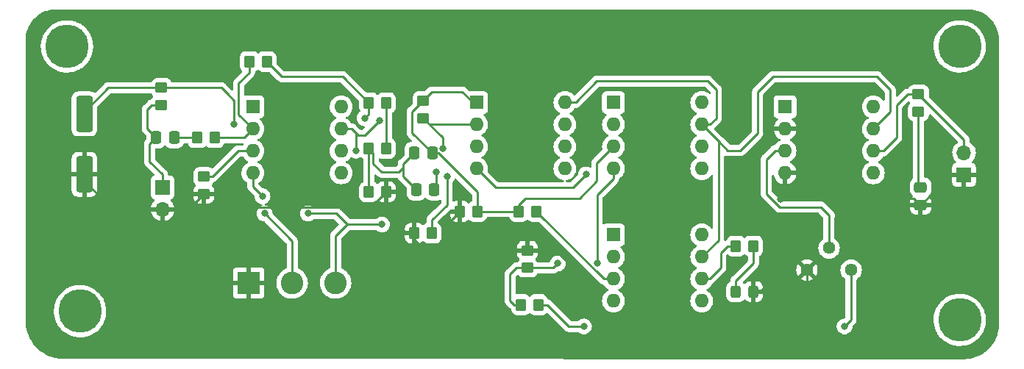
<source format=gtl>
G04 #@! TF.GenerationSoftware,KiCad,Pcbnew,(6.0.10)*
G04 #@! TF.CreationDate,2023-03-10T15:43:37+05:30*
G04 #@! TF.ProjectId,EDL,45444c2e-6b69-4636-9164-5f7063625858,rev?*
G04 #@! TF.SameCoordinates,Original*
G04 #@! TF.FileFunction,Copper,L1,Top*
G04 #@! TF.FilePolarity,Positive*
%FSLAX46Y46*%
G04 Gerber Fmt 4.6, Leading zero omitted, Abs format (unit mm)*
G04 Created by KiCad (PCBNEW (6.0.10)) date 2023-03-10 15:43:37*
%MOMM*%
%LPD*%
G01*
G04 APERTURE LIST*
G04 Aperture macros list*
%AMRoundRect*
0 Rectangle with rounded corners*
0 $1 Rounding radius*
0 $2 $3 $4 $5 $6 $7 $8 $9 X,Y pos of 4 corners*
0 Add a 4 corners polygon primitive as box body*
4,1,4,$2,$3,$4,$5,$6,$7,$8,$9,$2,$3,0*
0 Add four circle primitives for the rounded corners*
1,1,$1+$1,$2,$3*
1,1,$1+$1,$4,$5*
1,1,$1+$1,$6,$7*
1,1,$1+$1,$8,$9*
0 Add four rect primitives between the rounded corners*
20,1,$1+$1,$2,$3,$4,$5,0*
20,1,$1+$1,$4,$5,$6,$7,0*
20,1,$1+$1,$6,$7,$8,$9,0*
20,1,$1+$1,$8,$9,$2,$3,0*%
G04 Aperture macros list end*
G04 #@! TA.AperFunction,SMDPad,CuDef*
%ADD10RoundRect,0.250000X0.350000X0.450000X-0.350000X0.450000X-0.350000X-0.450000X0.350000X-0.450000X0*%
G04 #@! TD*
G04 #@! TA.AperFunction,SMDPad,CuDef*
%ADD11RoundRect,0.250000X-0.350000X-0.450000X0.350000X-0.450000X0.350000X0.450000X-0.350000X0.450000X0*%
G04 #@! TD*
G04 #@! TA.AperFunction,ComponentPad*
%ADD12R,1.700000X1.700000*%
G04 #@! TD*
G04 #@! TA.AperFunction,ComponentPad*
%ADD13O,1.700000X1.700000*%
G04 #@! TD*
G04 #@! TA.AperFunction,SMDPad,CuDef*
%ADD14RoundRect,0.250000X0.450000X-0.350000X0.450000X0.350000X-0.450000X0.350000X-0.450000X-0.350000X0*%
G04 #@! TD*
G04 #@! TA.AperFunction,ComponentPad*
%ADD15C,1.440000*%
G04 #@! TD*
G04 #@! TA.AperFunction,SMDPad,CuDef*
%ADD16RoundRect,0.250000X-0.475000X0.337500X-0.475000X-0.337500X0.475000X-0.337500X0.475000X0.337500X0*%
G04 #@! TD*
G04 #@! TA.AperFunction,ComponentPad*
%ADD17R,1.600000X1.600000*%
G04 #@! TD*
G04 #@! TA.AperFunction,ComponentPad*
%ADD18O,1.600000X1.600000*%
G04 #@! TD*
G04 #@! TA.AperFunction,SMDPad,CuDef*
%ADD19RoundRect,0.250000X-0.700000X1.825000X-0.700000X-1.825000X0.700000X-1.825000X0.700000X1.825000X0*%
G04 #@! TD*
G04 #@! TA.AperFunction,SMDPad,CuDef*
%ADD20RoundRect,0.250000X-0.450000X0.350000X-0.450000X-0.350000X0.450000X-0.350000X0.450000X0.350000X0*%
G04 #@! TD*
G04 #@! TA.AperFunction,SMDPad,CuDef*
%ADD21RoundRect,0.250000X-0.325000X-0.450000X0.325000X-0.450000X0.325000X0.450000X-0.325000X0.450000X0*%
G04 #@! TD*
G04 #@! TA.AperFunction,ConnectorPad*
%ADD22C,5.000000*%
G04 #@! TD*
G04 #@! TA.AperFunction,ComponentPad*
%ADD23C,2.900000*%
G04 #@! TD*
G04 #@! TA.AperFunction,SMDPad,CuDef*
%ADD24RoundRect,0.250000X0.337500X0.475000X-0.337500X0.475000X-0.337500X-0.475000X0.337500X-0.475000X0*%
G04 #@! TD*
G04 #@! TA.AperFunction,ComponentPad*
%ADD25R,2.600000X2.600000*%
G04 #@! TD*
G04 #@! TA.AperFunction,ComponentPad*
%ADD26C,2.600000*%
G04 #@! TD*
G04 #@! TA.AperFunction,SMDPad,CuDef*
%ADD27RoundRect,0.250000X-0.337500X-0.475000X0.337500X-0.475000X0.337500X0.475000X-0.337500X0.475000X0*%
G04 #@! TD*
G04 #@! TA.AperFunction,ViaPad*
%ADD28C,0.800000*%
G04 #@! TD*
G04 #@! TA.AperFunction,Conductor*
%ADD29C,0.250000*%
G04 #@! TD*
G04 APERTURE END LIST*
D10*
X102535000Y-85170000D03*
X100535000Y-85170000D03*
D11*
X75535000Y-74170000D03*
X77535000Y-74170000D03*
D10*
X97285000Y-70170000D03*
X95285000Y-70170000D03*
X83535000Y-65420000D03*
X81535000Y-65420000D03*
X139535000Y-86670000D03*
X137535000Y-86670000D03*
D11*
X95285000Y-80420000D03*
X97285000Y-80420000D03*
D12*
X163785000Y-78445000D03*
D13*
X163785000Y-75905000D03*
D14*
X113535000Y-89170000D03*
X113535000Y-87170000D03*
D15*
X150785000Y-89420000D03*
X148245000Y-86880000D03*
X145705000Y-89420000D03*
D16*
X158785000Y-79882500D03*
X158785000Y-81957500D03*
D17*
X123435000Y-85370000D03*
D18*
X123435000Y-87910000D03*
X123435000Y-90450000D03*
X123435000Y-92990000D03*
X133595000Y-92990000D03*
X133595000Y-90450000D03*
X133595000Y-87910000D03*
X133595000Y-85370000D03*
D19*
X62535000Y-71445000D03*
X62535000Y-78395000D03*
D20*
X101535000Y-69920000D03*
X101535000Y-71920000D03*
D17*
X107685000Y-70120000D03*
D18*
X107685000Y-72660000D03*
X107685000Y-75200000D03*
X107685000Y-77740000D03*
X117845000Y-77740000D03*
X117845000Y-75200000D03*
X117845000Y-72660000D03*
X117845000Y-70120000D03*
D17*
X143185000Y-70620000D03*
D18*
X143185000Y-73160000D03*
X143185000Y-75700000D03*
X143185000Y-78240000D03*
X153345000Y-78240000D03*
X153345000Y-75700000D03*
X153345000Y-73160000D03*
X153345000Y-70620000D03*
D20*
X158535000Y-69170000D03*
X158535000Y-71170000D03*
D17*
X123435000Y-70120000D03*
D18*
X123435000Y-72660000D03*
X123435000Y-75200000D03*
X123435000Y-77740000D03*
X133595000Y-77740000D03*
X133595000Y-75200000D03*
X133595000Y-72660000D03*
X133595000Y-70120000D03*
D21*
X137510000Y-91920000D03*
X139560000Y-91920000D03*
D10*
X97285000Y-75420000D03*
X95285000Y-75420000D03*
D22*
X62035000Y-94170000D03*
D23*
X62035000Y-94170000D03*
D22*
X60535000Y-63670000D03*
D23*
X60535000Y-63670000D03*
D24*
X102572500Y-75920000D03*
X100497500Y-75920000D03*
D22*
X163285000Y-63670000D03*
D23*
X163285000Y-63670000D03*
D25*
X81455000Y-90920000D03*
D26*
X86455000Y-90920000D03*
X91455000Y-90920000D03*
D24*
X102822500Y-80170000D03*
X100747500Y-80170000D03*
D22*
X163285000Y-95170000D03*
D23*
X163285000Y-95170000D03*
D17*
X81935000Y-70620000D03*
D18*
X81935000Y-73160000D03*
X81935000Y-75700000D03*
X81935000Y-78240000D03*
X92095000Y-78240000D03*
X92095000Y-75700000D03*
X92095000Y-73160000D03*
X92095000Y-70620000D03*
D10*
X114785000Y-93420000D03*
X112785000Y-93420000D03*
D20*
X71410000Y-68420000D03*
X71410000Y-70420000D03*
X76285000Y-78670000D03*
X76285000Y-80670000D03*
D11*
X112535000Y-82670000D03*
X114535000Y-82670000D03*
D12*
X71535000Y-79895000D03*
D13*
X71535000Y-82435000D03*
D27*
X70785000Y-74170000D03*
X72860000Y-74170000D03*
D10*
X107785000Y-82670000D03*
X105785000Y-82670000D03*
D28*
X103785000Y-75420000D03*
X103035000Y-78170000D03*
X142672299Y-81282701D03*
X141285000Y-82920000D03*
X83285000Y-82920000D03*
X96535000Y-72170000D03*
X79785000Y-72670000D03*
X93785000Y-75670000D03*
X94785000Y-71920000D03*
X104285000Y-78670000D03*
X117035000Y-88670000D03*
X150035000Y-95920000D03*
X120035000Y-95920000D03*
X88285000Y-82920000D03*
X121547299Y-88657701D03*
X120285000Y-78420000D03*
X96785000Y-84170000D03*
X83035000Y-80920000D03*
D29*
X70035000Y-76920000D02*
X71535000Y-78420000D01*
X69785000Y-73170000D02*
X70785000Y-74170000D01*
X69785000Y-70920000D02*
X69785000Y-73170000D01*
X70785000Y-74170000D02*
X70035000Y-74920000D01*
X71410000Y-70420000D02*
X70285000Y-70420000D01*
X71535000Y-78420000D02*
X71535000Y-79895000D01*
X70285000Y-70420000D02*
X69785000Y-70920000D01*
X70035000Y-74920000D02*
X70035000Y-76920000D01*
X72860000Y-74170000D02*
X75535000Y-74170000D01*
X103035000Y-78170000D02*
X103035000Y-79957500D01*
X103785000Y-74170000D02*
X103785000Y-75420000D01*
X101535000Y-71920000D02*
X102275000Y-72660000D01*
X101535000Y-71920000D02*
X103785000Y-74170000D01*
X102275000Y-72660000D02*
X107685000Y-72660000D01*
X103035000Y-79957500D02*
X102822500Y-80170000D01*
X100497500Y-75920000D02*
X99247500Y-77170000D01*
X99247500Y-77632500D02*
X99247500Y-78670000D01*
X95785000Y-77170000D02*
X96785000Y-78170000D01*
X99247500Y-77170000D02*
X99247500Y-77632500D01*
X95285000Y-75420000D02*
X95785000Y-75920000D01*
X95785000Y-75920000D02*
X95785000Y-77170000D01*
X96785000Y-78170000D02*
X98710000Y-78170000D01*
X99247500Y-78670000D02*
X100747500Y-80170000D01*
X95285000Y-80420000D02*
X95285000Y-75420000D01*
X98710000Y-78170000D02*
X99247500Y-77632500D01*
X119535000Y-81170000D02*
X121535000Y-79170000D01*
X112535000Y-81920000D02*
X113285000Y-81170000D01*
X107785000Y-80445305D02*
X107785000Y-82670000D01*
X107785000Y-82670000D02*
X112535000Y-82670000D01*
X100285000Y-73632500D02*
X102572500Y-75920000D01*
X121535000Y-79170000D02*
X121535000Y-77100000D01*
X121535000Y-77100000D02*
X123435000Y-75200000D01*
X103259695Y-75920000D02*
X107785000Y-80445305D01*
X101535000Y-69920000D02*
X100285000Y-71170000D01*
X107685000Y-70120000D02*
X107235000Y-70120000D01*
X106035000Y-68920000D02*
X102535000Y-68920000D01*
X102572500Y-75920000D02*
X103259695Y-75920000D01*
X107235000Y-70120000D02*
X106035000Y-68920000D01*
X102535000Y-68920000D02*
X101535000Y-69920000D01*
X100285000Y-71170000D02*
X100285000Y-73632500D01*
X112535000Y-82670000D02*
X112535000Y-81920000D01*
X113285000Y-81170000D02*
X119535000Y-81170000D01*
X158535000Y-71170000D02*
X158535000Y-79632500D01*
X158535000Y-79632500D02*
X158785000Y-79882500D01*
X74520000Y-87905000D02*
X77535000Y-90920000D01*
X143185000Y-80770000D02*
X142672299Y-81282701D01*
X97285000Y-82920000D02*
X99535000Y-85170000D01*
X105785000Y-87170000D02*
X104785000Y-86170000D01*
X120535000Y-90920000D02*
X120535000Y-94420000D01*
X122535000Y-96420000D02*
X137535000Y-96420000D01*
X143185000Y-80770000D02*
X143185000Y-78240000D01*
X139560000Y-91920000D02*
X140285000Y-91920000D01*
X62535000Y-78395000D02*
X62535000Y-79170000D01*
X116785000Y-87170000D02*
X120535000Y-90920000D01*
X74520000Y-82435000D02*
X74520000Y-87905000D01*
X139560000Y-94195000D02*
X141285000Y-95920000D01*
X95535000Y-82170000D02*
X97285000Y-80420000D01*
X104785000Y-85920000D02*
X104785000Y-86170000D01*
X62535000Y-79170000D02*
X65800000Y-82435000D01*
X145705000Y-95250000D02*
X145705000Y-89420000D01*
X105785000Y-82670000D02*
X104785000Y-83670000D01*
X139560000Y-94395000D02*
X139560000Y-94195000D01*
X145035000Y-95920000D02*
X145705000Y-95250000D01*
X158785000Y-81957500D02*
X157997500Y-81170000D01*
X141285000Y-95920000D02*
X145035000Y-95920000D01*
X143585000Y-81170000D02*
X143185000Y-80770000D01*
X137535000Y-96420000D02*
X139560000Y-94395000D01*
X162297500Y-78445000D02*
X163785000Y-78445000D01*
X101785000Y-87170000D02*
X100535000Y-85920000D01*
X74520000Y-82435000D02*
X71535000Y-82435000D01*
X120535000Y-94420000D02*
X122535000Y-96420000D01*
X104785000Y-86170000D02*
X103785000Y-87170000D01*
X103785000Y-87170000D02*
X101785000Y-87170000D01*
X113535000Y-87170000D02*
X105785000Y-87170000D01*
X157997500Y-81170000D02*
X143585000Y-81170000D01*
X139560000Y-94195000D02*
X139560000Y-91920000D01*
X140285000Y-91920000D02*
X141285000Y-90920000D01*
X158785000Y-81957500D02*
X162297500Y-78445000D01*
X65800000Y-82435000D02*
X71535000Y-82435000D01*
X82285000Y-82170000D02*
X95535000Y-82170000D01*
X104785000Y-83670000D02*
X104785000Y-85920000D01*
X81455000Y-83000000D02*
X82285000Y-82170000D01*
X77535000Y-90920000D02*
X81455000Y-90920000D01*
X113535000Y-87170000D02*
X116785000Y-87170000D01*
X76285000Y-80670000D02*
X74520000Y-82435000D01*
X81455000Y-83000000D02*
X81455000Y-90920000D01*
X100535000Y-85920000D02*
X100535000Y-85170000D01*
X99535000Y-85170000D02*
X100535000Y-85170000D01*
X141285000Y-90920000D02*
X141285000Y-82920000D01*
X97285000Y-80420000D02*
X97285000Y-82920000D01*
X139535000Y-88670000D02*
X139535000Y-86670000D01*
X137510000Y-91920000D02*
X137510000Y-90695000D01*
X137510000Y-90695000D02*
X139535000Y-88670000D01*
X157285000Y-69170000D02*
X158535000Y-69170000D01*
X163785000Y-74420000D02*
X163785000Y-75905000D01*
X154505000Y-75700000D02*
X156035000Y-74170000D01*
X153345000Y-75700000D02*
X154505000Y-75700000D01*
X156035000Y-70420000D02*
X157285000Y-69170000D01*
X158535000Y-69170000D02*
X163785000Y-74420000D01*
X156035000Y-74170000D02*
X156035000Y-70420000D01*
X79035000Y-69170000D02*
X79785000Y-69920000D01*
X135535000Y-85970000D02*
X135535000Y-74600000D01*
X117845000Y-70120000D02*
X119085000Y-70120000D01*
X86455000Y-86090000D02*
X83285000Y-82920000D01*
X138035000Y-75670000D02*
X140035000Y-73670000D01*
X134545000Y-72660000D02*
X133595000Y-72660000D01*
X78285000Y-68420000D02*
X79035000Y-69170000D01*
X121535000Y-67670000D02*
X134285000Y-67670000D01*
X134285000Y-67670000D02*
X135285000Y-68670000D01*
X140035000Y-73670000D02*
X140035000Y-68920000D01*
X86455000Y-90920000D02*
X86455000Y-86090000D01*
X140035000Y-68920000D02*
X141785000Y-67170000D01*
X135535000Y-74600000D02*
X136605000Y-75670000D01*
X135285000Y-71920000D02*
X134545000Y-72660000D01*
X155285000Y-71220000D02*
X153345000Y-73160000D01*
X93785000Y-73670000D02*
X94035000Y-73920000D01*
X135535000Y-74600000D02*
X133595000Y-72660000D01*
X79785000Y-70170000D02*
X79785000Y-72670000D01*
X155285000Y-68670000D02*
X155285000Y-71220000D01*
X93785000Y-75670000D02*
X93785000Y-73670000D01*
X94035000Y-73920000D02*
X94785000Y-73920000D01*
X94785000Y-73920000D02*
X96535000Y-72170000D01*
X119085000Y-70120000D02*
X121535000Y-67670000D01*
X62535000Y-71170000D02*
X65285000Y-68420000D01*
X93785000Y-73670000D02*
X93275000Y-73160000D01*
X79785000Y-69920000D02*
X79785000Y-70170000D01*
X133595000Y-87910000D02*
X135535000Y-85970000D01*
X65285000Y-68420000D02*
X71410000Y-68420000D01*
X141785000Y-67170000D02*
X153785000Y-67170000D01*
X71410000Y-68420000D02*
X78285000Y-68420000D01*
X136605000Y-75670000D02*
X138035000Y-75670000D01*
X93275000Y-73160000D02*
X92095000Y-73160000D01*
X153785000Y-67170000D02*
X155285000Y-68670000D01*
X135285000Y-68670000D02*
X135285000Y-71920000D01*
X80285000Y-71510000D02*
X81935000Y-73160000D01*
X77535000Y-74170000D02*
X80925000Y-74170000D01*
X80285000Y-67920000D02*
X81535000Y-66670000D01*
X80925000Y-74170000D02*
X81935000Y-73160000D01*
X81535000Y-66670000D02*
X81535000Y-65420000D01*
X80285000Y-67920000D02*
X80285000Y-71510000D01*
X80255000Y-75700000D02*
X81935000Y-75700000D01*
X76285000Y-78670000D02*
X77285000Y-78670000D01*
X77285000Y-78670000D02*
X80255000Y-75700000D01*
X95285000Y-70170000D02*
X95285000Y-71420000D01*
X95285000Y-71420000D02*
X94785000Y-71920000D01*
X92285000Y-67170000D02*
X85285000Y-67170000D01*
X85285000Y-67170000D02*
X83535000Y-65420000D01*
X95285000Y-70170000D02*
X92285000Y-67170000D01*
X97285000Y-75420000D02*
X97285000Y-70170000D01*
X102535000Y-85170000D02*
X102535000Y-83670000D01*
X102535000Y-83670000D02*
X104285000Y-81920000D01*
X104285000Y-81920000D02*
X104285000Y-78670000D01*
X122315000Y-90450000D02*
X123435000Y-90450000D01*
X114535000Y-82670000D02*
X122315000Y-90450000D01*
X116535000Y-89170000D02*
X117035000Y-88670000D01*
X111535000Y-89920000D02*
X111535000Y-92920000D01*
X111535000Y-92920000D02*
X112035000Y-93420000D01*
X113535000Y-89170000D02*
X116535000Y-89170000D01*
X113535000Y-89170000D02*
X112285000Y-89170000D01*
X112035000Y-93420000D02*
X112785000Y-93420000D01*
X112285000Y-89170000D02*
X111535000Y-89920000D01*
X150785000Y-95170000D02*
X150785000Y-89420000D01*
X150035000Y-95920000D02*
X150785000Y-95170000D01*
X142535000Y-82170000D02*
X147285000Y-82170000D01*
X141035000Y-76670000D02*
X142035000Y-75670000D01*
X147285000Y-82170000D02*
X148285000Y-83170000D01*
X148245000Y-83210000D02*
X148245000Y-86880000D01*
X143155000Y-75670000D02*
X143185000Y-75700000D01*
X148285000Y-83170000D02*
X148245000Y-83210000D01*
X142535000Y-82170000D02*
X141035000Y-80670000D01*
X141035000Y-80670000D02*
X141035000Y-76670000D01*
X142035000Y-75670000D02*
X143155000Y-75670000D01*
X134505000Y-90450000D02*
X133595000Y-90450000D01*
X135785000Y-87420000D02*
X135785000Y-89170000D01*
X136535000Y-86670000D02*
X135785000Y-87420000D01*
X135785000Y-89170000D02*
X134505000Y-90450000D01*
X118285000Y-95920000D02*
X115785000Y-93420000D01*
X137535000Y-86670000D02*
X136535000Y-86670000D01*
X115785000Y-93420000D02*
X114785000Y-93420000D01*
X120035000Y-95920000D02*
X118285000Y-95920000D01*
X123435000Y-77740000D02*
X123435000Y-78871370D01*
X123435000Y-78871370D02*
X121547299Y-80759071D01*
X118785000Y-79920000D02*
X120285000Y-78420000D01*
X121547299Y-80759071D02*
X121547299Y-88657701D01*
X91455000Y-90920000D02*
X91455000Y-85500000D01*
X92785000Y-84170000D02*
X96785000Y-84170000D01*
X107685000Y-77740000D02*
X109865000Y-79920000D01*
X83035000Y-80920000D02*
X81935000Y-79820000D01*
X81935000Y-79820000D02*
X81935000Y-78240000D01*
X109865000Y-79920000D02*
X110035000Y-79920000D01*
X91455000Y-85500000D02*
X92785000Y-84170000D01*
X91535000Y-82920000D02*
X92785000Y-84170000D01*
X88285000Y-82920000D02*
X91535000Y-82920000D01*
X110035000Y-79920000D02*
X118785000Y-79920000D01*
G04 #@! TA.AperFunction,Conductor*
G36*
X160495292Y-59428491D02*
G01*
X160495336Y-59428493D01*
X160495386Y-59428500D01*
X160536513Y-59428500D01*
X160571256Y-59428508D01*
X160571397Y-59428508D01*
X160571444Y-59428501D01*
X160571481Y-59428500D01*
X164712532Y-59428500D01*
X164713798Y-59428587D01*
X164715057Y-59428947D01*
X164720981Y-59428913D01*
X164734746Y-59428836D01*
X164757091Y-59430705D01*
X164999310Y-59472924D01*
X165050451Y-59481837D01*
X165062295Y-59484496D01*
X165377929Y-59571510D01*
X165389465Y-59575298D01*
X165695228Y-59692288D01*
X165706349Y-59697169D01*
X165999450Y-59843064D01*
X166010047Y-59848993D01*
X166192746Y-59963100D01*
X166287727Y-60022422D01*
X166297707Y-60029345D01*
X166557409Y-60228712D01*
X166566675Y-60236564D01*
X166686318Y-60348279D01*
X166805969Y-60460002D01*
X166814421Y-60468693D01*
X166907608Y-60574254D01*
X167031106Y-60714151D01*
X167038695Y-60723633D01*
X167230723Y-60988786D01*
X167237364Y-60998953D01*
X167402987Y-61281392D01*
X167408609Y-61292136D01*
X167546256Y-61589181D01*
X167550826Y-61600434D01*
X167659241Y-61909371D01*
X167662705Y-61921012D01*
X167740867Y-62238928D01*
X167743195Y-62250848D01*
X167787839Y-62557337D01*
X167790385Y-62574818D01*
X167791554Y-62586901D01*
X167795123Y-62660842D01*
X167805551Y-62876965D01*
X167804196Y-62902427D01*
X167802437Y-62913724D01*
X167803601Y-62922626D01*
X167806525Y-62944992D01*
X167807588Y-62961445D01*
X167776567Y-96098256D01*
X167776283Y-96102838D01*
X167775143Y-96107035D01*
X167775317Y-96116014D01*
X167775534Y-96127249D01*
X167774022Y-96149298D01*
X167760446Y-96235458D01*
X167723604Y-96469274D01*
X167723434Y-96470351D01*
X167721131Y-96481603D01*
X167658069Y-96731126D01*
X167634106Y-96825942D01*
X167630784Y-96836945D01*
X167512747Y-97171906D01*
X167508436Y-97182562D01*
X167463307Y-97280948D01*
X167369711Y-97484996D01*
X167360362Y-97505377D01*
X167355102Y-97515588D01*
X167278957Y-97648171D01*
X167178228Y-97823560D01*
X167172055Y-97833257D01*
X166967845Y-98123836D01*
X166960814Y-98132929D01*
X166730972Y-98403692D01*
X166723141Y-98412106D01*
X166469598Y-98660778D01*
X166461033Y-98668445D01*
X166185860Y-98892994D01*
X166176632Y-98899847D01*
X165882156Y-99098375D01*
X165872342Y-99104359D01*
X165560993Y-99275228D01*
X165550687Y-99280287D01*
X165225043Y-99422080D01*
X165214314Y-99426179D01*
X165042854Y-99482886D01*
X164877130Y-99537696D01*
X164866064Y-99540804D01*
X164753445Y-99566953D01*
X164520101Y-99621133D01*
X164508808Y-99623217D01*
X164277215Y-99655118D01*
X164156982Y-99671680D01*
X164145536Y-99672728D01*
X163828260Y-99687216D01*
X163803133Y-99685847D01*
X163791276Y-99684001D01*
X163759793Y-99688118D01*
X163743427Y-99689182D01*
X72273652Y-99664883D01*
X59589852Y-99661514D01*
X59567256Y-99659465D01*
X59562413Y-99658581D01*
X59230145Y-99597921D01*
X59219553Y-99595510D01*
X58857603Y-99496513D01*
X58847250Y-99493195D01*
X58654451Y-99422078D01*
X58495206Y-99363338D01*
X58485167Y-99359134D01*
X58145648Y-99199384D01*
X58136010Y-99194330D01*
X57811538Y-99005874D01*
X57802371Y-99000006D01*
X57659854Y-98899847D01*
X57495381Y-98784258D01*
X57486758Y-98777624D01*
X57347751Y-98660778D01*
X57199517Y-98536177D01*
X57191497Y-98528821D01*
X56926175Y-98263500D01*
X56918818Y-98255478D01*
X56677381Y-97968247D01*
X56670745Y-97959622D01*
X56454994Y-97652629D01*
X56449126Y-97643462D01*
X56260670Y-97318990D01*
X56255616Y-97309352D01*
X56095866Y-96969833D01*
X56091662Y-96959794D01*
X56026734Y-96783775D01*
X55961805Y-96607750D01*
X55958485Y-96597392D01*
X55957545Y-96593955D01*
X55859490Y-96235448D01*
X55857077Y-96224846D01*
X55845421Y-96160996D01*
X55796529Y-95893191D01*
X55794498Y-95868412D01*
X55794559Y-95864848D01*
X55794559Y-95864844D01*
X55794712Y-95855870D01*
X55793737Y-95852311D01*
X55793501Y-95848542D01*
X55793500Y-95133486D01*
X55793500Y-94075341D01*
X59022888Y-94075341D01*
X59022983Y-94078971D01*
X59022983Y-94078972D01*
X59025367Y-94170000D01*
X59031970Y-94422171D01*
X59080856Y-94765660D01*
X59168897Y-95101253D01*
X59294927Y-95424503D01*
X59296624Y-95427708D01*
X59442734Y-95703662D01*
X59457275Y-95731126D01*
X59459325Y-95734109D01*
X59459327Y-95734112D01*
X59651733Y-96014064D01*
X59651739Y-96014071D01*
X59653790Y-96017056D01*
X59881866Y-96278505D01*
X59918955Y-96312253D01*
X60094268Y-96471775D01*
X60138481Y-96512006D01*
X60420233Y-96714466D01*
X60723388Y-96883200D01*
X61043928Y-97015972D01*
X61047422Y-97016967D01*
X61047424Y-97016968D01*
X61374103Y-97110025D01*
X61374108Y-97110026D01*
X61377604Y-97111022D01*
X61574304Y-97143233D01*
X61716412Y-97166504D01*
X61716419Y-97166505D01*
X61719993Y-97167090D01*
X61893276Y-97175262D01*
X62062931Y-97183263D01*
X62062932Y-97183263D01*
X62066558Y-97183434D01*
X62079349Y-97182562D01*
X62409073Y-97160084D01*
X62409081Y-97160083D01*
X62412704Y-97159836D01*
X62416279Y-97159173D01*
X62416282Y-97159173D01*
X62750279Y-97097270D01*
X62750283Y-97097269D01*
X62753844Y-97096609D01*
X63085456Y-96994592D01*
X63403145Y-96855136D01*
X63434276Y-96836945D01*
X63699560Y-96681926D01*
X63699562Y-96681925D01*
X63702700Y-96680091D01*
X63707085Y-96676799D01*
X63977244Y-96473958D01*
X63977248Y-96473955D01*
X63980151Y-96471775D01*
X64231819Y-96232950D01*
X64454370Y-95966783D01*
X64521329Y-95864848D01*
X64584181Y-95769163D01*
X64644853Y-95676799D01*
X64756671Y-95454473D01*
X64799117Y-95370080D01*
X64799120Y-95370072D01*
X64800744Y-95366844D01*
X64850904Y-95229776D01*
X64918729Y-95044437D01*
X64918730Y-95044433D01*
X64919977Y-95041026D01*
X64920822Y-95037504D01*
X64920825Y-95037496D01*
X65000124Y-94707191D01*
X65000125Y-94707187D01*
X65000971Y-94703662D01*
X65011277Y-94618498D01*
X65042316Y-94362004D01*
X65042316Y-94361997D01*
X65042652Y-94359225D01*
X65042854Y-94352815D01*
X65048511Y-94172797D01*
X65048599Y-94170000D01*
X65045968Y-94124366D01*
X65028836Y-93827246D01*
X65028835Y-93827241D01*
X65028627Y-93823626D01*
X64968976Y-93481842D01*
X64957834Y-93444225D01*
X64922720Y-93325683D01*
X64870437Y-93149180D01*
X64861616Y-93128500D01*
X64735740Y-92833386D01*
X64735738Y-92833383D01*
X64734316Y-92830048D01*
X64729308Y-92821267D01*
X64564208Y-92531816D01*
X64562417Y-92528676D01*
X64555536Y-92519308D01*
X64480338Y-92416940D01*
X64368484Y-92264669D01*
X79647001Y-92264669D01*
X79647371Y-92271490D01*
X79652895Y-92322352D01*
X79656521Y-92337604D01*
X79701676Y-92458054D01*
X79710214Y-92473649D01*
X79786715Y-92575724D01*
X79799276Y-92588285D01*
X79901351Y-92664786D01*
X79916946Y-92673324D01*
X80037394Y-92718478D01*
X80052649Y-92722105D01*
X80103514Y-92727631D01*
X80110328Y-92728000D01*
X81182885Y-92728000D01*
X81198124Y-92723525D01*
X81199329Y-92722135D01*
X81201000Y-92714452D01*
X81201000Y-92709884D01*
X81709000Y-92709884D01*
X81713475Y-92725123D01*
X81714865Y-92726328D01*
X81722548Y-92727999D01*
X82799669Y-92727999D01*
X82806490Y-92727629D01*
X82857352Y-92722105D01*
X82872604Y-92718479D01*
X82993054Y-92673324D01*
X83008649Y-92664786D01*
X83110724Y-92588285D01*
X83123285Y-92575724D01*
X83199786Y-92473649D01*
X83208324Y-92458054D01*
X83253478Y-92337606D01*
X83257105Y-92322351D01*
X83262631Y-92271486D01*
X83263000Y-92264672D01*
X83263000Y-91192115D01*
X83258525Y-91176876D01*
X83257135Y-91175671D01*
X83249452Y-91174000D01*
X81727115Y-91174000D01*
X81711876Y-91178475D01*
X81710671Y-91179865D01*
X81709000Y-91187548D01*
X81709000Y-92709884D01*
X81201000Y-92709884D01*
X81201000Y-91192115D01*
X81196525Y-91176876D01*
X81195135Y-91175671D01*
X81187452Y-91174000D01*
X79665116Y-91174000D01*
X79649877Y-91178475D01*
X79648672Y-91179865D01*
X79647001Y-91187548D01*
X79647001Y-92264669D01*
X64368484Y-92264669D01*
X64357018Y-92249060D01*
X64317594Y-92206634D01*
X64139467Y-92014947D01*
X64120842Y-91994904D01*
X63857019Y-91769578D01*
X63569047Y-91576069D01*
X63260741Y-91416940D01*
X62936189Y-91294302D01*
X62932668Y-91293418D01*
X62932663Y-91293416D01*
X62771378Y-91252904D01*
X62599692Y-91209780D01*
X62577476Y-91206855D01*
X62259315Y-91164968D01*
X62259307Y-91164967D01*
X62255711Y-91164494D01*
X62111045Y-91162221D01*
X61912446Y-91159101D01*
X61912442Y-91159101D01*
X61908804Y-91159044D01*
X61905190Y-91159405D01*
X61905184Y-91159405D01*
X61714130Y-91178475D01*
X61563569Y-91193503D01*
X61224583Y-91267414D01*
X61221156Y-91268587D01*
X61221150Y-91268589D01*
X60899765Y-91378624D01*
X60896339Y-91379797D01*
X60583188Y-91529163D01*
X60580109Y-91531094D01*
X60580108Y-91531095D01*
X60565469Y-91540278D01*
X60289279Y-91713532D01*
X60286443Y-91715804D01*
X60286436Y-91715809D01*
X60138666Y-91834195D01*
X60018509Y-91930459D01*
X60015958Y-91933037D01*
X59837775Y-92113096D01*
X59774466Y-92177071D01*
X59772225Y-92179929D01*
X59586224Y-92417146D01*
X59560386Y-92450098D01*
X59558493Y-92453187D01*
X59558491Y-92453190D01*
X59513771Y-92526166D01*
X59379105Y-92745921D01*
X59377580Y-92749206D01*
X59377578Y-92749210D01*
X59278203Y-92963296D01*
X59233027Y-93060620D01*
X59195665Y-93173593D01*
X59152360Y-93304535D01*
X59124087Y-93390023D01*
X59123351Y-93393578D01*
X59123350Y-93393581D01*
X59069988Y-93651257D01*
X59053730Y-93729764D01*
X59022888Y-94075341D01*
X55793500Y-94075341D01*
X55793500Y-90647885D01*
X79647000Y-90647885D01*
X79651475Y-90663124D01*
X79652865Y-90664329D01*
X79660548Y-90666000D01*
X81182885Y-90666000D01*
X81198124Y-90661525D01*
X81199329Y-90660135D01*
X81201000Y-90652452D01*
X81201000Y-90647885D01*
X81709000Y-90647885D01*
X81713475Y-90663124D01*
X81714865Y-90664329D01*
X81722548Y-90666000D01*
X83244884Y-90666000D01*
X83260123Y-90661525D01*
X83261328Y-90660135D01*
X83262999Y-90652452D01*
X83262999Y-89575331D01*
X83262629Y-89568510D01*
X83257105Y-89517648D01*
X83253479Y-89502396D01*
X83208324Y-89381946D01*
X83199786Y-89366351D01*
X83123285Y-89264276D01*
X83110724Y-89251715D01*
X83008649Y-89175214D01*
X82993054Y-89166676D01*
X82872606Y-89121522D01*
X82857351Y-89117895D01*
X82806486Y-89112369D01*
X82799672Y-89112000D01*
X81727115Y-89112000D01*
X81711876Y-89116475D01*
X81710671Y-89117865D01*
X81709000Y-89125548D01*
X81709000Y-90647885D01*
X81201000Y-90647885D01*
X81201000Y-89130116D01*
X81196525Y-89114877D01*
X81195135Y-89113672D01*
X81187452Y-89112001D01*
X80110331Y-89112001D01*
X80103510Y-89112371D01*
X80052648Y-89117895D01*
X80037396Y-89121521D01*
X79916946Y-89166676D01*
X79901351Y-89175214D01*
X79799276Y-89251715D01*
X79786715Y-89264276D01*
X79710214Y-89366351D01*
X79701676Y-89381946D01*
X79656522Y-89502394D01*
X79652895Y-89517649D01*
X79647369Y-89568514D01*
X79647000Y-89575328D01*
X79647000Y-90647885D01*
X55793500Y-90647885D01*
X55793501Y-82702966D01*
X70203257Y-82702966D01*
X70233565Y-82837446D01*
X70236645Y-82847275D01*
X70316770Y-83044603D01*
X70321413Y-83053794D01*
X70432694Y-83235388D01*
X70438777Y-83243699D01*
X70578213Y-83404667D01*
X70585580Y-83411883D01*
X70749434Y-83547916D01*
X70757881Y-83553831D01*
X70941756Y-83661279D01*
X70951042Y-83665729D01*
X71150001Y-83741703D01*
X71159899Y-83744579D01*
X71263250Y-83765606D01*
X71277299Y-83764410D01*
X71281000Y-83754065D01*
X71281000Y-83753517D01*
X71789000Y-83753517D01*
X71793064Y-83767359D01*
X71806478Y-83769393D01*
X71813184Y-83768534D01*
X71823262Y-83766392D01*
X72027255Y-83705191D01*
X72036842Y-83701433D01*
X72228095Y-83607739D01*
X72236945Y-83602464D01*
X72410328Y-83478792D01*
X72418200Y-83472139D01*
X72569052Y-83321812D01*
X72575730Y-83313965D01*
X72700003Y-83141020D01*
X72705313Y-83132183D01*
X72799670Y-82941267D01*
X72803469Y-82931672D01*
X72865377Y-82727910D01*
X72867555Y-82717837D01*
X72868986Y-82706962D01*
X72866775Y-82692778D01*
X72853617Y-82689000D01*
X71807115Y-82689000D01*
X71791876Y-82693475D01*
X71790671Y-82694865D01*
X71789000Y-82702548D01*
X71789000Y-83753517D01*
X71281000Y-83753517D01*
X71281000Y-82707115D01*
X71276525Y-82691876D01*
X71275135Y-82690671D01*
X71267452Y-82689000D01*
X70218225Y-82689000D01*
X70204694Y-82692973D01*
X70203257Y-82702966D01*
X55793501Y-82702966D01*
X55793501Y-80267095D01*
X61077001Y-80267095D01*
X61077338Y-80273614D01*
X61087257Y-80369206D01*
X61090149Y-80382600D01*
X61141588Y-80536784D01*
X61147761Y-80549962D01*
X61233063Y-80687807D01*
X61242099Y-80699208D01*
X61356829Y-80813739D01*
X61368240Y-80822751D01*
X61506243Y-80907816D01*
X61519424Y-80913963D01*
X61673710Y-80965138D01*
X61687086Y-80968005D01*
X61781438Y-80977672D01*
X61787854Y-80978000D01*
X62262885Y-80978000D01*
X62278124Y-80973525D01*
X62279329Y-80972135D01*
X62281000Y-80964452D01*
X62281000Y-80959884D01*
X62789000Y-80959884D01*
X62793475Y-80975123D01*
X62794865Y-80976328D01*
X62802548Y-80977999D01*
X63282095Y-80977999D01*
X63288614Y-80977662D01*
X63384206Y-80967743D01*
X63397600Y-80964851D01*
X63551784Y-80913412D01*
X63564962Y-80907239D01*
X63702807Y-80821937D01*
X63714208Y-80812901D01*
X63828739Y-80698171D01*
X63837751Y-80686760D01*
X63922816Y-80548757D01*
X63928963Y-80535576D01*
X63980138Y-80381290D01*
X63983005Y-80367914D01*
X63992672Y-80273562D01*
X63993000Y-80267146D01*
X63993000Y-78667115D01*
X63988525Y-78651876D01*
X63987135Y-78650671D01*
X63979452Y-78649000D01*
X62807115Y-78649000D01*
X62791876Y-78653475D01*
X62790671Y-78654865D01*
X62789000Y-78662548D01*
X62789000Y-80959884D01*
X62281000Y-80959884D01*
X62281000Y-78667115D01*
X62276525Y-78651876D01*
X62275135Y-78650671D01*
X62267452Y-78649000D01*
X61095116Y-78649000D01*
X61079877Y-78653475D01*
X61078672Y-78654865D01*
X61077001Y-78662548D01*
X61077001Y-80267095D01*
X55793501Y-80267095D01*
X55793501Y-78122885D01*
X61077000Y-78122885D01*
X61081475Y-78138124D01*
X61082865Y-78139329D01*
X61090548Y-78141000D01*
X62262885Y-78141000D01*
X62278124Y-78136525D01*
X62279329Y-78135135D01*
X62281000Y-78127452D01*
X62281000Y-78122885D01*
X62789000Y-78122885D01*
X62793475Y-78138124D01*
X62794865Y-78139329D01*
X62802548Y-78141000D01*
X63974884Y-78141000D01*
X63990123Y-78136525D01*
X63991328Y-78135135D01*
X63992999Y-78127452D01*
X63992999Y-76522905D01*
X63992662Y-76516386D01*
X63982743Y-76420794D01*
X63979851Y-76407400D01*
X63928412Y-76253216D01*
X63922239Y-76240038D01*
X63836937Y-76102193D01*
X63827901Y-76090792D01*
X63713171Y-75976261D01*
X63701760Y-75967249D01*
X63563757Y-75882184D01*
X63550576Y-75876037D01*
X63396290Y-75824862D01*
X63382914Y-75821995D01*
X63288562Y-75812328D01*
X63282145Y-75812000D01*
X62807115Y-75812000D01*
X62791876Y-75816475D01*
X62790671Y-75817865D01*
X62789000Y-75825548D01*
X62789000Y-78122885D01*
X62281000Y-78122885D01*
X62281000Y-75830116D01*
X62276525Y-75814877D01*
X62275135Y-75813672D01*
X62267452Y-75812001D01*
X61787905Y-75812001D01*
X61781386Y-75812338D01*
X61685794Y-75822257D01*
X61672400Y-75825149D01*
X61518216Y-75876588D01*
X61505038Y-75882761D01*
X61367193Y-75968063D01*
X61355792Y-75977099D01*
X61241261Y-76091829D01*
X61232249Y-76103240D01*
X61147184Y-76241243D01*
X61141037Y-76254424D01*
X61089862Y-76408710D01*
X61086995Y-76422086D01*
X61077328Y-76516438D01*
X61077000Y-76522855D01*
X61077000Y-78122885D01*
X55793501Y-78122885D01*
X55793501Y-73320400D01*
X61076500Y-73320400D01*
X61076837Y-73323646D01*
X61076837Y-73323650D01*
X61086624Y-73417973D01*
X61087474Y-73426166D01*
X61089655Y-73432702D01*
X61089655Y-73432704D01*
X61116573Y-73513387D01*
X61143450Y-73593946D01*
X61236522Y-73744348D01*
X61361697Y-73869305D01*
X61367927Y-73873145D01*
X61367928Y-73873146D01*
X61505090Y-73957694D01*
X61512262Y-73962115D01*
X61553784Y-73975887D01*
X61673611Y-74015632D01*
X61673613Y-74015632D01*
X61680139Y-74017797D01*
X61686975Y-74018497D01*
X61686978Y-74018498D01*
X61730031Y-74022909D01*
X61784600Y-74028500D01*
X63285400Y-74028500D01*
X63288646Y-74028163D01*
X63288650Y-74028163D01*
X63384308Y-74018238D01*
X63384312Y-74018237D01*
X63391166Y-74017526D01*
X63397702Y-74015345D01*
X63397704Y-74015345D01*
X63549867Y-73964579D01*
X63558946Y-73961550D01*
X63709348Y-73868478D01*
X63834305Y-73743303D01*
X63863024Y-73696712D01*
X63923275Y-73598968D01*
X63923276Y-73598966D01*
X63927115Y-73592738D01*
X63982797Y-73424861D01*
X63983562Y-73417401D01*
X63991884Y-73336170D01*
X63993500Y-73320400D01*
X63993500Y-70659594D01*
X64013502Y-70591473D01*
X64030405Y-70570499D01*
X65510499Y-69090405D01*
X65572811Y-69056379D01*
X65599594Y-69053500D01*
X70173219Y-69053500D01*
X70241340Y-69073502D01*
X70280363Y-69113197D01*
X70361522Y-69244348D01*
X70443295Y-69325978D01*
X70448109Y-69330784D01*
X70482188Y-69393066D01*
X70477185Y-69463886D01*
X70448264Y-69508975D01*
X70437658Y-69519600D01*
X70360695Y-69596697D01*
X70356855Y-69602927D01*
X70356854Y-69602928D01*
X70351645Y-69611379D01*
X70277794Y-69731187D01*
X70225023Y-69778679D01*
X70191508Y-69789125D01*
X70185111Y-69789326D01*
X70177501Y-69791537D01*
X70177495Y-69791538D01*
X70165659Y-69794977D01*
X70146296Y-69798988D01*
X70126203Y-69801526D01*
X70118836Y-69804443D01*
X70118831Y-69804444D01*
X70085092Y-69817802D01*
X70073865Y-69821646D01*
X70031407Y-69833982D01*
X70024581Y-69838019D01*
X70013972Y-69844293D01*
X69996224Y-69852988D01*
X69977383Y-69860448D01*
X69970967Y-69865110D01*
X69970966Y-69865110D01*
X69941613Y-69886436D01*
X69931693Y-69892952D01*
X69900465Y-69911420D01*
X69900462Y-69911422D01*
X69893638Y-69915458D01*
X69879317Y-69929779D01*
X69864284Y-69942619D01*
X69847893Y-69954528D01*
X69824495Y-69982811D01*
X69819712Y-69988593D01*
X69811722Y-69997374D01*
X69392742Y-70416353D01*
X69384463Y-70423887D01*
X69377982Y-70428000D01*
X69331357Y-70477651D01*
X69328602Y-70480493D01*
X69308865Y-70500230D01*
X69306385Y-70503427D01*
X69298682Y-70512447D01*
X69268414Y-70544679D01*
X69264595Y-70551625D01*
X69264593Y-70551628D01*
X69258652Y-70562434D01*
X69247801Y-70578953D01*
X69235386Y-70594959D01*
X69232241Y-70602228D01*
X69232238Y-70602232D01*
X69217826Y-70635537D01*
X69212609Y-70646187D01*
X69191305Y-70684940D01*
X69189334Y-70692615D01*
X69189334Y-70692616D01*
X69186267Y-70704562D01*
X69179863Y-70723266D01*
X69177348Y-70729079D01*
X69171819Y-70741855D01*
X69170580Y-70749678D01*
X69170577Y-70749688D01*
X69164901Y-70785524D01*
X69162495Y-70797144D01*
X69153797Y-70831025D01*
X69151500Y-70839970D01*
X69151500Y-70860224D01*
X69149949Y-70879934D01*
X69146780Y-70899943D01*
X69147526Y-70907835D01*
X69150941Y-70943961D01*
X69151500Y-70955819D01*
X69151500Y-73091233D01*
X69150973Y-73102416D01*
X69149298Y-73109909D01*
X69149547Y-73117835D01*
X69149547Y-73117836D01*
X69151438Y-73177986D01*
X69151500Y-73181945D01*
X69151500Y-73209856D01*
X69151997Y-73213790D01*
X69151997Y-73213791D01*
X69152005Y-73213856D01*
X69152938Y-73225693D01*
X69154327Y-73269889D01*
X69159153Y-73286500D01*
X69159978Y-73289339D01*
X69163987Y-73308700D01*
X69165053Y-73317134D01*
X69166526Y-73328797D01*
X69169445Y-73336168D01*
X69169445Y-73336170D01*
X69182804Y-73369912D01*
X69186649Y-73381142D01*
X69196195Y-73414000D01*
X69198982Y-73423593D01*
X69203015Y-73430412D01*
X69203017Y-73430417D01*
X69209293Y-73441028D01*
X69217988Y-73458776D01*
X69225448Y-73477617D01*
X69230110Y-73484033D01*
X69230110Y-73484034D01*
X69251436Y-73513387D01*
X69257952Y-73523307D01*
X69280458Y-73561362D01*
X69294779Y-73575683D01*
X69307619Y-73590716D01*
X69319528Y-73607107D01*
X69352255Y-73634181D01*
X69353605Y-73635298D01*
X69362384Y-73643288D01*
X69652095Y-73932999D01*
X69686121Y-73995311D01*
X69689000Y-74022094D01*
X69689000Y-74317905D01*
X69668998Y-74386026D01*
X69652095Y-74407000D01*
X69642747Y-74416348D01*
X69634461Y-74423888D01*
X69627982Y-74428000D01*
X69622557Y-74433777D01*
X69581357Y-74477651D01*
X69578602Y-74480493D01*
X69558865Y-74500230D01*
X69556385Y-74503427D01*
X69548682Y-74512447D01*
X69518414Y-74544679D01*
X69514595Y-74551625D01*
X69514593Y-74551628D01*
X69508652Y-74562434D01*
X69497801Y-74578953D01*
X69485386Y-74594959D01*
X69482241Y-74602228D01*
X69482238Y-74602232D01*
X69467826Y-74635537D01*
X69462609Y-74646187D01*
X69441305Y-74684940D01*
X69436630Y-74703150D01*
X69436267Y-74704562D01*
X69429863Y-74723266D01*
X69421819Y-74741855D01*
X69420580Y-74749678D01*
X69420577Y-74749688D01*
X69414901Y-74785524D01*
X69412495Y-74797144D01*
X69403472Y-74832289D01*
X69401500Y-74839970D01*
X69401500Y-74860224D01*
X69399949Y-74879934D01*
X69396780Y-74899943D01*
X69397526Y-74907835D01*
X69400941Y-74943961D01*
X69401500Y-74955819D01*
X69401500Y-76841233D01*
X69400973Y-76852416D01*
X69399298Y-76859909D01*
X69399547Y-76867835D01*
X69399547Y-76867836D01*
X69401438Y-76927986D01*
X69401500Y-76931945D01*
X69401500Y-76959856D01*
X69401997Y-76963790D01*
X69401997Y-76963791D01*
X69402005Y-76963856D01*
X69402938Y-76975693D01*
X69404327Y-77019889D01*
X69409978Y-77039339D01*
X69413987Y-77058700D01*
X69416526Y-77078797D01*
X69419445Y-77086168D01*
X69419445Y-77086170D01*
X69432804Y-77119912D01*
X69436649Y-77131142D01*
X69443981Y-77156379D01*
X69448982Y-77173593D01*
X69453015Y-77180412D01*
X69453017Y-77180417D01*
X69459293Y-77191028D01*
X69467988Y-77208776D01*
X69475448Y-77227617D01*
X69480110Y-77234033D01*
X69480110Y-77234034D01*
X69501436Y-77263387D01*
X69507952Y-77273307D01*
X69524452Y-77301206D01*
X69530458Y-77311362D01*
X69544779Y-77325683D01*
X69557619Y-77340716D01*
X69569528Y-77357107D01*
X69598937Y-77381436D01*
X69603605Y-77385298D01*
X69612384Y-77393288D01*
X70572800Y-78353704D01*
X70606826Y-78416016D01*
X70601761Y-78486831D01*
X70559214Y-78543667D01*
X70527935Y-78560780D01*
X70500605Y-78571026D01*
X70446705Y-78591232D01*
X70446704Y-78591233D01*
X70438295Y-78594385D01*
X70321739Y-78681739D01*
X70234385Y-78798295D01*
X70183255Y-78934684D01*
X70176500Y-78996866D01*
X70176500Y-80793134D01*
X70183255Y-80855316D01*
X70234385Y-80991705D01*
X70321739Y-81108261D01*
X70438295Y-81195615D01*
X70446704Y-81198767D01*
X70446705Y-81198768D01*
X70555960Y-81239726D01*
X70612725Y-81282367D01*
X70637425Y-81348929D01*
X70622218Y-81418278D01*
X70602825Y-81444759D01*
X70479590Y-81573717D01*
X70473104Y-81581727D01*
X70353098Y-81757649D01*
X70348000Y-81766623D01*
X70258338Y-81959783D01*
X70254775Y-81969470D01*
X70199389Y-82169183D01*
X70200912Y-82177607D01*
X70213292Y-82181000D01*
X72853344Y-82181000D01*
X72866875Y-82177027D01*
X72868180Y-82167947D01*
X72826214Y-82000875D01*
X72822894Y-81991124D01*
X72737972Y-81795814D01*
X72733105Y-81786739D01*
X72617426Y-81607926D01*
X72611136Y-81599757D01*
X72467293Y-81441677D01*
X72436241Y-81377831D01*
X72444635Y-81307333D01*
X72489812Y-81252564D01*
X72516256Y-81238895D01*
X72623297Y-81198767D01*
X72631705Y-81195615D01*
X72748261Y-81108261D01*
X72779113Y-81067095D01*
X75077001Y-81067095D01*
X75077338Y-81073614D01*
X75087257Y-81169206D01*
X75090149Y-81182600D01*
X75141588Y-81336784D01*
X75147761Y-81349962D01*
X75233063Y-81487807D01*
X75242099Y-81499208D01*
X75356829Y-81613739D01*
X75368240Y-81622751D01*
X75506243Y-81707816D01*
X75519424Y-81713963D01*
X75673710Y-81765138D01*
X75687086Y-81768005D01*
X75781438Y-81777672D01*
X75787854Y-81778000D01*
X76012885Y-81778000D01*
X76028124Y-81773525D01*
X76029329Y-81772135D01*
X76031000Y-81764452D01*
X76031000Y-81759884D01*
X76539000Y-81759884D01*
X76543475Y-81775123D01*
X76544865Y-81776328D01*
X76552548Y-81777999D01*
X76782095Y-81777999D01*
X76788614Y-81777662D01*
X76884206Y-81767743D01*
X76897600Y-81764851D01*
X77051784Y-81713412D01*
X77064962Y-81707239D01*
X77202807Y-81621937D01*
X77214208Y-81612901D01*
X77328739Y-81498171D01*
X77337751Y-81486760D01*
X77422816Y-81348757D01*
X77428963Y-81335576D01*
X77480138Y-81181290D01*
X77483005Y-81167914D01*
X77492672Y-81073562D01*
X77493000Y-81067146D01*
X77493000Y-80942115D01*
X77488525Y-80926876D01*
X77487135Y-80925671D01*
X77479452Y-80924000D01*
X76557115Y-80924000D01*
X76541876Y-80928475D01*
X76540671Y-80929865D01*
X76539000Y-80937548D01*
X76539000Y-81759884D01*
X76031000Y-81759884D01*
X76031000Y-80942115D01*
X76026525Y-80926876D01*
X76025135Y-80925671D01*
X76017452Y-80924000D01*
X75095116Y-80924000D01*
X75079877Y-80928475D01*
X75078672Y-80929865D01*
X75077001Y-80937548D01*
X75077001Y-81067095D01*
X72779113Y-81067095D01*
X72835615Y-80991705D01*
X72886745Y-80855316D01*
X72893500Y-80793134D01*
X72893500Y-78996866D01*
X72886745Y-78934684D01*
X72835615Y-78798295D01*
X72748261Y-78681739D01*
X72631705Y-78594385D01*
X72495316Y-78543255D01*
X72433134Y-78536500D01*
X72294576Y-78536500D01*
X72226455Y-78516498D01*
X72179962Y-78462842D01*
X72168638Y-78414447D01*
X72168562Y-78412022D01*
X72168500Y-78408075D01*
X72168500Y-78380144D01*
X72167994Y-78376138D01*
X72167061Y-78364292D01*
X72166729Y-78353704D01*
X72165673Y-78320110D01*
X72160022Y-78300658D01*
X72156014Y-78281306D01*
X72154467Y-78269063D01*
X72153474Y-78261203D01*
X72147247Y-78245475D01*
X72137200Y-78220097D01*
X72133355Y-78208870D01*
X72128163Y-78191000D01*
X72121018Y-78166407D01*
X72116984Y-78159585D01*
X72116981Y-78159579D01*
X72110706Y-78148968D01*
X72102010Y-78131218D01*
X72097472Y-78119756D01*
X72097469Y-78119751D01*
X72094552Y-78112383D01*
X72068573Y-78076625D01*
X72062057Y-78066707D01*
X72043575Y-78035457D01*
X72039542Y-78028637D01*
X72025218Y-78014313D01*
X72012376Y-77999278D01*
X72000472Y-77982893D01*
X71966406Y-77954711D01*
X71957627Y-77946722D01*
X70705405Y-76694500D01*
X70671379Y-76632188D01*
X70668500Y-76605405D01*
X70668500Y-75529500D01*
X70688502Y-75461379D01*
X70742158Y-75414886D01*
X70794500Y-75403500D01*
X71172900Y-75403500D01*
X71176146Y-75403163D01*
X71176150Y-75403163D01*
X71271808Y-75393238D01*
X71271812Y-75393237D01*
X71278666Y-75392526D01*
X71285202Y-75390345D01*
X71285204Y-75390345D01*
X71417306Y-75346272D01*
X71446446Y-75336550D01*
X71596848Y-75243478D01*
X71721805Y-75118303D01*
X71724406Y-75114084D01*
X71781530Y-75073583D01*
X71852453Y-75070351D01*
X71913865Y-75105976D01*
X71920422Y-75113530D01*
X71924022Y-75119348D01*
X71929204Y-75124521D01*
X71984558Y-75179779D01*
X72049197Y-75244305D01*
X72055427Y-75248145D01*
X72055428Y-75248146D01*
X72192590Y-75332694D01*
X72199762Y-75337115D01*
X72279505Y-75363564D01*
X72361111Y-75390632D01*
X72361113Y-75390632D01*
X72367639Y-75392797D01*
X72374475Y-75393497D01*
X72374478Y-75393498D01*
X72416634Y-75397817D01*
X72472100Y-75403500D01*
X73247900Y-75403500D01*
X73251146Y-75403163D01*
X73251150Y-75403163D01*
X73346808Y-75393238D01*
X73346812Y-75393237D01*
X73353666Y-75392526D01*
X73360202Y-75390345D01*
X73360204Y-75390345D01*
X73492306Y-75346272D01*
X73521446Y-75336550D01*
X73671848Y-75243478D01*
X73796805Y-75118303D01*
X73808094Y-75099989D01*
X73885775Y-74973968D01*
X73885776Y-74973966D01*
X73889615Y-74967738D01*
X73910475Y-74904848D01*
X73915455Y-74889833D01*
X73955886Y-74831473D01*
X74021450Y-74804236D01*
X74035048Y-74803500D01*
X74355803Y-74803500D01*
X74423924Y-74823502D01*
X74470417Y-74877158D01*
X74475326Y-74889623D01*
X74484063Y-74915809D01*
X74493450Y-74943946D01*
X74497301Y-74950170D01*
X74497302Y-74950171D01*
X74512028Y-74973968D01*
X74586522Y-75094348D01*
X74711697Y-75219305D01*
X74717927Y-75223145D01*
X74717928Y-75223146D01*
X74855090Y-75307694D01*
X74862262Y-75312115D01*
X74924306Y-75332694D01*
X75023611Y-75365632D01*
X75023613Y-75365632D01*
X75030139Y-75367797D01*
X75036975Y-75368497D01*
X75036978Y-75368498D01*
X75080031Y-75372909D01*
X75134600Y-75378500D01*
X75935400Y-75378500D01*
X75938646Y-75378163D01*
X75938650Y-75378163D01*
X76034308Y-75368238D01*
X76034312Y-75368237D01*
X76041166Y-75367526D01*
X76047702Y-75365345D01*
X76047704Y-75365345D01*
X76179806Y-75321272D01*
X76208946Y-75311550D01*
X76359348Y-75218478D01*
X76445784Y-75131891D01*
X76508066Y-75097812D01*
X76578886Y-75102815D01*
X76623975Y-75131736D01*
X76653713Y-75161422D01*
X76711697Y-75219305D01*
X76717927Y-75223145D01*
X76717928Y-75223146D01*
X76855090Y-75307694D01*
X76862262Y-75312115D01*
X76924306Y-75332694D01*
X77023611Y-75365632D01*
X77023613Y-75365632D01*
X77030139Y-75367797D01*
X77036975Y-75368497D01*
X77036978Y-75368498D01*
X77080031Y-75372909D01*
X77134600Y-75378500D01*
X77935400Y-75378500D01*
X77938646Y-75378163D01*
X77938650Y-75378163D01*
X78034308Y-75368238D01*
X78034312Y-75368237D01*
X78041166Y-75367526D01*
X78047702Y-75365345D01*
X78047704Y-75365345D01*
X78179806Y-75321272D01*
X78208946Y-75311550D01*
X78359348Y-75218478D01*
X78484305Y-75093303D01*
X78491414Y-75081770D01*
X78573275Y-74948968D01*
X78573276Y-74948966D01*
X78577115Y-74942738D01*
X78594663Y-74889832D01*
X78635094Y-74831473D01*
X78700658Y-74804236D01*
X78714256Y-74803500D01*
X80723309Y-74803500D01*
X80791430Y-74823502D01*
X80837923Y-74877158D01*
X80848027Y-74947432D01*
X80826519Y-75001775D01*
X80818816Y-75012775D01*
X80763357Y-75057101D01*
X80715606Y-75066500D01*
X80333767Y-75066500D01*
X80322584Y-75065973D01*
X80315091Y-75064298D01*
X80307165Y-75064547D01*
X80307164Y-75064547D01*
X80247014Y-75066438D01*
X80243055Y-75066500D01*
X80215144Y-75066500D01*
X80211210Y-75066997D01*
X80211209Y-75066997D01*
X80211144Y-75067005D01*
X80199307Y-75067938D01*
X80167490Y-75068938D01*
X80163029Y-75069078D01*
X80155110Y-75069327D01*
X80140460Y-75073583D01*
X80135658Y-75074978D01*
X80116306Y-75078986D01*
X80109235Y-75079880D01*
X80096203Y-75081526D01*
X80088834Y-75084443D01*
X80088832Y-75084444D01*
X80055097Y-75097800D01*
X80043869Y-75101645D01*
X80001407Y-75113982D01*
X79994585Y-75118016D01*
X79994579Y-75118019D01*
X79983968Y-75124294D01*
X79966218Y-75132990D01*
X79954756Y-75137528D01*
X79954751Y-75137531D01*
X79947383Y-75140448D01*
X79940968Y-75145109D01*
X79911625Y-75166427D01*
X79901707Y-75172943D01*
X79883019Y-75183995D01*
X79863637Y-75195458D01*
X79849313Y-75209782D01*
X79834281Y-75222621D01*
X79817893Y-75234528D01*
X79799723Y-75256492D01*
X79789712Y-75268593D01*
X79781722Y-75277373D01*
X77359215Y-77699880D01*
X77296903Y-77733906D01*
X77226088Y-77728841D01*
X77204004Y-77718045D01*
X77063968Y-77631725D01*
X77063966Y-77631724D01*
X77057738Y-77627885D01*
X76938962Y-77588489D01*
X76896389Y-77574368D01*
X76896387Y-77574368D01*
X76889861Y-77572203D01*
X76883025Y-77571503D01*
X76883022Y-77571502D01*
X76839969Y-77567091D01*
X76785400Y-77561500D01*
X75784600Y-77561500D01*
X75781354Y-77561837D01*
X75781350Y-77561837D01*
X75685692Y-77571762D01*
X75685688Y-77571763D01*
X75678834Y-77572474D01*
X75672298Y-77574655D01*
X75672296Y-77574655D01*
X75570734Y-77608539D01*
X75511054Y-77628450D01*
X75360652Y-77721522D01*
X75235695Y-77846697D01*
X75231855Y-77852927D01*
X75231854Y-77852928D01*
X75149436Y-77986635D01*
X75142885Y-77997262D01*
X75131515Y-78031541D01*
X75092567Y-78148968D01*
X75087203Y-78165139D01*
X75086503Y-78171975D01*
X75086502Y-78171978D01*
X75084553Y-78191000D01*
X75076500Y-78269600D01*
X75076500Y-79070400D01*
X75076837Y-79073646D01*
X75076837Y-79073650D01*
X75085820Y-79160221D01*
X75087474Y-79176166D01*
X75089655Y-79182702D01*
X75089655Y-79182704D01*
X75124791Y-79288017D01*
X75143450Y-79343946D01*
X75236522Y-79494348D01*
X75241704Y-79499521D01*
X75323463Y-79581138D01*
X75357542Y-79643421D01*
X75352539Y-79714241D01*
X75323618Y-79759329D01*
X75241261Y-79841829D01*
X75232249Y-79853240D01*
X75147184Y-79991243D01*
X75141037Y-80004424D01*
X75089862Y-80158710D01*
X75086995Y-80172086D01*
X75077328Y-80266438D01*
X75077000Y-80272855D01*
X75077000Y-80397885D01*
X75081475Y-80413124D01*
X75082865Y-80414329D01*
X75090548Y-80416000D01*
X77474884Y-80416000D01*
X77490123Y-80411525D01*
X77491328Y-80410135D01*
X77492999Y-80402452D01*
X77492999Y-80272905D01*
X77492662Y-80266386D01*
X77482743Y-80170794D01*
X77479851Y-80157400D01*
X77428412Y-80003216D01*
X77422239Y-79990038D01*
X77336937Y-79852193D01*
X77327901Y-79840792D01*
X77246538Y-79759570D01*
X77212459Y-79697287D01*
X77217462Y-79626467D01*
X77246383Y-79581380D01*
X77329130Y-79498488D01*
X77329134Y-79498483D01*
X77334305Y-79493303D01*
X77338146Y-79487072D01*
X77423272Y-79348973D01*
X77423273Y-79348971D01*
X77427115Y-79342738D01*
X77429422Y-79335783D01*
X77431181Y-79332010D01*
X77478097Y-79278723D01*
X77510227Y-79264259D01*
X77530979Y-79258230D01*
X77538593Y-79256018D01*
X77545412Y-79251985D01*
X77545417Y-79251983D01*
X77556028Y-79245707D01*
X77573776Y-79237012D01*
X77592617Y-79229552D01*
X77599073Y-79224862D01*
X77628387Y-79203564D01*
X77638307Y-79197048D01*
X77669535Y-79178580D01*
X77669538Y-79178578D01*
X77676362Y-79174542D01*
X77690683Y-79160221D01*
X77705717Y-79147380D01*
X77715694Y-79140131D01*
X77722107Y-79135472D01*
X77750298Y-79101395D01*
X77758288Y-79092616D01*
X80480499Y-76370405D01*
X80542811Y-76336379D01*
X80569594Y-76333500D01*
X80715606Y-76333500D01*
X80783727Y-76353502D01*
X80818819Y-76387229D01*
X80925062Y-76538959D01*
X80928802Y-76544300D01*
X81090700Y-76706198D01*
X81095208Y-76709355D01*
X81095211Y-76709357D01*
X81153584Y-76750230D01*
X81278251Y-76837523D01*
X81283233Y-76839846D01*
X81283238Y-76839849D01*
X81317457Y-76855805D01*
X81370742Y-76902722D01*
X81390203Y-76970999D01*
X81369661Y-77038959D01*
X81317457Y-77084195D01*
X81283238Y-77100151D01*
X81283233Y-77100154D01*
X81278251Y-77102477D01*
X81187555Y-77165983D01*
X81095211Y-77230643D01*
X81095208Y-77230645D01*
X81090700Y-77233802D01*
X80928802Y-77395700D01*
X80925645Y-77400208D01*
X80925643Y-77400211D01*
X80871599Y-77477394D01*
X80797477Y-77583251D01*
X80795154Y-77588233D01*
X80795151Y-77588238D01*
X80703080Y-77785687D01*
X80700716Y-77790757D01*
X80699294Y-77796065D01*
X80699293Y-77796067D01*
X80643521Y-78004209D01*
X80641457Y-78011913D01*
X80621502Y-78240000D01*
X80641457Y-78468087D01*
X80642881Y-78473400D01*
X80642881Y-78473402D01*
X80690381Y-78650671D01*
X80700716Y-78689243D01*
X80703039Y-78694224D01*
X80703039Y-78694225D01*
X80795151Y-78891762D01*
X80795154Y-78891767D01*
X80797477Y-78896749D01*
X80870181Y-79000581D01*
X80923833Y-79077203D01*
X80928802Y-79084300D01*
X81090700Y-79246198D01*
X81095208Y-79249355D01*
X81095211Y-79249357D01*
X81247771Y-79356181D01*
X81292099Y-79411638D01*
X81301500Y-79459394D01*
X81301500Y-79741233D01*
X81300973Y-79752416D01*
X81299298Y-79759909D01*
X81299547Y-79767835D01*
X81299547Y-79767836D01*
X81301438Y-79827986D01*
X81301500Y-79831945D01*
X81301500Y-79859856D01*
X81301997Y-79863790D01*
X81301997Y-79863791D01*
X81302005Y-79863856D01*
X81302938Y-79875693D01*
X81304327Y-79919889D01*
X81308136Y-79932999D01*
X81309978Y-79939339D01*
X81313987Y-79958700D01*
X81316526Y-79978797D01*
X81319445Y-79986168D01*
X81319445Y-79986170D01*
X81332804Y-80019912D01*
X81336649Y-80031142D01*
X81342478Y-80051206D01*
X81348982Y-80073593D01*
X81353015Y-80080412D01*
X81353017Y-80080417D01*
X81359293Y-80091028D01*
X81367988Y-80108776D01*
X81375448Y-80127617D01*
X81380110Y-80134033D01*
X81380110Y-80134034D01*
X81401436Y-80163387D01*
X81407952Y-80173307D01*
X81430458Y-80211362D01*
X81444779Y-80225683D01*
X81457619Y-80240716D01*
X81469528Y-80257107D01*
X81503605Y-80285298D01*
X81512384Y-80293288D01*
X82087878Y-80868782D01*
X82121904Y-80931094D01*
X82124092Y-80944703D01*
X82129788Y-80998891D01*
X82136354Y-81061362D01*
X82141458Y-81109928D01*
X82200473Y-81291556D01*
X82203776Y-81297278D01*
X82203777Y-81297279D01*
X82227357Y-81338120D01*
X82295960Y-81456944D01*
X82300378Y-81461851D01*
X82300379Y-81461852D01*
X82400372Y-81572905D01*
X82423747Y-81598866D01*
X82498541Y-81653207D01*
X82551098Y-81691392D01*
X82578248Y-81711118D01*
X82584276Y-81713802D01*
X82584278Y-81713803D01*
X82728466Y-81777999D01*
X82752712Y-81788794D01*
X82939513Y-81828500D01*
X82939014Y-81830849D01*
X82994564Y-81853699D01*
X83035198Y-81911917D01*
X83037906Y-81982862D01*
X83001829Y-82044009D01*
X82966993Y-82067109D01*
X82834278Y-82126197D01*
X82834276Y-82126198D01*
X82828248Y-82128882D01*
X82673747Y-82241134D01*
X82669326Y-82246044D01*
X82669325Y-82246045D01*
X82560203Y-82367238D01*
X82545960Y-82383056D01*
X82450473Y-82548444D01*
X82391458Y-82730072D01*
X82390768Y-82736633D01*
X82390768Y-82736635D01*
X82381638Y-82823502D01*
X82371496Y-82920000D01*
X82372186Y-82926565D01*
X82385475Y-83052999D01*
X82391458Y-83109928D01*
X82450473Y-83291556D01*
X82453776Y-83297278D01*
X82453777Y-83297279D01*
X82457794Y-83304236D01*
X82545960Y-83456944D01*
X82550378Y-83461851D01*
X82550379Y-83461852D01*
X82627176Y-83547144D01*
X82673747Y-83598866D01*
X82733273Y-83642114D01*
X82820955Y-83705819D01*
X82828248Y-83711118D01*
X82834276Y-83713802D01*
X82834278Y-83713803D01*
X82952396Y-83766392D01*
X83002712Y-83788794D01*
X83091629Y-83807694D01*
X83183056Y-83827128D01*
X83183061Y-83827128D01*
X83189513Y-83828500D01*
X83245406Y-83828500D01*
X83313527Y-83848502D01*
X83334501Y-83865405D01*
X85784595Y-86315500D01*
X85818621Y-86377812D01*
X85821500Y-86404595D01*
X85821500Y-89139871D01*
X85801498Y-89207992D01*
X85748252Y-89254296D01*
X85575763Y-89333815D01*
X85539830Y-89357374D01*
X85354881Y-89478631D01*
X85354876Y-89478635D01*
X85350968Y-89481197D01*
X85284899Y-89540166D01*
X85158248Y-89653207D01*
X85150426Y-89660188D01*
X84978544Y-89866854D01*
X84839096Y-90096656D01*
X84837287Y-90100970D01*
X84837285Y-90100974D01*
X84759090Y-90287449D01*
X84735148Y-90344545D01*
X84668981Y-90605077D01*
X84642050Y-90872526D01*
X84642274Y-90877192D01*
X84642274Y-90877197D01*
X84648306Y-91002759D01*
X84654947Y-91141019D01*
X84707388Y-91404656D01*
X84798220Y-91657646D01*
X84925450Y-91894431D01*
X84928241Y-91898168D01*
X84928245Y-91898175D01*
X85002459Y-91997559D01*
X85086281Y-92109810D01*
X85089590Y-92113090D01*
X85089595Y-92113096D01*
X85273863Y-92295762D01*
X85277180Y-92299050D01*
X85280942Y-92301808D01*
X85280945Y-92301811D01*
X85442681Y-92420400D01*
X85493954Y-92457995D01*
X85498089Y-92460171D01*
X85498093Y-92460173D01*
X85722211Y-92578088D01*
X85731840Y-92583154D01*
X85985613Y-92671775D01*
X85990206Y-92672647D01*
X86245109Y-92721042D01*
X86245112Y-92721042D01*
X86249698Y-92721913D01*
X86377370Y-92726929D01*
X86513625Y-92732283D01*
X86513630Y-92732283D01*
X86518293Y-92732466D01*
X86622607Y-92721042D01*
X86780844Y-92703713D01*
X86780850Y-92703712D01*
X86785497Y-92703203D01*
X86790021Y-92702012D01*
X87040918Y-92635956D01*
X87040920Y-92635955D01*
X87045441Y-92634765D01*
X87153626Y-92588285D01*
X87288120Y-92530502D01*
X87288122Y-92530501D01*
X87292414Y-92528657D01*
X87411071Y-92455230D01*
X87517017Y-92389669D01*
X87517021Y-92389666D01*
X87520990Y-92387210D01*
X87726149Y-92213530D01*
X87903382Y-92011434D01*
X87914015Y-91994904D01*
X88046269Y-91789291D01*
X88048797Y-91785361D01*
X88159199Y-91540278D01*
X88196209Y-91409051D01*
X88230893Y-91286072D01*
X88230894Y-91286069D01*
X88232163Y-91281568D01*
X88250168Y-91140038D01*
X88265688Y-91018045D01*
X88265688Y-91018041D01*
X88266086Y-91014915D01*
X88266227Y-91009552D01*
X88267667Y-90954542D01*
X88268571Y-90920000D01*
X88250988Y-90683402D01*
X88248996Y-90656592D01*
X88248996Y-90656591D01*
X88248650Y-90651937D01*
X88247619Y-90647379D01*
X88190361Y-90394331D01*
X88190360Y-90394326D01*
X88189327Y-90389763D01*
X88091902Y-90139238D01*
X87958518Y-89905864D01*
X87953851Y-89899943D01*
X87876835Y-89802249D01*
X87792105Y-89694769D01*
X87596317Y-89510591D01*
X87410877Y-89381946D01*
X87379299Y-89360039D01*
X87379296Y-89360037D01*
X87375457Y-89357374D01*
X87366079Y-89352749D01*
X87260975Y-89300918D01*
X87158771Y-89250517D01*
X87106523Y-89202449D01*
X87088500Y-89137511D01*
X87088500Y-86168767D01*
X87089027Y-86157584D01*
X87090702Y-86150091D01*
X87090383Y-86139925D01*
X87088562Y-86082014D01*
X87088500Y-86078055D01*
X87088500Y-86050144D01*
X87087995Y-86046144D01*
X87087062Y-86034301D01*
X87086967Y-86031257D01*
X87085673Y-85990111D01*
X87080021Y-85970657D01*
X87076013Y-85951300D01*
X87074468Y-85939070D01*
X87074468Y-85939069D01*
X87073474Y-85931203D01*
X87070555Y-85923830D01*
X87057196Y-85890088D01*
X87053351Y-85878858D01*
X87043229Y-85844017D01*
X87043229Y-85844016D01*
X87041018Y-85836407D01*
X87036985Y-85829588D01*
X87036983Y-85829583D01*
X87030707Y-85818972D01*
X87022012Y-85801224D01*
X87014552Y-85782383D01*
X87004979Y-85769206D01*
X86988564Y-85746613D01*
X86982048Y-85736693D01*
X86963580Y-85705465D01*
X86963578Y-85705462D01*
X86959542Y-85698638D01*
X86945221Y-85684317D01*
X86932380Y-85669283D01*
X86925131Y-85659306D01*
X86920472Y-85652893D01*
X86886395Y-85624702D01*
X86877616Y-85616712D01*
X84232122Y-82971217D01*
X84204155Y-82920000D01*
X87371496Y-82920000D01*
X87372186Y-82926565D01*
X87385475Y-83052999D01*
X87391458Y-83109928D01*
X87450473Y-83291556D01*
X87453776Y-83297278D01*
X87453777Y-83297279D01*
X87457794Y-83304236D01*
X87545960Y-83456944D01*
X87550378Y-83461851D01*
X87550379Y-83461852D01*
X87627176Y-83547144D01*
X87673747Y-83598866D01*
X87733273Y-83642114D01*
X87820955Y-83705819D01*
X87828248Y-83711118D01*
X87834276Y-83713802D01*
X87834278Y-83713803D01*
X87952396Y-83766392D01*
X88002712Y-83788794D01*
X88091629Y-83807694D01*
X88183056Y-83827128D01*
X88183061Y-83827128D01*
X88189513Y-83828500D01*
X88380487Y-83828500D01*
X88386939Y-83827128D01*
X88386944Y-83827128D01*
X88478371Y-83807694D01*
X88567288Y-83788794D01*
X88617604Y-83766392D01*
X88735722Y-83713803D01*
X88735724Y-83713802D01*
X88741752Y-83711118D01*
X88749046Y-83705819D01*
X88890818Y-83602815D01*
X88896253Y-83598866D01*
X88900668Y-83593963D01*
X88905580Y-83589540D01*
X88906705Y-83590789D01*
X88960014Y-83557949D01*
X88993200Y-83553500D01*
X91220406Y-83553500D01*
X91288527Y-83573502D01*
X91309501Y-83590405D01*
X91800000Y-84080904D01*
X91834026Y-84143216D01*
X91828961Y-84214031D01*
X91800000Y-84259094D01*
X91062742Y-84996352D01*
X91054462Y-85003887D01*
X91047982Y-85008000D01*
X91001357Y-85057651D01*
X90998602Y-85060493D01*
X90978865Y-85080230D01*
X90976385Y-85083427D01*
X90968682Y-85092447D01*
X90938414Y-85124679D01*
X90934595Y-85131625D01*
X90934593Y-85131628D01*
X90928652Y-85142434D01*
X90917801Y-85158953D01*
X90905386Y-85174959D01*
X90902241Y-85182228D01*
X90902238Y-85182232D01*
X90887826Y-85215537D01*
X90882609Y-85226187D01*
X90861305Y-85264940D01*
X90859334Y-85272615D01*
X90859334Y-85272616D01*
X90856267Y-85284562D01*
X90849863Y-85303266D01*
X90841819Y-85321855D01*
X90840580Y-85329678D01*
X90840577Y-85329688D01*
X90834901Y-85365524D01*
X90832495Y-85377144D01*
X90821500Y-85419970D01*
X90821500Y-85440224D01*
X90819949Y-85459934D01*
X90816780Y-85479943D01*
X90817526Y-85487835D01*
X90820941Y-85523961D01*
X90821500Y-85535819D01*
X90821500Y-89139871D01*
X90801498Y-89207992D01*
X90748252Y-89254296D01*
X90575763Y-89333815D01*
X90539830Y-89357374D01*
X90354881Y-89478631D01*
X90354876Y-89478635D01*
X90350968Y-89481197D01*
X90284899Y-89540166D01*
X90158248Y-89653207D01*
X90150426Y-89660188D01*
X89978544Y-89866854D01*
X89839096Y-90096656D01*
X89837287Y-90100970D01*
X89837285Y-90100974D01*
X89759090Y-90287449D01*
X89735148Y-90344545D01*
X89668981Y-90605077D01*
X89642050Y-90872526D01*
X89642274Y-90877192D01*
X89642274Y-90877197D01*
X89648306Y-91002759D01*
X89654947Y-91141019D01*
X89707388Y-91404656D01*
X89798220Y-91657646D01*
X89925450Y-91894431D01*
X89928241Y-91898168D01*
X89928245Y-91898175D01*
X90002459Y-91997559D01*
X90086281Y-92109810D01*
X90089590Y-92113090D01*
X90089595Y-92113096D01*
X90273863Y-92295762D01*
X90277180Y-92299050D01*
X90280942Y-92301808D01*
X90280945Y-92301811D01*
X90442681Y-92420400D01*
X90493954Y-92457995D01*
X90498089Y-92460171D01*
X90498093Y-92460173D01*
X90722211Y-92578088D01*
X90731840Y-92583154D01*
X90985613Y-92671775D01*
X90990206Y-92672647D01*
X91245109Y-92721042D01*
X91245112Y-92721042D01*
X91249698Y-92721913D01*
X91377370Y-92726929D01*
X91513625Y-92732283D01*
X91513630Y-92732283D01*
X91518293Y-92732466D01*
X91622607Y-92721042D01*
X91780844Y-92703713D01*
X91780850Y-92703712D01*
X91785497Y-92703203D01*
X91790021Y-92702012D01*
X92040918Y-92635956D01*
X92040920Y-92635955D01*
X92045441Y-92634765D01*
X92153626Y-92588285D01*
X92288120Y-92530502D01*
X92288122Y-92530501D01*
X92292414Y-92528657D01*
X92411071Y-92455230D01*
X92517017Y-92389669D01*
X92517021Y-92389666D01*
X92520990Y-92387210D01*
X92726149Y-92213530D01*
X92903382Y-92011434D01*
X92914015Y-91994904D01*
X93046269Y-91789291D01*
X93048797Y-91785361D01*
X93159199Y-91540278D01*
X93196209Y-91409051D01*
X93230893Y-91286072D01*
X93230894Y-91286069D01*
X93232163Y-91281568D01*
X93250168Y-91140038D01*
X93265688Y-91018045D01*
X93265688Y-91018041D01*
X93266086Y-91014915D01*
X93266227Y-91009552D01*
X93267667Y-90954542D01*
X93268571Y-90920000D01*
X93250988Y-90683402D01*
X93248996Y-90656592D01*
X93248996Y-90656591D01*
X93248650Y-90651937D01*
X93247619Y-90647379D01*
X93190361Y-90394331D01*
X93190360Y-90394326D01*
X93189327Y-90389763D01*
X93091902Y-90139238D01*
X92958518Y-89905864D01*
X92953851Y-89899943D01*
X110896780Y-89899943D01*
X110897526Y-89907835D01*
X110900941Y-89943961D01*
X110901500Y-89955819D01*
X110901500Y-92841233D01*
X110900973Y-92852416D01*
X110899298Y-92859909D01*
X110899547Y-92867835D01*
X110899547Y-92867836D01*
X110901438Y-92927986D01*
X110901500Y-92931945D01*
X110901500Y-92959856D01*
X110901997Y-92963790D01*
X110901997Y-92963791D01*
X110902005Y-92963856D01*
X110902938Y-92975693D01*
X110904327Y-93019889D01*
X110909978Y-93039339D01*
X110913987Y-93058700D01*
X110914710Y-93064419D01*
X110916526Y-93078797D01*
X110919445Y-93086168D01*
X110919445Y-93086170D01*
X110932804Y-93119912D01*
X110936649Y-93131142D01*
X110942902Y-93152666D01*
X110948982Y-93173593D01*
X110953015Y-93180412D01*
X110953017Y-93180417D01*
X110959293Y-93191028D01*
X110967988Y-93208776D01*
X110975448Y-93227617D01*
X110980110Y-93234033D01*
X110980110Y-93234034D01*
X111001436Y-93263387D01*
X111007952Y-93273307D01*
X111030458Y-93311362D01*
X111044779Y-93325683D01*
X111057619Y-93340716D01*
X111069528Y-93357107D01*
X111101413Y-93383484D01*
X111103593Y-93385288D01*
X111112374Y-93393278D01*
X111531353Y-93812258D01*
X111538887Y-93820537D01*
X111543000Y-93827018D01*
X111550755Y-93834300D01*
X111592651Y-93873643D01*
X111595493Y-93876398D01*
X111615230Y-93896135D01*
X111618427Y-93898615D01*
X111627443Y-93906315D01*
X111645948Y-93923692D01*
X111681914Y-93984902D01*
X111685023Y-94002539D01*
X111687474Y-94026166D01*
X111743450Y-94193946D01*
X111836522Y-94344348D01*
X111961697Y-94469305D01*
X111967927Y-94473145D01*
X111967928Y-94473146D01*
X112105090Y-94557694D01*
X112112262Y-94562115D01*
X112192005Y-94588564D01*
X112273611Y-94615632D01*
X112273613Y-94615632D01*
X112280139Y-94617797D01*
X112286975Y-94618497D01*
X112286978Y-94618498D01*
X112330031Y-94622909D01*
X112384600Y-94628500D01*
X113185400Y-94628500D01*
X113188646Y-94628163D01*
X113188650Y-94628163D01*
X113284308Y-94618238D01*
X113284312Y-94618237D01*
X113291166Y-94617526D01*
X113297702Y-94615345D01*
X113297704Y-94615345D01*
X113429806Y-94571272D01*
X113458946Y-94561550D01*
X113609348Y-94468478D01*
X113695784Y-94381891D01*
X113758066Y-94347812D01*
X113828886Y-94352815D01*
X113873975Y-94381736D01*
X113885732Y-94393472D01*
X113961697Y-94469305D01*
X113967927Y-94473145D01*
X113967928Y-94473146D01*
X114105090Y-94557694D01*
X114112262Y-94562115D01*
X114192005Y-94588564D01*
X114273611Y-94615632D01*
X114273613Y-94615632D01*
X114280139Y-94617797D01*
X114286975Y-94618497D01*
X114286978Y-94618498D01*
X114330031Y-94622909D01*
X114384600Y-94628500D01*
X115185400Y-94628500D01*
X115188646Y-94628163D01*
X115188650Y-94628163D01*
X115284308Y-94618238D01*
X115284312Y-94618237D01*
X115291166Y-94617526D01*
X115297702Y-94615345D01*
X115297704Y-94615345D01*
X115429806Y-94571272D01*
X115458946Y-94561550D01*
X115609348Y-94468478D01*
X115684224Y-94393472D01*
X115746505Y-94359393D01*
X115817325Y-94364396D01*
X115862491Y-94393395D01*
X116824514Y-95355419D01*
X117781348Y-96312253D01*
X117788888Y-96320539D01*
X117793000Y-96327018D01*
X117798777Y-96332443D01*
X117842651Y-96373643D01*
X117845493Y-96376398D01*
X117865230Y-96396135D01*
X117868427Y-96398615D01*
X117877447Y-96406318D01*
X117909679Y-96436586D01*
X117916625Y-96440405D01*
X117916628Y-96440407D01*
X117927434Y-96446348D01*
X117943953Y-96457199D01*
X117959959Y-96469614D01*
X117967228Y-96472759D01*
X117967232Y-96472762D01*
X118000537Y-96487174D01*
X118011187Y-96492391D01*
X118049940Y-96513695D01*
X118057615Y-96515666D01*
X118057616Y-96515666D01*
X118069562Y-96518733D01*
X118088267Y-96525137D01*
X118106855Y-96533181D01*
X118114678Y-96534420D01*
X118114688Y-96534423D01*
X118150524Y-96540099D01*
X118162144Y-96542505D01*
X118197289Y-96551528D01*
X118204970Y-96553500D01*
X118225224Y-96553500D01*
X118244934Y-96555051D01*
X118264943Y-96558220D01*
X118272835Y-96557474D01*
X118308961Y-96554059D01*
X118320819Y-96553500D01*
X119326800Y-96553500D01*
X119394921Y-96573502D01*
X119414147Y-96589843D01*
X119414420Y-96589540D01*
X119419332Y-96593963D01*
X119423747Y-96598866D01*
X119578248Y-96711118D01*
X119584276Y-96713802D01*
X119584278Y-96713803D01*
X119746681Y-96786109D01*
X119752712Y-96788794D01*
X119846113Y-96808647D01*
X119933056Y-96827128D01*
X119933061Y-96827128D01*
X119939513Y-96828500D01*
X120130487Y-96828500D01*
X120136939Y-96827128D01*
X120136944Y-96827128D01*
X120223888Y-96808647D01*
X120317288Y-96788794D01*
X120323319Y-96786109D01*
X120485722Y-96713803D01*
X120485724Y-96713802D01*
X120491752Y-96711118D01*
X120646253Y-96598866D01*
X120682851Y-96558220D01*
X120769621Y-96461852D01*
X120769622Y-96461851D01*
X120774040Y-96456944D01*
X120869527Y-96291556D01*
X120928542Y-96109928D01*
X120938016Y-96019793D01*
X120947814Y-95926565D01*
X120948504Y-95920000D01*
X149121496Y-95920000D01*
X149122186Y-95926565D01*
X149131985Y-96019793D01*
X149141458Y-96109928D01*
X149200473Y-96291556D01*
X149295960Y-96456944D01*
X149300378Y-96461851D01*
X149300379Y-96461852D01*
X149387149Y-96558220D01*
X149423747Y-96598866D01*
X149578248Y-96711118D01*
X149584276Y-96713802D01*
X149584278Y-96713803D01*
X149746681Y-96786109D01*
X149752712Y-96788794D01*
X149846113Y-96808647D01*
X149933056Y-96827128D01*
X149933061Y-96827128D01*
X149939513Y-96828500D01*
X150130487Y-96828500D01*
X150136939Y-96827128D01*
X150136944Y-96827128D01*
X150223888Y-96808647D01*
X150317288Y-96788794D01*
X150323319Y-96786109D01*
X150485722Y-96713803D01*
X150485724Y-96713802D01*
X150491752Y-96711118D01*
X150646253Y-96598866D01*
X150682851Y-96558220D01*
X150769621Y-96461852D01*
X150769622Y-96461851D01*
X150774040Y-96456944D01*
X150869527Y-96291556D01*
X150928542Y-96109928D01*
X150945907Y-95944706D01*
X150972920Y-95879050D01*
X150982122Y-95868782D01*
X151177247Y-95673657D01*
X151185537Y-95666113D01*
X151192018Y-95662000D01*
X151238659Y-95612332D01*
X151241413Y-95609491D01*
X151261134Y-95589770D01*
X151263612Y-95586575D01*
X151271318Y-95577553D01*
X151296158Y-95551101D01*
X151301586Y-95545321D01*
X151311346Y-95527568D01*
X151322199Y-95511045D01*
X151329753Y-95501306D01*
X151334613Y-95495041D01*
X151352176Y-95454457D01*
X151357383Y-95443827D01*
X151378695Y-95405060D01*
X151380666Y-95397383D01*
X151380668Y-95397378D01*
X151383732Y-95385442D01*
X151390138Y-95366730D01*
X151392184Y-95362004D01*
X151398181Y-95348145D01*
X151399421Y-95340317D01*
X151399423Y-95340310D01*
X151405099Y-95304476D01*
X151407505Y-95292856D01*
X151416528Y-95257711D01*
X151416528Y-95257710D01*
X151418500Y-95250030D01*
X151418500Y-95229776D01*
X151420051Y-95210065D01*
X151421980Y-95197886D01*
X151423220Y-95190057D01*
X151419059Y-95146038D01*
X151418500Y-95134181D01*
X151418500Y-95075341D01*
X160272888Y-95075341D01*
X160272983Y-95078971D01*
X160272983Y-95078972D01*
X160280222Y-95355419D01*
X160281970Y-95422171D01*
X160330856Y-95765660D01*
X160418897Y-96101253D01*
X160544927Y-96424503D01*
X160548451Y-96431159D01*
X160680113Y-96679825D01*
X160707275Y-96731126D01*
X160709325Y-96734109D01*
X160709327Y-96734112D01*
X160901733Y-97014064D01*
X160901739Y-97014071D01*
X160903790Y-97017056D01*
X161131866Y-97278505D01*
X161134551Y-97280948D01*
X161344268Y-97471775D01*
X161388481Y-97512006D01*
X161670233Y-97714466D01*
X161973388Y-97883200D01*
X162293928Y-98015972D01*
X162297422Y-98016967D01*
X162297424Y-98016968D01*
X162624103Y-98110025D01*
X162624108Y-98110026D01*
X162627604Y-98111022D01*
X162824304Y-98143233D01*
X162966412Y-98166504D01*
X162966419Y-98166505D01*
X162969993Y-98167090D01*
X163143276Y-98175262D01*
X163312931Y-98183263D01*
X163312932Y-98183263D01*
X163316558Y-98183434D01*
X163325415Y-98182830D01*
X163659073Y-98160084D01*
X163659081Y-98160083D01*
X163662704Y-98159836D01*
X163666279Y-98159173D01*
X163666282Y-98159173D01*
X164000279Y-98097270D01*
X164000283Y-98097269D01*
X164003844Y-98096609D01*
X164335456Y-97994592D01*
X164653145Y-97855136D01*
X164698632Y-97828556D01*
X164949560Y-97681926D01*
X164949562Y-97681925D01*
X164952700Y-97680091D01*
X164989276Y-97652629D01*
X165227244Y-97473958D01*
X165227248Y-97473955D01*
X165230151Y-97471775D01*
X165481819Y-97232950D01*
X165704370Y-96966783D01*
X165758363Y-96884587D01*
X165823050Y-96786109D01*
X165894853Y-96676799D01*
X165997969Y-96471775D01*
X166049117Y-96370080D01*
X166049120Y-96370072D01*
X166050744Y-96366844D01*
X166098826Y-96235454D01*
X166168729Y-96044437D01*
X166168730Y-96044433D01*
X166169977Y-96041026D01*
X166170822Y-96037504D01*
X166170825Y-96037496D01*
X166250124Y-95707191D01*
X166250125Y-95707187D01*
X166250971Y-95703662D01*
X166265139Y-95586581D01*
X166292316Y-95362004D01*
X166292316Y-95361997D01*
X166292652Y-95359225D01*
X166293247Y-95340310D01*
X166298511Y-95172797D01*
X166298599Y-95170000D01*
X166298438Y-95167204D01*
X166278836Y-94827246D01*
X166278835Y-94827241D01*
X166278627Y-94823626D01*
X166244513Y-94628163D01*
X166219600Y-94485415D01*
X166219598Y-94485408D01*
X166218976Y-94481842D01*
X166216401Y-94473146D01*
X166143105Y-94225707D01*
X166120437Y-94149180D01*
X166081263Y-94057337D01*
X165985740Y-93833386D01*
X165985738Y-93833383D01*
X165984316Y-93830048D01*
X165978618Y-93820057D01*
X165814208Y-93531816D01*
X165812417Y-93528676D01*
X165607018Y-93249060D01*
X165580243Y-93220246D01*
X165412133Y-93039339D01*
X165370842Y-92994904D01*
X165107019Y-92769578D01*
X164819047Y-92576069D01*
X164750632Y-92540757D01*
X164513961Y-92418602D01*
X164510741Y-92416940D01*
X164186189Y-92294302D01*
X164182668Y-92293418D01*
X164182663Y-92293416D01*
X164017690Y-92251978D01*
X163849692Y-92209780D01*
X163825796Y-92206634D01*
X163509315Y-92164968D01*
X163509307Y-92164967D01*
X163505711Y-92164494D01*
X163361045Y-92162221D01*
X163162446Y-92159101D01*
X163162442Y-92159101D01*
X163158804Y-92159044D01*
X163155190Y-92159405D01*
X163155184Y-92159405D01*
X162964130Y-92178475D01*
X162813569Y-92193503D01*
X162575465Y-92245418D01*
X162487173Y-92264669D01*
X162474583Y-92267414D01*
X162471156Y-92268587D01*
X162471150Y-92268589D01*
X162155373Y-92376704D01*
X162146339Y-92379797D01*
X161833188Y-92529163D01*
X161830109Y-92531094D01*
X161830108Y-92531095D01*
X161806241Y-92546067D01*
X161539279Y-92713532D01*
X161536443Y-92715804D01*
X161536436Y-92715809D01*
X161337431Y-92875242D01*
X161268509Y-92930459D01*
X161227463Y-92971937D01*
X161069917Y-93131142D01*
X161024466Y-93177071D01*
X161022225Y-93179929D01*
X160907940Y-93325683D01*
X160810386Y-93450098D01*
X160808493Y-93453187D01*
X160808491Y-93453190D01*
X160762233Y-93528676D01*
X160629105Y-93745921D01*
X160627580Y-93749206D01*
X160627578Y-93749210D01*
X160535595Y-93947372D01*
X160483027Y-94060620D01*
X160436873Y-94200176D01*
X160376828Y-94381736D01*
X160374087Y-94390023D01*
X160373351Y-94393578D01*
X160373350Y-94393581D01*
X160304465Y-94726214D01*
X160303730Y-94729764D01*
X160300214Y-94769163D01*
X160275951Y-95041026D01*
X160272888Y-95075341D01*
X151418500Y-95075341D01*
X151418500Y-90541731D01*
X151438502Y-90473610D01*
X151472230Y-90438518D01*
X151573169Y-90367840D01*
X151577681Y-90364681D01*
X151729681Y-90212681D01*
X151852976Y-90036596D01*
X151861443Y-90018440D01*
X151941499Y-89846759D01*
X151941500Y-89846757D01*
X151943822Y-89841777D01*
X151950759Y-89815890D01*
X151998034Y-89639457D01*
X151998034Y-89639455D01*
X151999458Y-89634142D01*
X152018193Y-89420000D01*
X151999458Y-89205858D01*
X151997322Y-89197885D01*
X151945245Y-89003533D01*
X151945244Y-89003531D01*
X151943822Y-88998223D01*
X151938945Y-88987765D01*
X151855299Y-88808385D01*
X151855297Y-88808382D01*
X151852976Y-88803404D01*
X151729681Y-88627319D01*
X151577681Y-88475319D01*
X151401597Y-88352024D01*
X151396619Y-88349703D01*
X151396616Y-88349701D01*
X151211759Y-88263501D01*
X151211758Y-88263500D01*
X151206777Y-88261178D01*
X151201469Y-88259756D01*
X151201467Y-88259755D01*
X151004457Y-88206966D01*
X151004455Y-88206966D01*
X150999142Y-88205542D01*
X150785000Y-88186807D01*
X150570858Y-88205542D01*
X150565545Y-88206966D01*
X150565543Y-88206966D01*
X150368533Y-88259755D01*
X150368531Y-88259756D01*
X150363223Y-88261178D01*
X150358243Y-88263500D01*
X150358241Y-88263501D01*
X150173385Y-88349701D01*
X150173382Y-88349703D01*
X150168404Y-88352024D01*
X149992319Y-88475319D01*
X149840319Y-88627319D01*
X149717024Y-88803404D01*
X149714703Y-88808382D01*
X149714701Y-88808385D01*
X149631055Y-88987765D01*
X149626178Y-88998223D01*
X149624756Y-89003531D01*
X149624755Y-89003533D01*
X149572678Y-89197885D01*
X149570542Y-89205858D01*
X149551807Y-89420000D01*
X149570542Y-89634142D01*
X149571966Y-89639455D01*
X149571966Y-89639457D01*
X149619242Y-89815890D01*
X149626178Y-89841777D01*
X149628500Y-89846757D01*
X149628501Y-89846759D01*
X149708558Y-90018440D01*
X149717024Y-90036596D01*
X149840319Y-90212681D01*
X149992319Y-90364681D01*
X149996831Y-90367840D01*
X150097770Y-90438518D01*
X150142099Y-90493975D01*
X150151500Y-90541731D01*
X150151500Y-94855405D01*
X150131498Y-94923526D01*
X150114595Y-94944500D01*
X150084500Y-94974595D01*
X150022188Y-95008621D01*
X149995405Y-95011500D01*
X149939513Y-95011500D01*
X149933061Y-95012872D01*
X149933056Y-95012872D01*
X149846112Y-95031353D01*
X149752712Y-95051206D01*
X149746682Y-95053891D01*
X149746681Y-95053891D01*
X149584278Y-95126197D01*
X149584276Y-95126198D01*
X149578248Y-95128882D01*
X149572907Y-95132762D01*
X149572906Y-95132763D01*
X149522843Y-95169136D01*
X149423747Y-95241134D01*
X149419326Y-95246044D01*
X149419325Y-95246045D01*
X149302464Y-95375833D01*
X149295960Y-95383056D01*
X149200473Y-95548444D01*
X149141458Y-95730072D01*
X149140768Y-95736633D01*
X149140768Y-95736635D01*
X149137349Y-95769163D01*
X149121496Y-95920000D01*
X120948504Y-95920000D01*
X120932651Y-95769163D01*
X120929232Y-95736635D01*
X120929232Y-95736633D01*
X120928542Y-95730072D01*
X120869527Y-95548444D01*
X120774040Y-95383056D01*
X120767537Y-95375833D01*
X120650675Y-95246045D01*
X120650674Y-95246044D01*
X120646253Y-95241134D01*
X120547157Y-95169136D01*
X120497094Y-95132763D01*
X120497093Y-95132762D01*
X120491752Y-95128882D01*
X120485724Y-95126198D01*
X120485722Y-95126197D01*
X120323319Y-95053891D01*
X120323318Y-95053891D01*
X120317288Y-95051206D01*
X120223888Y-95031353D01*
X120136944Y-95012872D01*
X120136939Y-95012872D01*
X120130487Y-95011500D01*
X119939513Y-95011500D01*
X119933061Y-95012872D01*
X119933056Y-95012872D01*
X119846112Y-95031353D01*
X119752712Y-95051206D01*
X119746682Y-95053891D01*
X119746681Y-95053891D01*
X119584278Y-95126197D01*
X119584276Y-95126198D01*
X119578248Y-95128882D01*
X119572907Y-95132762D01*
X119572906Y-95132763D01*
X119466510Y-95210065D01*
X119423747Y-95241134D01*
X119419332Y-95246037D01*
X119414420Y-95250460D01*
X119413295Y-95249211D01*
X119359986Y-95282051D01*
X119326800Y-95286500D01*
X118599594Y-95286500D01*
X118531473Y-95266498D01*
X118510499Y-95249595D01*
X117413571Y-94152666D01*
X116288652Y-93027747D01*
X116281112Y-93019461D01*
X116277000Y-93012982D01*
X116227348Y-92966356D01*
X116224507Y-92963602D01*
X116204770Y-92943865D01*
X116201573Y-92941385D01*
X116192551Y-92933680D01*
X116191866Y-92933037D01*
X116160321Y-92903414D01*
X116153375Y-92899595D01*
X116153372Y-92899593D01*
X116142566Y-92893652D01*
X116126047Y-92882801D01*
X116125583Y-92882441D01*
X116110041Y-92870386D01*
X116102772Y-92867241D01*
X116102768Y-92867238D01*
X116069463Y-92852826D01*
X116058813Y-92847609D01*
X116020060Y-92826305D01*
X116000437Y-92821267D01*
X115981734Y-92814863D01*
X115970420Y-92809967D01*
X115970419Y-92809967D01*
X115963145Y-92806819D01*
X115954061Y-92805380D01*
X115951151Y-92804919D01*
X115948150Y-92803497D01*
X115947701Y-92803366D01*
X115947722Y-92803294D01*
X115886997Y-92774507D01*
X115851337Y-92720347D01*
X115828870Y-92653007D01*
X115828869Y-92653005D01*
X115826550Y-92646054D01*
X115733478Y-92495652D01*
X115608303Y-92370695D01*
X115602072Y-92366854D01*
X115463968Y-92281725D01*
X115463966Y-92281724D01*
X115457738Y-92277885D01*
X115297254Y-92224655D01*
X115296389Y-92224368D01*
X115296387Y-92224368D01*
X115289861Y-92222203D01*
X115283025Y-92221503D01*
X115283022Y-92221502D01*
X115234688Y-92216550D01*
X115185400Y-92211500D01*
X114384600Y-92211500D01*
X114381354Y-92211837D01*
X114381350Y-92211837D01*
X114285692Y-92221762D01*
X114285688Y-92221763D01*
X114278834Y-92222474D01*
X114272298Y-92224655D01*
X114272296Y-92224655D01*
X114152352Y-92264672D01*
X114111054Y-92278450D01*
X113960652Y-92371522D01*
X113915108Y-92417146D01*
X113874216Y-92458109D01*
X113811934Y-92492188D01*
X113741114Y-92487185D01*
X113696025Y-92458264D01*
X113613483Y-92375866D01*
X113608303Y-92370695D01*
X113602072Y-92366854D01*
X113463968Y-92281725D01*
X113463966Y-92281724D01*
X113457738Y-92277885D01*
X113297254Y-92224655D01*
X113296389Y-92224368D01*
X113296387Y-92224368D01*
X113289861Y-92222203D01*
X113283025Y-92221503D01*
X113283022Y-92221502D01*
X113234688Y-92216550D01*
X113185400Y-92211500D01*
X112384600Y-92211500D01*
X112381356Y-92211837D01*
X112381348Y-92211837D01*
X112307503Y-92219499D01*
X112237682Y-92206634D01*
X112185900Y-92158063D01*
X112168500Y-92094172D01*
X112168500Y-90234594D01*
X112188502Y-90166473D01*
X112205405Y-90145499D01*
X112332464Y-90018440D01*
X112394776Y-89984414D01*
X112465591Y-89989479D01*
X112510576Y-90018362D01*
X112606512Y-90114130D01*
X112606517Y-90114134D01*
X112611697Y-90119305D01*
X112617927Y-90123145D01*
X112617928Y-90123146D01*
X112755090Y-90207694D01*
X112762262Y-90212115D01*
X112842005Y-90238564D01*
X112923611Y-90265632D01*
X112923613Y-90265632D01*
X112930139Y-90267797D01*
X112936975Y-90268497D01*
X112936978Y-90268498D01*
X112975318Y-90272426D01*
X113034600Y-90278500D01*
X114035400Y-90278500D01*
X114038646Y-90278163D01*
X114038650Y-90278163D01*
X114134308Y-90268238D01*
X114134312Y-90268237D01*
X114141166Y-90267526D01*
X114147702Y-90265345D01*
X114147704Y-90265345D01*
X114293881Y-90216576D01*
X114308946Y-90211550D01*
X114459348Y-90118478D01*
X114584305Y-89993303D01*
X114635702Y-89909922D01*
X114664389Y-89863384D01*
X114717162Y-89815890D01*
X114771649Y-89803500D01*
X116456233Y-89803500D01*
X116467416Y-89804027D01*
X116474909Y-89805702D01*
X116482835Y-89805453D01*
X116482836Y-89805453D01*
X116542986Y-89803562D01*
X116546945Y-89803500D01*
X116574856Y-89803500D01*
X116578791Y-89803003D01*
X116578856Y-89802995D01*
X116590693Y-89802062D01*
X116622951Y-89801048D01*
X116626970Y-89800922D01*
X116634889Y-89800673D01*
X116654343Y-89795021D01*
X116673700Y-89791013D01*
X116685930Y-89789468D01*
X116685931Y-89789468D01*
X116693797Y-89788474D01*
X116701168Y-89785555D01*
X116701170Y-89785555D01*
X116734912Y-89772196D01*
X116746142Y-89768351D01*
X116780983Y-89758229D01*
X116780984Y-89758229D01*
X116788593Y-89756018D01*
X116795412Y-89751985D01*
X116795417Y-89751983D01*
X116806028Y-89745707D01*
X116823776Y-89737012D01*
X116842617Y-89729552D01*
X116878387Y-89703564D01*
X116888307Y-89697048D01*
X116919535Y-89678580D01*
X116919538Y-89678578D01*
X116926362Y-89674542D01*
X116940683Y-89660221D01*
X116955717Y-89647380D01*
X116962733Y-89642283D01*
X116972107Y-89635472D01*
X116981442Y-89624187D01*
X117040275Y-89584447D01*
X117078529Y-89578500D01*
X117130487Y-89578500D01*
X117136939Y-89577128D01*
X117136944Y-89577128D01*
X117223888Y-89558647D01*
X117317288Y-89538794D01*
X117332999Y-89531799D01*
X117485722Y-89463803D01*
X117485724Y-89463802D01*
X117491752Y-89461118D01*
X117506751Y-89450221D01*
X117553372Y-89416348D01*
X117646253Y-89348866D01*
X117681112Y-89310151D01*
X117769621Y-89211852D01*
X117769622Y-89211851D01*
X117774040Y-89206944D01*
X117869527Y-89041556D01*
X117928542Y-88859928D01*
X117929781Y-88848145D01*
X117947814Y-88676565D01*
X117948504Y-88670000D01*
X117937993Y-88569989D01*
X117929232Y-88486635D01*
X117929232Y-88486633D01*
X117928542Y-88480072D01*
X117869527Y-88298444D01*
X117848012Y-88261178D01*
X117825116Y-88221522D01*
X117774040Y-88133056D01*
X117726873Y-88080671D01*
X117650675Y-87996045D01*
X117650674Y-87996044D01*
X117646253Y-87991134D01*
X117529970Y-87906649D01*
X117497094Y-87882763D01*
X117497093Y-87882762D01*
X117491752Y-87878882D01*
X117485724Y-87876198D01*
X117485722Y-87876197D01*
X117323319Y-87803891D01*
X117323318Y-87803891D01*
X117317288Y-87801206D01*
X117223888Y-87781353D01*
X117136944Y-87762872D01*
X117136939Y-87762872D01*
X117130487Y-87761500D01*
X116939513Y-87761500D01*
X116933061Y-87762872D01*
X116933056Y-87762872D01*
X116846112Y-87781353D01*
X116752712Y-87801206D01*
X116746682Y-87803891D01*
X116746681Y-87803891D01*
X116584278Y-87876197D01*
X116584276Y-87876198D01*
X116578248Y-87878882D01*
X116572907Y-87882762D01*
X116572906Y-87882763D01*
X116540030Y-87906649D01*
X116423747Y-87991134D01*
X116419326Y-87996044D01*
X116419325Y-87996045D01*
X116343128Y-88080671D01*
X116295960Y-88133056D01*
X116244884Y-88221522D01*
X116221989Y-88261178D01*
X116200473Y-88298444D01*
X116183064Y-88352024D01*
X116151412Y-88449437D01*
X116111338Y-88508042D01*
X116045941Y-88535679D01*
X116031579Y-88536500D01*
X114771781Y-88536500D01*
X114703660Y-88516498D01*
X114664637Y-88476803D01*
X114589374Y-88355179D01*
X114583478Y-88345652D01*
X114497903Y-88260226D01*
X114496537Y-88258862D01*
X114462458Y-88196579D01*
X114467461Y-88125759D01*
X114496382Y-88080671D01*
X114578739Y-87998171D01*
X114587751Y-87986760D01*
X114672816Y-87848757D01*
X114678963Y-87835576D01*
X114730138Y-87681290D01*
X114733005Y-87667914D01*
X114742672Y-87573562D01*
X114743000Y-87567146D01*
X114743000Y-87442115D01*
X114738525Y-87426876D01*
X114737135Y-87425671D01*
X114729452Y-87424000D01*
X112345116Y-87424000D01*
X112329877Y-87428475D01*
X112328672Y-87429865D01*
X112327001Y-87437548D01*
X112327001Y-87567095D01*
X112327338Y-87573614D01*
X112337257Y-87669206D01*
X112340149Y-87682600D01*
X112391588Y-87836784D01*
X112397761Y-87849962D01*
X112483063Y-87987807D01*
X112492099Y-87999208D01*
X112573462Y-88080430D01*
X112607541Y-88142713D01*
X112602538Y-88213533D01*
X112573617Y-88258620D01*
X112490870Y-88341512D01*
X112490866Y-88341517D01*
X112485695Y-88346697D01*
X112481855Y-88352927D01*
X112481854Y-88352928D01*
X112406111Y-88475805D01*
X112353338Y-88523299D01*
X112302810Y-88535627D01*
X112277014Y-88536438D01*
X112273055Y-88536500D01*
X112245144Y-88536500D01*
X112241210Y-88536997D01*
X112241209Y-88536997D01*
X112241144Y-88537005D01*
X112229307Y-88537938D01*
X112197490Y-88538938D01*
X112193029Y-88539078D01*
X112185110Y-88539327D01*
X112167454Y-88544456D01*
X112165658Y-88544978D01*
X112146306Y-88548986D01*
X112139235Y-88549880D01*
X112126203Y-88551526D01*
X112118834Y-88554443D01*
X112118832Y-88554444D01*
X112085097Y-88567800D01*
X112073869Y-88571645D01*
X112031407Y-88583982D01*
X112024585Y-88588016D01*
X112024579Y-88588019D01*
X112013968Y-88594294D01*
X111996218Y-88602990D01*
X111984756Y-88607528D01*
X111984751Y-88607531D01*
X111977383Y-88610448D01*
X111970968Y-88615109D01*
X111941625Y-88636427D01*
X111931707Y-88642943D01*
X111913019Y-88653995D01*
X111893637Y-88665458D01*
X111879313Y-88679782D01*
X111864281Y-88692621D01*
X111847893Y-88704528D01*
X111835216Y-88719852D01*
X111819712Y-88738593D01*
X111811722Y-88747373D01*
X111142747Y-89416348D01*
X111134461Y-89423888D01*
X111127982Y-89428000D01*
X111122557Y-89433777D01*
X111081357Y-89477651D01*
X111078602Y-89480493D01*
X111058865Y-89500230D01*
X111056385Y-89503427D01*
X111048682Y-89512447D01*
X111018414Y-89544679D01*
X111014595Y-89551625D01*
X111014593Y-89551628D01*
X111008652Y-89562434D01*
X110997801Y-89578953D01*
X110985386Y-89594959D01*
X110982241Y-89602228D01*
X110982238Y-89602232D01*
X110967826Y-89635537D01*
X110962609Y-89646187D01*
X110941305Y-89684940D01*
X110939334Y-89692615D01*
X110939334Y-89692616D01*
X110936267Y-89704562D01*
X110929863Y-89723266D01*
X110921819Y-89741855D01*
X110920580Y-89749678D01*
X110920577Y-89749688D01*
X110914901Y-89785524D01*
X110912495Y-89797144D01*
X110910720Y-89804059D01*
X110901500Y-89839970D01*
X110901500Y-89860224D01*
X110899949Y-89879934D01*
X110896780Y-89899943D01*
X92953851Y-89899943D01*
X92876835Y-89802249D01*
X92792105Y-89694769D01*
X92596317Y-89510591D01*
X92410877Y-89381946D01*
X92379299Y-89360039D01*
X92379296Y-89360037D01*
X92375457Y-89357374D01*
X92366079Y-89352749D01*
X92260975Y-89300918D01*
X92158771Y-89250517D01*
X92106523Y-89202449D01*
X92088500Y-89137511D01*
X92088500Y-86897885D01*
X112327000Y-86897885D01*
X112331475Y-86913124D01*
X112332865Y-86914329D01*
X112340548Y-86916000D01*
X113262885Y-86916000D01*
X113278124Y-86911525D01*
X113279329Y-86910135D01*
X113281000Y-86902452D01*
X113281000Y-86897885D01*
X113789000Y-86897885D01*
X113793475Y-86913124D01*
X113794865Y-86914329D01*
X113802548Y-86916000D01*
X114724884Y-86916000D01*
X114740123Y-86911525D01*
X114741328Y-86910135D01*
X114742999Y-86902452D01*
X114742999Y-86772905D01*
X114742662Y-86766386D01*
X114732743Y-86670794D01*
X114729851Y-86657400D01*
X114678412Y-86503216D01*
X114672239Y-86490038D01*
X114586937Y-86352193D01*
X114577901Y-86340792D01*
X114463171Y-86226261D01*
X114451760Y-86217249D01*
X114313757Y-86132184D01*
X114300576Y-86126037D01*
X114146290Y-86074862D01*
X114132914Y-86071995D01*
X114038562Y-86062328D01*
X114032145Y-86062000D01*
X113807115Y-86062000D01*
X113791876Y-86066475D01*
X113790671Y-86067865D01*
X113789000Y-86075548D01*
X113789000Y-86897885D01*
X113281000Y-86897885D01*
X113281000Y-86080116D01*
X113276525Y-86064877D01*
X113275135Y-86063672D01*
X113267452Y-86062001D01*
X113037905Y-86062001D01*
X113031386Y-86062338D01*
X112935794Y-86072257D01*
X112922400Y-86075149D01*
X112768216Y-86126588D01*
X112755038Y-86132761D01*
X112617193Y-86218063D01*
X112605792Y-86227099D01*
X112491261Y-86341829D01*
X112482249Y-86353240D01*
X112397184Y-86491243D01*
X112391037Y-86504424D01*
X112339862Y-86658710D01*
X112336995Y-86672086D01*
X112327328Y-86766438D01*
X112327000Y-86772855D01*
X112327000Y-86897885D01*
X92088500Y-86897885D01*
X92088500Y-85814595D01*
X92108502Y-85746474D01*
X92125405Y-85725499D01*
X92183809Y-85667095D01*
X99427001Y-85667095D01*
X99427338Y-85673614D01*
X99437257Y-85769206D01*
X99440149Y-85782600D01*
X99491588Y-85936784D01*
X99497761Y-85949962D01*
X99583063Y-86087807D01*
X99592099Y-86099208D01*
X99706829Y-86213739D01*
X99718240Y-86222751D01*
X99856243Y-86307816D01*
X99869424Y-86313963D01*
X100023710Y-86365138D01*
X100037086Y-86368005D01*
X100131438Y-86377672D01*
X100137854Y-86378000D01*
X100262885Y-86378000D01*
X100278124Y-86373525D01*
X100279329Y-86372135D01*
X100281000Y-86364452D01*
X100281000Y-85442115D01*
X100276525Y-85426876D01*
X100275135Y-85425671D01*
X100267452Y-85424000D01*
X99445116Y-85424000D01*
X99429877Y-85428475D01*
X99428672Y-85429865D01*
X99427001Y-85437548D01*
X99427001Y-85667095D01*
X92183809Y-85667095D01*
X93010501Y-84840404D01*
X93072813Y-84806379D01*
X93099596Y-84803500D01*
X96076800Y-84803500D01*
X96144921Y-84823502D01*
X96164147Y-84839843D01*
X96164420Y-84839540D01*
X96169332Y-84843963D01*
X96173747Y-84848866D01*
X96195329Y-84864546D01*
X96280005Y-84926067D01*
X96328248Y-84961118D01*
X96334276Y-84963802D01*
X96334278Y-84963803D01*
X96496681Y-85036109D01*
X96502712Y-85038794D01*
X96591427Y-85057651D01*
X96683056Y-85077128D01*
X96683061Y-85077128D01*
X96689513Y-85078500D01*
X96880487Y-85078500D01*
X96886939Y-85077128D01*
X96886944Y-85077128D01*
X96978573Y-85057651D01*
X97067288Y-85038794D01*
X97073319Y-85036109D01*
X97235722Y-84963803D01*
X97235724Y-84963802D01*
X97241752Y-84961118D01*
X97328784Y-84897885D01*
X99427000Y-84897885D01*
X99431475Y-84913124D01*
X99432865Y-84914329D01*
X99440548Y-84916000D01*
X100262885Y-84916000D01*
X100278124Y-84911525D01*
X100279329Y-84910135D01*
X100281000Y-84902452D01*
X100281000Y-83980116D01*
X100276525Y-83964877D01*
X100275135Y-83963672D01*
X100267452Y-83962001D01*
X100137905Y-83962001D01*
X100131386Y-83962338D01*
X100035794Y-83972257D01*
X100022400Y-83975149D01*
X99868216Y-84026588D01*
X99855038Y-84032761D01*
X99717193Y-84118063D01*
X99705792Y-84127099D01*
X99591261Y-84241829D01*
X99582249Y-84253240D01*
X99497184Y-84391243D01*
X99491037Y-84404424D01*
X99439862Y-84558710D01*
X99436995Y-84572086D01*
X99427328Y-84666438D01*
X99427000Y-84672855D01*
X99427000Y-84897885D01*
X97328784Y-84897885D01*
X97396253Y-84848866D01*
X97419091Y-84823502D01*
X97519621Y-84711852D01*
X97519622Y-84711851D01*
X97524040Y-84706944D01*
X97582314Y-84606010D01*
X97616223Y-84547279D01*
X97616224Y-84547278D01*
X97619527Y-84541556D01*
X97678542Y-84359928D01*
X97691097Y-84240479D01*
X97697814Y-84176565D01*
X97698504Y-84170000D01*
X97693995Y-84127099D01*
X97679232Y-83986635D01*
X97679232Y-83986633D01*
X97678542Y-83980072D01*
X97619527Y-83798444D01*
X97612406Y-83786109D01*
X97573836Y-83719305D01*
X97524040Y-83633056D01*
X97501245Y-83607739D01*
X97400675Y-83496045D01*
X97400674Y-83496044D01*
X97396253Y-83491134D01*
X97271639Y-83400596D01*
X97247094Y-83382763D01*
X97247093Y-83382762D01*
X97241752Y-83378882D01*
X97235724Y-83376198D01*
X97235722Y-83376197D01*
X97073319Y-83303891D01*
X97073318Y-83303891D01*
X97067288Y-83301206D01*
X96949485Y-83276166D01*
X96886944Y-83262872D01*
X96886939Y-83262872D01*
X96880487Y-83261500D01*
X96689513Y-83261500D01*
X96683061Y-83262872D01*
X96683056Y-83262872D01*
X96620515Y-83276166D01*
X96502712Y-83301206D01*
X96496682Y-83303891D01*
X96496681Y-83303891D01*
X96334278Y-83376197D01*
X96334276Y-83376198D01*
X96328248Y-83378882D01*
X96322907Y-83382762D01*
X96322906Y-83382763D01*
X96228675Y-83451226D01*
X96173747Y-83491134D01*
X96169332Y-83496037D01*
X96164420Y-83500460D01*
X96163295Y-83499211D01*
X96109986Y-83532051D01*
X96076800Y-83536500D01*
X93099594Y-83536500D01*
X93031473Y-83516498D01*
X93010503Y-83499599D01*
X92038641Y-82527736D01*
X92031112Y-82519462D01*
X92027000Y-82512982D01*
X91977348Y-82466356D01*
X91974507Y-82463602D01*
X91954770Y-82443865D01*
X91951573Y-82441385D01*
X91942551Y-82433680D01*
X91910321Y-82403414D01*
X91903375Y-82399595D01*
X91903372Y-82399593D01*
X91892566Y-82393652D01*
X91876047Y-82382801D01*
X91870048Y-82378148D01*
X91860041Y-82370386D01*
X91852772Y-82367241D01*
X91852768Y-82367238D01*
X91819463Y-82352826D01*
X91808813Y-82347609D01*
X91770060Y-82326305D01*
X91750437Y-82321267D01*
X91731734Y-82314863D01*
X91720420Y-82309967D01*
X91720419Y-82309967D01*
X91713145Y-82306819D01*
X91705322Y-82305580D01*
X91705312Y-82305577D01*
X91669476Y-82299901D01*
X91657856Y-82297495D01*
X91622711Y-82288472D01*
X91622710Y-82288472D01*
X91615030Y-82286500D01*
X91594776Y-82286500D01*
X91575065Y-82284949D01*
X91562886Y-82283020D01*
X91555057Y-82281780D01*
X91547165Y-82282526D01*
X91511039Y-82285941D01*
X91499181Y-82286500D01*
X88993200Y-82286500D01*
X88925079Y-82266498D01*
X88905853Y-82250157D01*
X88905580Y-82250460D01*
X88900668Y-82246037D01*
X88896253Y-82241134D01*
X88857765Y-82213171D01*
X88747094Y-82132763D01*
X88747093Y-82132762D01*
X88741752Y-82128882D01*
X88735724Y-82126198D01*
X88735722Y-82126197D01*
X88573319Y-82053891D01*
X88573318Y-82053891D01*
X88567288Y-82051206D01*
X88473887Y-82031353D01*
X88386944Y-82012872D01*
X88386939Y-82012872D01*
X88380487Y-82011500D01*
X88189513Y-82011500D01*
X88183061Y-82012872D01*
X88183056Y-82012872D01*
X88096113Y-82031353D01*
X88002712Y-82051206D01*
X87996682Y-82053891D01*
X87996681Y-82053891D01*
X87834278Y-82126197D01*
X87834276Y-82126198D01*
X87828248Y-82128882D01*
X87673747Y-82241134D01*
X87669326Y-82246044D01*
X87669325Y-82246045D01*
X87560203Y-82367238D01*
X87545960Y-82383056D01*
X87450473Y-82548444D01*
X87391458Y-82730072D01*
X87390768Y-82736633D01*
X87390768Y-82736635D01*
X87381638Y-82823502D01*
X87371496Y-82920000D01*
X84204155Y-82920000D01*
X84198096Y-82908905D01*
X84195907Y-82895292D01*
X84195127Y-82887865D01*
X84188362Y-82823502D01*
X84179232Y-82736635D01*
X84179232Y-82736633D01*
X84178542Y-82730072D01*
X84119527Y-82548444D01*
X84024040Y-82383056D01*
X84009798Y-82367238D01*
X83900675Y-82246045D01*
X83900674Y-82246044D01*
X83896253Y-82241134D01*
X83741752Y-82128882D01*
X83735724Y-82126198D01*
X83735722Y-82126197D01*
X83573319Y-82053891D01*
X83573318Y-82053891D01*
X83567288Y-82051206D01*
X83380487Y-82011500D01*
X83380986Y-82009151D01*
X83325436Y-81986301D01*
X83284802Y-81928083D01*
X83282094Y-81857138D01*
X83318171Y-81795991D01*
X83353007Y-81772891D01*
X83485722Y-81713803D01*
X83485724Y-81713802D01*
X83491752Y-81711118D01*
X83518903Y-81691392D01*
X83571459Y-81653207D01*
X83646253Y-81598866D01*
X83669628Y-81572905D01*
X83769621Y-81461852D01*
X83769622Y-81461851D01*
X83774040Y-81456944D01*
X83842643Y-81338120D01*
X83866223Y-81297279D01*
X83866224Y-81297278D01*
X83869527Y-81291556D01*
X83928542Y-81109928D01*
X83932354Y-81073665D01*
X83947814Y-80926565D01*
X83948504Y-80920000D01*
X83938145Y-80821435D01*
X83929232Y-80736635D01*
X83929232Y-80736633D01*
X83928542Y-80730072D01*
X83869527Y-80548444D01*
X83858898Y-80530033D01*
X83812732Y-80450073D01*
X83774040Y-80383056D01*
X83766786Y-80374999D01*
X83650675Y-80246045D01*
X83650674Y-80246044D01*
X83646253Y-80241134D01*
X83514018Y-80145059D01*
X83497094Y-80132763D01*
X83497093Y-80132762D01*
X83491752Y-80128882D01*
X83485724Y-80126198D01*
X83485722Y-80126197D01*
X83323319Y-80053891D01*
X83323318Y-80053891D01*
X83317288Y-80051206D01*
X83222895Y-80031142D01*
X83136944Y-80012872D01*
X83136939Y-80012872D01*
X83130487Y-80011500D01*
X83074595Y-80011500D01*
X83006474Y-79991498D01*
X82985499Y-79974595D01*
X82605404Y-79594499D01*
X82571379Y-79532187D01*
X82568500Y-79505404D01*
X82568500Y-79459394D01*
X82588502Y-79391273D01*
X82622229Y-79356181D01*
X82774789Y-79249357D01*
X82774792Y-79249355D01*
X82779300Y-79246198D01*
X82941198Y-79084300D01*
X82946168Y-79077203D01*
X82999819Y-79000581D01*
X83072523Y-78896749D01*
X83074846Y-78891767D01*
X83074849Y-78891762D01*
X83166961Y-78694225D01*
X83166961Y-78694224D01*
X83169284Y-78689243D01*
X83179620Y-78650671D01*
X83227119Y-78473402D01*
X83227119Y-78473400D01*
X83228543Y-78468087D01*
X83248498Y-78240000D01*
X83228543Y-78011913D01*
X83226479Y-78004209D01*
X83170707Y-77796067D01*
X83170706Y-77796065D01*
X83169284Y-77790757D01*
X83166920Y-77785687D01*
X83074849Y-77588238D01*
X83074846Y-77588233D01*
X83072523Y-77583251D01*
X82998401Y-77477394D01*
X82944357Y-77400211D01*
X82944355Y-77400208D01*
X82941198Y-77395700D01*
X82779300Y-77233802D01*
X82774792Y-77230645D01*
X82774789Y-77230643D01*
X82682445Y-77165983D01*
X82591749Y-77102477D01*
X82586767Y-77100154D01*
X82586762Y-77100151D01*
X82552543Y-77084195D01*
X82499258Y-77037278D01*
X82479797Y-76969001D01*
X82500339Y-76901041D01*
X82552543Y-76855805D01*
X82586762Y-76839849D01*
X82586767Y-76839846D01*
X82591749Y-76837523D01*
X82716416Y-76750230D01*
X82774789Y-76709357D01*
X82774792Y-76709355D01*
X82779300Y-76706198D01*
X82941198Y-76544300D01*
X82945054Y-76538794D01*
X83013859Y-76440530D01*
X83072523Y-76356749D01*
X83074846Y-76351767D01*
X83074849Y-76351762D01*
X83166961Y-76154225D01*
X83166961Y-76154224D01*
X83169284Y-76149243D01*
X83174067Y-76131395D01*
X83227119Y-75933402D01*
X83227119Y-75933400D01*
X83228543Y-75928087D01*
X83248498Y-75700000D01*
X83228543Y-75471913D01*
X83226879Y-75465702D01*
X83170707Y-75256067D01*
X83170706Y-75256065D01*
X83169284Y-75250757D01*
X83166961Y-75245775D01*
X83074849Y-75048238D01*
X83074846Y-75048233D01*
X83072523Y-75043251D01*
X82977855Y-74908051D01*
X82944357Y-74860211D01*
X82944355Y-74860208D01*
X82941198Y-74855700D01*
X82779300Y-74693802D01*
X82774790Y-74690644D01*
X82774789Y-74690643D01*
X82660934Y-74610921D01*
X82591749Y-74562477D01*
X82586767Y-74560154D01*
X82586762Y-74560151D01*
X82552543Y-74544195D01*
X82499258Y-74497278D01*
X82479797Y-74429001D01*
X82500339Y-74361041D01*
X82552543Y-74315805D01*
X82586762Y-74299849D01*
X82586767Y-74299846D01*
X82591749Y-74297523D01*
X82700318Y-74221502D01*
X82774789Y-74169357D01*
X82774792Y-74169355D01*
X82779300Y-74166198D01*
X82941198Y-74004300D01*
X82944715Y-73999278D01*
X83001828Y-73917712D01*
X83072523Y-73816749D01*
X83074846Y-73811767D01*
X83074849Y-73811762D01*
X83166961Y-73614225D01*
X83166961Y-73614224D01*
X83169284Y-73609243D01*
X83178277Y-73575683D01*
X83227119Y-73393402D01*
X83227119Y-73393400D01*
X83228543Y-73388087D01*
X83248498Y-73160000D01*
X83228543Y-72931913D01*
X83216800Y-72888087D01*
X83170707Y-72716067D01*
X83170706Y-72716065D01*
X83169284Y-72710757D01*
X83155591Y-72681392D01*
X83074849Y-72508238D01*
X83074846Y-72508233D01*
X83072523Y-72503251D01*
X82964653Y-72349197D01*
X82944357Y-72320211D01*
X82944355Y-72320208D01*
X82941198Y-72315700D01*
X82779300Y-72153802D01*
X82774789Y-72150643D01*
X82770576Y-72147108D01*
X82771527Y-72145974D01*
X82731529Y-72095929D01*
X82724224Y-72025310D01*
X82756258Y-71961951D01*
X82817462Y-71925970D01*
X82834517Y-71922918D01*
X82845316Y-71921745D01*
X82981705Y-71870615D01*
X83098261Y-71783261D01*
X83185615Y-71666705D01*
X83236745Y-71530316D01*
X83243500Y-71468134D01*
X83243500Y-69771866D01*
X83236745Y-69709684D01*
X83185615Y-69573295D01*
X83098261Y-69456739D01*
X82981705Y-69369385D01*
X82845316Y-69318255D01*
X82783134Y-69311500D01*
X81086866Y-69311500D01*
X81083471Y-69311869D01*
X81083467Y-69311869D01*
X81058107Y-69314624D01*
X80988225Y-69302096D01*
X80936209Y-69253775D01*
X80918500Y-69189361D01*
X80918500Y-68234594D01*
X80938502Y-68166473D01*
X80955401Y-68145503D01*
X81927264Y-67173641D01*
X81935538Y-67166112D01*
X81942018Y-67162000D01*
X81988644Y-67112348D01*
X81991398Y-67109507D01*
X82011135Y-67089770D01*
X82013615Y-67086573D01*
X82021320Y-67077551D01*
X82033235Y-67064863D01*
X82051586Y-67045321D01*
X82055405Y-67038375D01*
X82055407Y-67038372D01*
X82061348Y-67027566D01*
X82072199Y-67011047D01*
X82079758Y-67001301D01*
X82084614Y-66995041D01*
X82087759Y-66987772D01*
X82087762Y-66987768D01*
X82102174Y-66954463D01*
X82107391Y-66943813D01*
X82128695Y-66905060D01*
X82133733Y-66885437D01*
X82140137Y-66866734D01*
X82145033Y-66855420D01*
X82145033Y-66855419D01*
X82148181Y-66848145D01*
X82149420Y-66840322D01*
X82149423Y-66840312D01*
X82155099Y-66804476D01*
X82157505Y-66792856D01*
X82166528Y-66757711D01*
X82166528Y-66757710D01*
X82168500Y-66750030D01*
X82168500Y-66729776D01*
X82170051Y-66710065D01*
X82171980Y-66697886D01*
X82173220Y-66690057D01*
X82171077Y-66667390D01*
X82184579Y-66597691D01*
X82230215Y-66548388D01*
X82231255Y-66547745D01*
X82359348Y-66468478D01*
X82445784Y-66381891D01*
X82508066Y-66347812D01*
X82578886Y-66352815D01*
X82623976Y-66381736D01*
X82711697Y-66469305D01*
X82717927Y-66473145D01*
X82717928Y-66473146D01*
X82845084Y-66551526D01*
X82862262Y-66562115D01*
X82928189Y-66583982D01*
X83023611Y-66615632D01*
X83023613Y-66615632D01*
X83030139Y-66617797D01*
X83036975Y-66618497D01*
X83036978Y-66618498D01*
X83075747Y-66622470D01*
X83134600Y-66628500D01*
X83795405Y-66628500D01*
X83863526Y-66648502D01*
X83884501Y-66665405D01*
X84334204Y-67115109D01*
X84781353Y-67562258D01*
X84788887Y-67570537D01*
X84793000Y-67577018D01*
X84820592Y-67602928D01*
X84842651Y-67623643D01*
X84845493Y-67626398D01*
X84865230Y-67646135D01*
X84868427Y-67648615D01*
X84877447Y-67656318D01*
X84909679Y-67686586D01*
X84916625Y-67690405D01*
X84916628Y-67690407D01*
X84927434Y-67696348D01*
X84943953Y-67707199D01*
X84959959Y-67719614D01*
X84967228Y-67722759D01*
X84967232Y-67722762D01*
X85000537Y-67737174D01*
X85011187Y-67742391D01*
X85049940Y-67763695D01*
X85057615Y-67765666D01*
X85057616Y-67765666D01*
X85069562Y-67768733D01*
X85088267Y-67775137D01*
X85106855Y-67783181D01*
X85114678Y-67784420D01*
X85114688Y-67784423D01*
X85150524Y-67790099D01*
X85162144Y-67792505D01*
X85197281Y-67801526D01*
X85204970Y-67803500D01*
X85225224Y-67803500D01*
X85244934Y-67805051D01*
X85264943Y-67808220D01*
X85272835Y-67807474D01*
X85298467Y-67805051D01*
X85308962Y-67804059D01*
X85320819Y-67803500D01*
X91970406Y-67803500D01*
X92038527Y-67823502D01*
X92059501Y-67840405D01*
X94139595Y-69920499D01*
X94173621Y-69982811D01*
X94176500Y-70009594D01*
X94176500Y-70670400D01*
X94176837Y-70673646D01*
X94176837Y-70673650D01*
X94186461Y-70766402D01*
X94187474Y-70776166D01*
X94189655Y-70782702D01*
X94189655Y-70782704D01*
X94227520Y-70896198D01*
X94243450Y-70943946D01*
X94287140Y-71014549D01*
X94305977Y-71082999D01*
X94284816Y-71150769D01*
X94254056Y-71182786D01*
X94179338Y-71237072D01*
X94173747Y-71241134D01*
X94169326Y-71246044D01*
X94169325Y-71246045D01*
X94142281Y-71276081D01*
X94045960Y-71383056D01*
X94009798Y-71445690D01*
X93968324Y-71517526D01*
X93950473Y-71548444D01*
X93891458Y-71730072D01*
X93890768Y-71736633D01*
X93890768Y-71736635D01*
X93873358Y-71902288D01*
X93871496Y-71920000D01*
X93872186Y-71926565D01*
X93890220Y-72098145D01*
X93891458Y-72109928D01*
X93950473Y-72291556D01*
X93953776Y-72297278D01*
X93953777Y-72297279D01*
X93967017Y-72320211D01*
X94045960Y-72456944D01*
X94050378Y-72461851D01*
X94050379Y-72461852D01*
X94169325Y-72593955D01*
X94173747Y-72598866D01*
X94250355Y-72654525D01*
X94321131Y-72705947D01*
X94328248Y-72711118D01*
X94334276Y-72713802D01*
X94334278Y-72713803D01*
X94455428Y-72767742D01*
X94502712Y-72788794D01*
X94689513Y-72828500D01*
X94692170Y-72828500D01*
X94756474Y-72854952D01*
X94797107Y-72913171D01*
X94799814Y-72984116D01*
X94766747Y-73042348D01*
X94559500Y-73249595D01*
X94497188Y-73283621D01*
X94470405Y-73286500D01*
X94353620Y-73286500D01*
X94285499Y-73266498D01*
X94261695Y-73244017D01*
X94260558Y-73245085D01*
X94255133Y-73239308D01*
X94250472Y-73232893D01*
X94216406Y-73204711D01*
X94207627Y-73196722D01*
X93778647Y-72767742D01*
X93771113Y-72759463D01*
X93767000Y-72752982D01*
X93717348Y-72706356D01*
X93714507Y-72703602D01*
X93694770Y-72683865D01*
X93691573Y-72681385D01*
X93682551Y-72673680D01*
X93656100Y-72648841D01*
X93650321Y-72643414D01*
X93643375Y-72639595D01*
X93643372Y-72639593D01*
X93632566Y-72633652D01*
X93616047Y-72622801D01*
X93615583Y-72622441D01*
X93600041Y-72610386D01*
X93592772Y-72607241D01*
X93592768Y-72607238D01*
X93559463Y-72592826D01*
X93548813Y-72587609D01*
X93510060Y-72566305D01*
X93490437Y-72561267D01*
X93471734Y-72554863D01*
X93460420Y-72549967D01*
X93460419Y-72549967D01*
X93453145Y-72546819D01*
X93445322Y-72545580D01*
X93445312Y-72545577D01*
X93409476Y-72539901D01*
X93397856Y-72537495D01*
X93362711Y-72528472D01*
X93362710Y-72528472D01*
X93355030Y-72526500D01*
X93334776Y-72526500D01*
X93315065Y-72524949D01*
X93295057Y-72521780D01*
X93295493Y-72519027D01*
X93240713Y-72501063D01*
X93208905Y-72469521D01*
X93124653Y-72349197D01*
X93104357Y-72320211D01*
X93104355Y-72320208D01*
X93101198Y-72315700D01*
X92939300Y-72153802D01*
X92934792Y-72150645D01*
X92934789Y-72150643D01*
X92797448Y-72054476D01*
X92751749Y-72022477D01*
X92746767Y-72020154D01*
X92746762Y-72020151D01*
X92712543Y-72004195D01*
X92659258Y-71957278D01*
X92639797Y-71889001D01*
X92660339Y-71821041D01*
X92712543Y-71775805D01*
X92746762Y-71759849D01*
X92746767Y-71759846D01*
X92751749Y-71757523D01*
X92881450Y-71666705D01*
X92934789Y-71629357D01*
X92934792Y-71629355D01*
X92939300Y-71626198D01*
X93101198Y-71464300D01*
X93111103Y-71450155D01*
X93215398Y-71301206D01*
X93232523Y-71276749D01*
X93234846Y-71271767D01*
X93234849Y-71271762D01*
X93326961Y-71074225D01*
X93326961Y-71074224D01*
X93329284Y-71069243D01*
X93335206Y-71047144D01*
X93387119Y-70853402D01*
X93387119Y-70853400D01*
X93388543Y-70848087D01*
X93408498Y-70620000D01*
X93388543Y-70391913D01*
X93376427Y-70346697D01*
X93330707Y-70176067D01*
X93330706Y-70176065D01*
X93329284Y-70170757D01*
X93326961Y-70165775D01*
X93234849Y-69968238D01*
X93234846Y-69968233D01*
X93232523Y-69963251D01*
X93152762Y-69849341D01*
X93104357Y-69780211D01*
X93104355Y-69780208D01*
X93101198Y-69775700D01*
X92939300Y-69613802D01*
X92934792Y-69610645D01*
X92934789Y-69610643D01*
X92804623Y-69519500D01*
X92751749Y-69482477D01*
X92746767Y-69480154D01*
X92746762Y-69480151D01*
X92549225Y-69388039D01*
X92549224Y-69388039D01*
X92544243Y-69385716D01*
X92538935Y-69384294D01*
X92538933Y-69384293D01*
X92328402Y-69327881D01*
X92328400Y-69327881D01*
X92323087Y-69326457D01*
X92095000Y-69306502D01*
X91866913Y-69326457D01*
X91861600Y-69327881D01*
X91861598Y-69327881D01*
X91651067Y-69384293D01*
X91651065Y-69384294D01*
X91645757Y-69385716D01*
X91640776Y-69388039D01*
X91640775Y-69388039D01*
X91443238Y-69480151D01*
X91443233Y-69480154D01*
X91438251Y-69482477D01*
X91385377Y-69519500D01*
X91255211Y-69610643D01*
X91255208Y-69610645D01*
X91250700Y-69613802D01*
X91088802Y-69775700D01*
X91085645Y-69780208D01*
X91085643Y-69780211D01*
X91037238Y-69849341D01*
X90957477Y-69963251D01*
X90955154Y-69968233D01*
X90955151Y-69968238D01*
X90863039Y-70165775D01*
X90860716Y-70170757D01*
X90859294Y-70176065D01*
X90859293Y-70176067D01*
X90813573Y-70346697D01*
X90801457Y-70391913D01*
X90781502Y-70620000D01*
X90801457Y-70848087D01*
X90802881Y-70853400D01*
X90802881Y-70853402D01*
X90854795Y-71047144D01*
X90860716Y-71069243D01*
X90863039Y-71074224D01*
X90863039Y-71074225D01*
X90955151Y-71271762D01*
X90955154Y-71271767D01*
X90957477Y-71276749D01*
X90974602Y-71301206D01*
X91078898Y-71450155D01*
X91088802Y-71464300D01*
X91250700Y-71626198D01*
X91255208Y-71629355D01*
X91255211Y-71629357D01*
X91308550Y-71666705D01*
X91438251Y-71757523D01*
X91443233Y-71759846D01*
X91443238Y-71759849D01*
X91477457Y-71775805D01*
X91530742Y-71822722D01*
X91550203Y-71890999D01*
X91529661Y-71958959D01*
X91477457Y-72004195D01*
X91443238Y-72020151D01*
X91443233Y-72020154D01*
X91438251Y-72022477D01*
X91392552Y-72054476D01*
X91255211Y-72150643D01*
X91255208Y-72150645D01*
X91250700Y-72153802D01*
X91088802Y-72315700D01*
X91085645Y-72320208D01*
X91085643Y-72320211D01*
X91065347Y-72349197D01*
X90957477Y-72503251D01*
X90955154Y-72508233D01*
X90955151Y-72508238D01*
X90874409Y-72681392D01*
X90860716Y-72710757D01*
X90859294Y-72716065D01*
X90859293Y-72716067D01*
X90813200Y-72888087D01*
X90801457Y-72931913D01*
X90781502Y-73160000D01*
X90801457Y-73388087D01*
X90802881Y-73393400D01*
X90802881Y-73393402D01*
X90851724Y-73575683D01*
X90860716Y-73609243D01*
X90863039Y-73614224D01*
X90863039Y-73614225D01*
X90955151Y-73811762D01*
X90955154Y-73811767D01*
X90957477Y-73816749D01*
X91028172Y-73917712D01*
X91085286Y-73999278D01*
X91088802Y-74004300D01*
X91250700Y-74166198D01*
X91255208Y-74169355D01*
X91255211Y-74169357D01*
X91329682Y-74221502D01*
X91438251Y-74297523D01*
X91443233Y-74299846D01*
X91443238Y-74299849D01*
X91477457Y-74315805D01*
X91530742Y-74362722D01*
X91550203Y-74430999D01*
X91529661Y-74498959D01*
X91477457Y-74544195D01*
X91443238Y-74560151D01*
X91443233Y-74560154D01*
X91438251Y-74562477D01*
X91369066Y-74610921D01*
X91255211Y-74690643D01*
X91255210Y-74690644D01*
X91250700Y-74693802D01*
X91088802Y-74855700D01*
X91085645Y-74860208D01*
X91085643Y-74860211D01*
X91052145Y-74908051D01*
X90957477Y-75043251D01*
X90955154Y-75048233D01*
X90955151Y-75048238D01*
X90863039Y-75245775D01*
X90860716Y-75250757D01*
X90859294Y-75256065D01*
X90859293Y-75256067D01*
X90803121Y-75465702D01*
X90801457Y-75471913D01*
X90781502Y-75700000D01*
X90801457Y-75928087D01*
X90802881Y-75933400D01*
X90802881Y-75933402D01*
X90855934Y-76131395D01*
X90860716Y-76149243D01*
X90863039Y-76154224D01*
X90863039Y-76154225D01*
X90955151Y-76351762D01*
X90955154Y-76351767D01*
X90957477Y-76356749D01*
X91016141Y-76440530D01*
X91084947Y-76538794D01*
X91088802Y-76544300D01*
X91250700Y-76706198D01*
X91255208Y-76709355D01*
X91255211Y-76709357D01*
X91313584Y-76750230D01*
X91438251Y-76837523D01*
X91443233Y-76839846D01*
X91443238Y-76839849D01*
X91477457Y-76855805D01*
X91530742Y-76902722D01*
X91550203Y-76970999D01*
X91529661Y-77038959D01*
X91477457Y-77084195D01*
X91443238Y-77100151D01*
X91443233Y-77100154D01*
X91438251Y-77102477D01*
X91347555Y-77165983D01*
X91255211Y-77230643D01*
X91255208Y-77230645D01*
X91250700Y-77233802D01*
X91088802Y-77395700D01*
X91085645Y-77400208D01*
X91085643Y-77400211D01*
X91031599Y-77477394D01*
X90957477Y-77583251D01*
X90955154Y-77588233D01*
X90955151Y-77588238D01*
X90863080Y-77785687D01*
X90860716Y-77790757D01*
X90859294Y-77796065D01*
X90859293Y-77796067D01*
X90803521Y-78004209D01*
X90801457Y-78011913D01*
X90781502Y-78240000D01*
X90801457Y-78468087D01*
X90802881Y-78473400D01*
X90802881Y-78473402D01*
X90850381Y-78650671D01*
X90860716Y-78689243D01*
X90863039Y-78694224D01*
X90863039Y-78694225D01*
X90955151Y-78891762D01*
X90955154Y-78891767D01*
X90957477Y-78896749D01*
X91030181Y-79000581D01*
X91083833Y-79077203D01*
X91088802Y-79084300D01*
X91250700Y-79246198D01*
X91255208Y-79249355D01*
X91255211Y-79249357D01*
X91310703Y-79288213D01*
X91438251Y-79377523D01*
X91443233Y-79379846D01*
X91443238Y-79379849D01*
X91613825Y-79459394D01*
X91645757Y-79474284D01*
X91651065Y-79475706D01*
X91651067Y-79475707D01*
X91861598Y-79532119D01*
X91861600Y-79532119D01*
X91866913Y-79533543D01*
X92095000Y-79553498D01*
X92323087Y-79533543D01*
X92328400Y-79532119D01*
X92328402Y-79532119D01*
X92538933Y-79475707D01*
X92538935Y-79475706D01*
X92544243Y-79474284D01*
X92576175Y-79459394D01*
X92746762Y-79379849D01*
X92746767Y-79379846D01*
X92751749Y-79377523D01*
X92879297Y-79288213D01*
X92934789Y-79249357D01*
X92934792Y-79249355D01*
X92939300Y-79246198D01*
X93101198Y-79084300D01*
X93106168Y-79077203D01*
X93159819Y-79000581D01*
X93232523Y-78896749D01*
X93234846Y-78891767D01*
X93234849Y-78891762D01*
X93326961Y-78694225D01*
X93326961Y-78694224D01*
X93329284Y-78689243D01*
X93339620Y-78650671D01*
X93387119Y-78473402D01*
X93387119Y-78473400D01*
X93388543Y-78468087D01*
X93408498Y-78240000D01*
X93388543Y-78011913D01*
X93386479Y-78004209D01*
X93330707Y-77796067D01*
X93330706Y-77796065D01*
X93329284Y-77790757D01*
X93326920Y-77785687D01*
X93234849Y-77588238D01*
X93234846Y-77588233D01*
X93232523Y-77583251D01*
X93158401Y-77477394D01*
X93104357Y-77400211D01*
X93104355Y-77400208D01*
X93101198Y-77395700D01*
X92939300Y-77233802D01*
X92934792Y-77230645D01*
X92934789Y-77230643D01*
X92842445Y-77165983D01*
X92751749Y-77102477D01*
X92746767Y-77100154D01*
X92746762Y-77100151D01*
X92712543Y-77084195D01*
X92659258Y-77037278D01*
X92639797Y-76969001D01*
X92660339Y-76901041D01*
X92712543Y-76855805D01*
X92746762Y-76839849D01*
X92746767Y-76839846D01*
X92751749Y-76837523D01*
X92876416Y-76750230D01*
X92934789Y-76709357D01*
X92934792Y-76709355D01*
X92939300Y-76706198D01*
X93101198Y-76544300D01*
X93105054Y-76538794D01*
X93142820Y-76484858D01*
X93198277Y-76440530D01*
X93268897Y-76433221D01*
X93317184Y-76453945D01*
X93317189Y-76453936D01*
X93317267Y-76453981D01*
X93320096Y-76455195D01*
X93328248Y-76461118D01*
X93334276Y-76463802D01*
X93334278Y-76463803D01*
X93495367Y-76535524D01*
X93502712Y-76538794D01*
X93579802Y-76555180D01*
X93683056Y-76577128D01*
X93683061Y-76577128D01*
X93689513Y-76578500D01*
X93880487Y-76578500D01*
X93886939Y-76577128D01*
X93886944Y-76577128D01*
X93990198Y-76555180D01*
X94067288Y-76538794D01*
X94074633Y-76535524D01*
X94235722Y-76463803D01*
X94235724Y-76463802D01*
X94241752Y-76461118D01*
X94277316Y-76435279D01*
X94344184Y-76411420D01*
X94413335Y-76427499D01*
X94440395Y-76448040D01*
X94461697Y-76469305D01*
X94467927Y-76473145D01*
X94467928Y-76473146D01*
X94591616Y-76549389D01*
X94639110Y-76602162D01*
X94651500Y-76656649D01*
X94651500Y-79183219D01*
X94631498Y-79251340D01*
X94591803Y-79290363D01*
X94460652Y-79371522D01*
X94455479Y-79376704D01*
X94449897Y-79382296D01*
X94335695Y-79496697D01*
X94331855Y-79502927D01*
X94331854Y-79502928D01*
X94283645Y-79581138D01*
X94242885Y-79647262D01*
X94226293Y-79697287D01*
X94191230Y-79802999D01*
X94187203Y-79815139D01*
X94186503Y-79821975D01*
X94186502Y-79821978D01*
X94184468Y-79841829D01*
X94176500Y-79919600D01*
X94176500Y-80920400D01*
X94176837Y-80923646D01*
X94176837Y-80923650D01*
X94186752Y-81019206D01*
X94187474Y-81026166D01*
X94189655Y-81032702D01*
X94189655Y-81032704D01*
X94212468Y-81101081D01*
X94243450Y-81193946D01*
X94336522Y-81344348D01*
X94461697Y-81469305D01*
X94467927Y-81473145D01*
X94467928Y-81473146D01*
X94605288Y-81557816D01*
X94612262Y-81562115D01*
X94655044Y-81576305D01*
X94773611Y-81615632D01*
X94773613Y-81615632D01*
X94780139Y-81617797D01*
X94786975Y-81618497D01*
X94786978Y-81618498D01*
X94828490Y-81622751D01*
X94884600Y-81628500D01*
X95685400Y-81628500D01*
X95688646Y-81628163D01*
X95688650Y-81628163D01*
X95784308Y-81618238D01*
X95784312Y-81618237D01*
X95791166Y-81617526D01*
X95797702Y-81615345D01*
X95797704Y-81615345D01*
X95949016Y-81564863D01*
X95958946Y-81561550D01*
X96109348Y-81468478D01*
X96136102Y-81441677D01*
X96196138Y-81381537D01*
X96258421Y-81347458D01*
X96329241Y-81352461D01*
X96374329Y-81381382D01*
X96456829Y-81463739D01*
X96468240Y-81472751D01*
X96606243Y-81557816D01*
X96619424Y-81563963D01*
X96773710Y-81615138D01*
X96787086Y-81618005D01*
X96881438Y-81627672D01*
X96887854Y-81628000D01*
X97012885Y-81628000D01*
X97028124Y-81623525D01*
X97029329Y-81622135D01*
X97031000Y-81614452D01*
X97031000Y-81609884D01*
X97539000Y-81609884D01*
X97543475Y-81625123D01*
X97544865Y-81626328D01*
X97552548Y-81627999D01*
X97682095Y-81627999D01*
X97688614Y-81627662D01*
X97784206Y-81617743D01*
X97797600Y-81614851D01*
X97951784Y-81563412D01*
X97964962Y-81557239D01*
X98102807Y-81471937D01*
X98114208Y-81462901D01*
X98228739Y-81348171D01*
X98237751Y-81336760D01*
X98322816Y-81198757D01*
X98328963Y-81185576D01*
X98380138Y-81031290D01*
X98383005Y-81017914D01*
X98392672Y-80923562D01*
X98393000Y-80917146D01*
X98393000Y-80692115D01*
X98388525Y-80676876D01*
X98387135Y-80675671D01*
X98379452Y-80674000D01*
X97557115Y-80674000D01*
X97541876Y-80678475D01*
X97540671Y-80679865D01*
X97539000Y-80687548D01*
X97539000Y-81609884D01*
X97031000Y-81609884D01*
X97031000Y-80147885D01*
X97539000Y-80147885D01*
X97543475Y-80163124D01*
X97544865Y-80164329D01*
X97552548Y-80166000D01*
X98374884Y-80166000D01*
X98390123Y-80161525D01*
X98391328Y-80160135D01*
X98392999Y-80152452D01*
X98392999Y-79922905D01*
X98392662Y-79916386D01*
X98382743Y-79820794D01*
X98379851Y-79807400D01*
X98328412Y-79653216D01*
X98322239Y-79640038D01*
X98236937Y-79502193D01*
X98227901Y-79490792D01*
X98113171Y-79376261D01*
X98101760Y-79367249D01*
X97963757Y-79282184D01*
X97950576Y-79276037D01*
X97796290Y-79224862D01*
X97782914Y-79221995D01*
X97688562Y-79212328D01*
X97682145Y-79212000D01*
X97557115Y-79212000D01*
X97541876Y-79216475D01*
X97540671Y-79217865D01*
X97539000Y-79225548D01*
X97539000Y-80147885D01*
X97031000Y-80147885D01*
X97031000Y-79230116D01*
X97026525Y-79214877D01*
X97025135Y-79213672D01*
X97017452Y-79212001D01*
X96887905Y-79212001D01*
X96881386Y-79212338D01*
X96785794Y-79222257D01*
X96772400Y-79225149D01*
X96618216Y-79276588D01*
X96605038Y-79282761D01*
X96467193Y-79368063D01*
X96455792Y-79377099D01*
X96374570Y-79458462D01*
X96312287Y-79492541D01*
X96241467Y-79487538D01*
X96196380Y-79458617D01*
X96113488Y-79375870D01*
X96113483Y-79375866D01*
X96108303Y-79370695D01*
X96084757Y-79356181D01*
X95978384Y-79290611D01*
X95930890Y-79237838D01*
X95918500Y-79183351D01*
X95918500Y-78503594D01*
X95938502Y-78435473D01*
X95992158Y-78388980D01*
X96062432Y-78378876D01*
X96127012Y-78408370D01*
X96133595Y-78414499D01*
X96281343Y-78562247D01*
X96288887Y-78570537D01*
X96293000Y-78577018D01*
X96298777Y-78582443D01*
X96342667Y-78623658D01*
X96345509Y-78626413D01*
X96365231Y-78646135D01*
X96368355Y-78648558D01*
X96368359Y-78648562D01*
X96368424Y-78648612D01*
X96377445Y-78656317D01*
X96409679Y-78686586D01*
X96416627Y-78690405D01*
X96416629Y-78690407D01*
X96427432Y-78696346D01*
X96443959Y-78707202D01*
X96453698Y-78714757D01*
X96453700Y-78714758D01*
X96459960Y-78719614D01*
X96500540Y-78737174D01*
X96511188Y-78742391D01*
X96536305Y-78756199D01*
X96549940Y-78763695D01*
X96557616Y-78765666D01*
X96557619Y-78765667D01*
X96569562Y-78768733D01*
X96588266Y-78775137D01*
X96591407Y-78776496D01*
X96606855Y-78783181D01*
X96614678Y-78784420D01*
X96614688Y-78784423D01*
X96650524Y-78790099D01*
X96662144Y-78792505D01*
X96688876Y-78799368D01*
X96704970Y-78803500D01*
X96725224Y-78803500D01*
X96744934Y-78805051D01*
X96764943Y-78808220D01*
X96772835Y-78807474D01*
X96808961Y-78804059D01*
X96820819Y-78803500D01*
X98531989Y-78803500D01*
X98600110Y-78823502D01*
X98646603Y-78877158D01*
X98652983Y-78894337D01*
X98661482Y-78923593D01*
X98665515Y-78930412D01*
X98665517Y-78930417D01*
X98671793Y-78941028D01*
X98680488Y-78958776D01*
X98687948Y-78977617D01*
X98692610Y-78984033D01*
X98692610Y-78984034D01*
X98713936Y-79013387D01*
X98720452Y-79023307D01*
X98738024Y-79053019D01*
X98742958Y-79061362D01*
X98757279Y-79075683D01*
X98770119Y-79090716D01*
X98782028Y-79107107D01*
X98816105Y-79135298D01*
X98824884Y-79143288D01*
X99614595Y-79932999D01*
X99648621Y-79995311D01*
X99651500Y-80022094D01*
X99651500Y-80695400D01*
X99651837Y-80698646D01*
X99651837Y-80698650D01*
X99661641Y-80793134D01*
X99662474Y-80801166D01*
X99664655Y-80807702D01*
X99664655Y-80807704D01*
X99705596Y-80930417D01*
X99718450Y-80968946D01*
X99811522Y-81119348D01*
X99936697Y-81244305D01*
X99942927Y-81248145D01*
X99942928Y-81248146D01*
X100080090Y-81332694D01*
X100087262Y-81337115D01*
X100125995Y-81349962D01*
X100248611Y-81390632D01*
X100248613Y-81390632D01*
X100255139Y-81392797D01*
X100261975Y-81393497D01*
X100261978Y-81393498D01*
X100305031Y-81397909D01*
X100359600Y-81403500D01*
X101135400Y-81403500D01*
X101138646Y-81403163D01*
X101138650Y-81403163D01*
X101234308Y-81393238D01*
X101234312Y-81393237D01*
X101241166Y-81392526D01*
X101247702Y-81390345D01*
X101247704Y-81390345D01*
X101388705Y-81343303D01*
X101408946Y-81336550D01*
X101559348Y-81243478D01*
X101684305Y-81118303D01*
X101686906Y-81114084D01*
X101744030Y-81073583D01*
X101814953Y-81070351D01*
X101876365Y-81105976D01*
X101882922Y-81113530D01*
X101886522Y-81119348D01*
X102011697Y-81244305D01*
X102017927Y-81248145D01*
X102017928Y-81248146D01*
X102155090Y-81332694D01*
X102162262Y-81337115D01*
X102200995Y-81349962D01*
X102323611Y-81390632D01*
X102323613Y-81390632D01*
X102330139Y-81392797D01*
X102336975Y-81393497D01*
X102336978Y-81393498D01*
X102380031Y-81397909D01*
X102434600Y-81403500D01*
X103210400Y-81403500D01*
X103213646Y-81403163D01*
X103213650Y-81403163D01*
X103309308Y-81393238D01*
X103309312Y-81393237D01*
X103316166Y-81392526D01*
X103322702Y-81390345D01*
X103322704Y-81390345D01*
X103483946Y-81336550D01*
X103484837Y-81339221D01*
X103542226Y-81330403D01*
X103607088Y-81359271D01*
X103646047Y-81418623D01*
X103651500Y-81455288D01*
X103651500Y-81605406D01*
X103631498Y-81673527D01*
X103614595Y-81694501D01*
X102875415Y-82433680D01*
X102142747Y-83166348D01*
X102134461Y-83173888D01*
X102127982Y-83178000D01*
X102122557Y-83183777D01*
X102081357Y-83227651D01*
X102078602Y-83230493D01*
X102058865Y-83250230D01*
X102056385Y-83253427D01*
X102048682Y-83262447D01*
X102018414Y-83294679D01*
X102014595Y-83301625D01*
X102014593Y-83301628D01*
X102008652Y-83312434D01*
X101997801Y-83328953D01*
X101985386Y-83344959D01*
X101982241Y-83352228D01*
X101982238Y-83352232D01*
X101967826Y-83385537D01*
X101962609Y-83396187D01*
X101941305Y-83434940D01*
X101939334Y-83442615D01*
X101939334Y-83442616D01*
X101936267Y-83454562D01*
X101929863Y-83473266D01*
X101921819Y-83491855D01*
X101920580Y-83499678D01*
X101920577Y-83499688D01*
X101914901Y-83535524D01*
X101912495Y-83547144D01*
X101909721Y-83557949D01*
X101901500Y-83589970D01*
X101901500Y-83610224D01*
X101899949Y-83629934D01*
X101896780Y-83649943D01*
X101897526Y-83657835D01*
X101900941Y-83693961D01*
X101901500Y-83705819D01*
X101901500Y-83933219D01*
X101881498Y-84001340D01*
X101841803Y-84040363D01*
X101710652Y-84121522D01*
X101705479Y-84126704D01*
X101623862Y-84208463D01*
X101561579Y-84242542D01*
X101490759Y-84237539D01*
X101445671Y-84208618D01*
X101363171Y-84126261D01*
X101351760Y-84117249D01*
X101213757Y-84032184D01*
X101200576Y-84026037D01*
X101046290Y-83974862D01*
X101032914Y-83971995D01*
X100938562Y-83962328D01*
X100932145Y-83962000D01*
X100807115Y-83962000D01*
X100791876Y-83966475D01*
X100790671Y-83967865D01*
X100789000Y-83975548D01*
X100789000Y-86359884D01*
X100793475Y-86375123D01*
X100794865Y-86376328D01*
X100802548Y-86377999D01*
X100932095Y-86377999D01*
X100938614Y-86377662D01*
X101034206Y-86367743D01*
X101047600Y-86364851D01*
X101201784Y-86313412D01*
X101214962Y-86307239D01*
X101352807Y-86221937D01*
X101364208Y-86212901D01*
X101445430Y-86131538D01*
X101507713Y-86097459D01*
X101578533Y-86102462D01*
X101623620Y-86131383D01*
X101706512Y-86214130D01*
X101706517Y-86214134D01*
X101711697Y-86219305D01*
X101717927Y-86223145D01*
X101717928Y-86223146D01*
X101855288Y-86307816D01*
X101862262Y-86312115D01*
X101872468Y-86315500D01*
X102023611Y-86365632D01*
X102023613Y-86365632D01*
X102030139Y-86367797D01*
X102036975Y-86368497D01*
X102036978Y-86368498D01*
X102074098Y-86372301D01*
X102134600Y-86378500D01*
X102935400Y-86378500D01*
X102938646Y-86378163D01*
X102938650Y-86378163D01*
X103034308Y-86368238D01*
X103034312Y-86368237D01*
X103041166Y-86367526D01*
X103047702Y-86365345D01*
X103047704Y-86365345D01*
X103197106Y-86315500D01*
X103208946Y-86311550D01*
X103359348Y-86218478D01*
X103484305Y-86093303D01*
X103493704Y-86078055D01*
X103573275Y-85948968D01*
X103573276Y-85948966D01*
X103577115Y-85942738D01*
X103619618Y-85814595D01*
X103630632Y-85781389D01*
X103630632Y-85781387D01*
X103632797Y-85774861D01*
X103634074Y-85762404D01*
X103640607Y-85698638D01*
X103643500Y-85670400D01*
X103643500Y-84669600D01*
X103641485Y-84650178D01*
X103633238Y-84570692D01*
X103633237Y-84570688D01*
X103632526Y-84563834D01*
X103629564Y-84554954D01*
X103578868Y-84403002D01*
X103576550Y-84396054D01*
X103483478Y-84245652D01*
X103358303Y-84120695D01*
X103351065Y-84116233D01*
X103336870Y-84107484D01*
X103260084Y-84060151D01*
X103212592Y-84007381D01*
X103201168Y-83937310D01*
X103229442Y-83872186D01*
X103237106Y-83863798D01*
X103926568Y-83174337D01*
X103933810Y-83167095D01*
X104677001Y-83167095D01*
X104677338Y-83173614D01*
X104687257Y-83269206D01*
X104690149Y-83282600D01*
X104741588Y-83436784D01*
X104747761Y-83449962D01*
X104833063Y-83587807D01*
X104842099Y-83599208D01*
X104956829Y-83713739D01*
X104968240Y-83722751D01*
X105106243Y-83807816D01*
X105119424Y-83813963D01*
X105273710Y-83865138D01*
X105287086Y-83868005D01*
X105381438Y-83877672D01*
X105387854Y-83878000D01*
X105512885Y-83878000D01*
X105528124Y-83873525D01*
X105529329Y-83872135D01*
X105531000Y-83864452D01*
X105531000Y-82942115D01*
X105526525Y-82926876D01*
X105525135Y-82925671D01*
X105517452Y-82924000D01*
X104695116Y-82924000D01*
X104679877Y-82928475D01*
X104678672Y-82929865D01*
X104677001Y-82937548D01*
X104677001Y-83167095D01*
X103933810Y-83167095D01*
X104648000Y-82452905D01*
X104710312Y-82418879D01*
X104737095Y-82416000D01*
X105512885Y-82416000D01*
X105528124Y-82411525D01*
X105529329Y-82410135D01*
X105531000Y-82402452D01*
X105531000Y-81480116D01*
X105526525Y-81464877D01*
X105525135Y-81463672D01*
X105517452Y-81462001D01*
X105387905Y-81462001D01*
X105381386Y-81462338D01*
X105285794Y-81472257D01*
X105272400Y-81475149D01*
X105118216Y-81526588D01*
X105098417Y-81535863D01*
X105097061Y-81532968D01*
X105042400Y-81548032D01*
X104974622Y-81526898D01*
X104929030Y-81472475D01*
X104918500Y-81422050D01*
X104918500Y-79372524D01*
X104938502Y-79304403D01*
X104950858Y-79288221D01*
X105024040Y-79206944D01*
X105099824Y-79075683D01*
X105116223Y-79047279D01*
X105116224Y-79047278D01*
X105119527Y-79041556D01*
X105145702Y-78960998D01*
X105185776Y-78902392D01*
X105251172Y-78874755D01*
X105321129Y-78886862D01*
X105354630Y-78910839D01*
X107114595Y-80670804D01*
X107148621Y-80733116D01*
X107151500Y-80759899D01*
X107151500Y-81433219D01*
X107131498Y-81501340D01*
X107091803Y-81540363D01*
X106960652Y-81621522D01*
X106955479Y-81626704D01*
X106873862Y-81708463D01*
X106811579Y-81742542D01*
X106740759Y-81737539D01*
X106695671Y-81708618D01*
X106613171Y-81626261D01*
X106601760Y-81617249D01*
X106463757Y-81532184D01*
X106450576Y-81526037D01*
X106296290Y-81474862D01*
X106282914Y-81471995D01*
X106188562Y-81462328D01*
X106182145Y-81462000D01*
X106057115Y-81462000D01*
X106041876Y-81466475D01*
X106040671Y-81467865D01*
X106039000Y-81475548D01*
X106039000Y-83859884D01*
X106043475Y-83875123D01*
X106044865Y-83876328D01*
X106052548Y-83877999D01*
X106182095Y-83877999D01*
X106188614Y-83877662D01*
X106284206Y-83867743D01*
X106297600Y-83864851D01*
X106451784Y-83813412D01*
X106464962Y-83807239D01*
X106602807Y-83721937D01*
X106614208Y-83712901D01*
X106695430Y-83631538D01*
X106757713Y-83597459D01*
X106828533Y-83602462D01*
X106873620Y-83631383D01*
X106956512Y-83714130D01*
X106956517Y-83714134D01*
X106961697Y-83719305D01*
X106967927Y-83723145D01*
X106967928Y-83723146D01*
X107105288Y-83807816D01*
X107112262Y-83812115D01*
X107157525Y-83827128D01*
X107273611Y-83865632D01*
X107273613Y-83865632D01*
X107280139Y-83867797D01*
X107286975Y-83868497D01*
X107286978Y-83868498D01*
X107330031Y-83872909D01*
X107384600Y-83878500D01*
X108185400Y-83878500D01*
X108188646Y-83878163D01*
X108188650Y-83878163D01*
X108284308Y-83868238D01*
X108284312Y-83868237D01*
X108291166Y-83867526D01*
X108297702Y-83865345D01*
X108297704Y-83865345D01*
X108429806Y-83821272D01*
X108458946Y-83811550D01*
X108609348Y-83718478D01*
X108734305Y-83593303D01*
X108762758Y-83547144D01*
X108823275Y-83448968D01*
X108823276Y-83448966D01*
X108827115Y-83442738D01*
X108844663Y-83389832D01*
X108885094Y-83331473D01*
X108950658Y-83304236D01*
X108964256Y-83303500D01*
X111355803Y-83303500D01*
X111423924Y-83323502D01*
X111470417Y-83377158D01*
X111475326Y-83389623D01*
X111491061Y-83436784D01*
X111493450Y-83443946D01*
X111497301Y-83450170D01*
X111497302Y-83450171D01*
X111573126Y-83572700D01*
X111586522Y-83594348D01*
X111591704Y-83599521D01*
X111634371Y-83642114D01*
X111711697Y-83719305D01*
X111717927Y-83723145D01*
X111717928Y-83723146D01*
X111855288Y-83807816D01*
X111862262Y-83812115D01*
X111907525Y-83827128D01*
X112023611Y-83865632D01*
X112023613Y-83865632D01*
X112030139Y-83867797D01*
X112036975Y-83868497D01*
X112036978Y-83868498D01*
X112080031Y-83872909D01*
X112134600Y-83878500D01*
X112935400Y-83878500D01*
X112938646Y-83878163D01*
X112938650Y-83878163D01*
X113034308Y-83868238D01*
X113034312Y-83868237D01*
X113041166Y-83867526D01*
X113047702Y-83865345D01*
X113047704Y-83865345D01*
X113179806Y-83821272D01*
X113208946Y-83811550D01*
X113359348Y-83718478D01*
X113445784Y-83631891D01*
X113508066Y-83597812D01*
X113578886Y-83602815D01*
X113623975Y-83631736D01*
X113686309Y-83693961D01*
X113711697Y-83719305D01*
X113717927Y-83723145D01*
X113717928Y-83723146D01*
X113855288Y-83807816D01*
X113862262Y-83812115D01*
X113907525Y-83827128D01*
X114023611Y-83865632D01*
X114023613Y-83865632D01*
X114030139Y-83867797D01*
X114036975Y-83868497D01*
X114036978Y-83868498D01*
X114080031Y-83872909D01*
X114134600Y-83878500D01*
X114795406Y-83878500D01*
X114863527Y-83898502D01*
X114884501Y-83915405D01*
X121811343Y-90842247D01*
X121818887Y-90850537D01*
X121823000Y-90857018D01*
X121828777Y-90862443D01*
X121872667Y-90903658D01*
X121875509Y-90906413D01*
X121895231Y-90926135D01*
X121898355Y-90928558D01*
X121898359Y-90928562D01*
X121898424Y-90928612D01*
X121907445Y-90936317D01*
X121939679Y-90966586D01*
X121946627Y-90970405D01*
X121946629Y-90970407D01*
X121957432Y-90976346D01*
X121973959Y-90987202D01*
X121983698Y-90994757D01*
X121983700Y-90994758D01*
X121989960Y-90999614D01*
X122030540Y-91017174D01*
X122041188Y-91022391D01*
X122079940Y-91043695D01*
X122087616Y-91045666D01*
X122087619Y-91045667D01*
X122099562Y-91048733D01*
X122118267Y-91055137D01*
X122136855Y-91063181D01*
X122144678Y-91064420D01*
X122144688Y-91064423D01*
X122180524Y-91070099D01*
X122192144Y-91072505D01*
X122227295Y-91081530D01*
X122227299Y-91081531D01*
X122231136Y-91082516D01*
X122231139Y-91082517D01*
X122234969Y-91083500D01*
X122234810Y-91084118D01*
X122294597Y-91110193D01*
X122316940Y-91134545D01*
X122344567Y-91174000D01*
X122423041Y-91286072D01*
X122428802Y-91294300D01*
X122590700Y-91456198D01*
X122595208Y-91459355D01*
X122595211Y-91459357D01*
X122673389Y-91514098D01*
X122778251Y-91587523D01*
X122783233Y-91589846D01*
X122783238Y-91589849D01*
X122817457Y-91605805D01*
X122870742Y-91652722D01*
X122890203Y-91720999D01*
X122869661Y-91788959D01*
X122817457Y-91834195D01*
X122783238Y-91850151D01*
X122783233Y-91850154D01*
X122778251Y-91852477D01*
X122718335Y-91894431D01*
X122595211Y-91980643D01*
X122595208Y-91980645D01*
X122590700Y-91983802D01*
X122428802Y-92145700D01*
X122425645Y-92150208D01*
X122425643Y-92150211D01*
X122382492Y-92211837D01*
X122297477Y-92333251D01*
X122295154Y-92338233D01*
X122295151Y-92338238D01*
X122204885Y-92531816D01*
X122200716Y-92540757D01*
X122199294Y-92546065D01*
X122199293Y-92546067D01*
X122151743Y-92723525D01*
X122141457Y-92761913D01*
X122121502Y-92990000D01*
X122141457Y-93218087D01*
X122142881Y-93223400D01*
X122142881Y-93223402D01*
X122188400Y-93393278D01*
X122200716Y-93439243D01*
X122203039Y-93444224D01*
X122203039Y-93444225D01*
X122295151Y-93641762D01*
X122295154Y-93641767D01*
X122297477Y-93646749D01*
X122300634Y-93651257D01*
X122423863Y-93827246D01*
X122428802Y-93834300D01*
X122590700Y-93996198D01*
X122595208Y-93999355D01*
X122595211Y-93999357D01*
X122642834Y-94032703D01*
X122778251Y-94127523D01*
X122783233Y-94129846D01*
X122783238Y-94129849D01*
X122980775Y-94221961D01*
X122985757Y-94224284D01*
X122991065Y-94225706D01*
X122991067Y-94225707D01*
X123201598Y-94282119D01*
X123201600Y-94282119D01*
X123206913Y-94283543D01*
X123435000Y-94303498D01*
X123663087Y-94283543D01*
X123668400Y-94282119D01*
X123668402Y-94282119D01*
X123878933Y-94225707D01*
X123878935Y-94225706D01*
X123884243Y-94224284D01*
X123889225Y-94221961D01*
X124086762Y-94129849D01*
X124086767Y-94129846D01*
X124091749Y-94127523D01*
X124227166Y-94032703D01*
X124274789Y-93999357D01*
X124274792Y-93999355D01*
X124279300Y-93996198D01*
X124441198Y-93834300D01*
X124446138Y-93827246D01*
X124569366Y-93651257D01*
X124572523Y-93646749D01*
X124574846Y-93641767D01*
X124574849Y-93641762D01*
X124666961Y-93444225D01*
X124666961Y-93444224D01*
X124669284Y-93439243D01*
X124681601Y-93393278D01*
X124727119Y-93223402D01*
X124727119Y-93223400D01*
X124728543Y-93218087D01*
X124748498Y-92990000D01*
X124728543Y-92761913D01*
X124718257Y-92723525D01*
X124670707Y-92546067D01*
X124670706Y-92546065D01*
X124669284Y-92540757D01*
X124665115Y-92531816D01*
X124574849Y-92338238D01*
X124574846Y-92338233D01*
X124572523Y-92333251D01*
X124487508Y-92211837D01*
X124444357Y-92150211D01*
X124444355Y-92150208D01*
X124441198Y-92145700D01*
X124279300Y-91983802D01*
X124274792Y-91980645D01*
X124274789Y-91980643D01*
X124151665Y-91894431D01*
X124091749Y-91852477D01*
X124086767Y-91850154D01*
X124086762Y-91850151D01*
X124052543Y-91834195D01*
X123999258Y-91787278D01*
X123979797Y-91719001D01*
X124000339Y-91651041D01*
X124052543Y-91605805D01*
X124086762Y-91589849D01*
X124086767Y-91589846D01*
X124091749Y-91587523D01*
X124196611Y-91514098D01*
X124274789Y-91459357D01*
X124274792Y-91459355D01*
X124279300Y-91456198D01*
X124441198Y-91294300D01*
X124446960Y-91286072D01*
X124525433Y-91174000D01*
X124572523Y-91106749D01*
X124574846Y-91101767D01*
X124574849Y-91101762D01*
X124666961Y-90904225D01*
X124666961Y-90904224D01*
X124669284Y-90899243D01*
X124674067Y-90881395D01*
X124727119Y-90683402D01*
X124727119Y-90683400D01*
X124728543Y-90678087D01*
X124748498Y-90450000D01*
X124728543Y-90221913D01*
X124722494Y-90199337D01*
X124670707Y-90006067D01*
X124670706Y-90006065D01*
X124669284Y-90000757D01*
X124666961Y-89995775D01*
X124574849Y-89798238D01*
X124574846Y-89798233D01*
X124572523Y-89793251D01*
X124479351Y-89660188D01*
X124444357Y-89610211D01*
X124444355Y-89610208D01*
X124441198Y-89605700D01*
X124279300Y-89443802D01*
X124274792Y-89440645D01*
X124274789Y-89440643D01*
X124168689Y-89366351D01*
X124091749Y-89312477D01*
X124086767Y-89310154D01*
X124086762Y-89310151D01*
X124052543Y-89294195D01*
X123999258Y-89247278D01*
X123979797Y-89179001D01*
X124000339Y-89111041D01*
X124052543Y-89065805D01*
X124086762Y-89049849D01*
X124086767Y-89049846D01*
X124091749Y-89047523D01*
X124268836Y-88923525D01*
X124274789Y-88919357D01*
X124274792Y-88919355D01*
X124279300Y-88916198D01*
X124441198Y-88754300D01*
X124446049Y-88747373D01*
X124519171Y-88642943D01*
X124572523Y-88566749D01*
X124574846Y-88561767D01*
X124574849Y-88561762D01*
X124666961Y-88364225D01*
X124666961Y-88364224D01*
X124669284Y-88359243D01*
X124671219Y-88352024D01*
X124727119Y-88143402D01*
X124727119Y-88143400D01*
X124728543Y-88138087D01*
X124748498Y-87910000D01*
X124728543Y-87681913D01*
X124715098Y-87631736D01*
X124670707Y-87466067D01*
X124670706Y-87466065D01*
X124669284Y-87460757D01*
X124657524Y-87435538D01*
X124574849Y-87258238D01*
X124574846Y-87258233D01*
X124572523Y-87253251D01*
X124464835Y-87099457D01*
X124444357Y-87070211D01*
X124444355Y-87070208D01*
X124441198Y-87065700D01*
X124279300Y-86903802D01*
X124274789Y-86900643D01*
X124270576Y-86897108D01*
X124271527Y-86895974D01*
X124231529Y-86845929D01*
X124224224Y-86775310D01*
X124256258Y-86711951D01*
X124317462Y-86675970D01*
X124334517Y-86672918D01*
X124345316Y-86671745D01*
X124481705Y-86620615D01*
X124598261Y-86533261D01*
X124685615Y-86416705D01*
X124736745Y-86280316D01*
X124743500Y-86218134D01*
X124743500Y-84521866D01*
X124736745Y-84459684D01*
X124685615Y-84323295D01*
X124598261Y-84206739D01*
X124481705Y-84119385D01*
X124345316Y-84068255D01*
X124283134Y-84061500D01*
X122586866Y-84061500D01*
X122524684Y-84068255D01*
X122388295Y-84119385D01*
X122381108Y-84124771D01*
X122373240Y-84129079D01*
X122372404Y-84127552D01*
X122315857Y-84148678D01*
X122246475Y-84133625D01*
X122196245Y-84083450D01*
X122180799Y-84023004D01*
X122180799Y-81073665D01*
X122200801Y-81005544D01*
X122217704Y-80984570D01*
X123827247Y-79375027D01*
X123835537Y-79367483D01*
X123842018Y-79363370D01*
X123888659Y-79313702D01*
X123891413Y-79310861D01*
X123911134Y-79291140D01*
X123913612Y-79287945D01*
X123921318Y-79278923D01*
X123946158Y-79252471D01*
X123951586Y-79246691D01*
X123961346Y-79228938D01*
X123972199Y-79212415D01*
X123976443Y-79206944D01*
X123984613Y-79196411D01*
X124002176Y-79155827D01*
X124007383Y-79145197D01*
X124028695Y-79106430D01*
X124030666Y-79098753D01*
X124030668Y-79098748D01*
X124033732Y-79086812D01*
X124040138Y-79068100D01*
X124041273Y-79065479D01*
X124048181Y-79049515D01*
X124050484Y-79034979D01*
X124055097Y-79005851D01*
X124057504Y-78994230D01*
X124066528Y-78959081D01*
X124066528Y-78959080D01*
X124068500Y-78951400D01*
X124068500Y-78944116D01*
X124096765Y-78879303D01*
X124121119Y-78856958D01*
X124250309Y-78766498D01*
X124274789Y-78749357D01*
X124274792Y-78749355D01*
X124279300Y-78746198D01*
X124441198Y-78584300D01*
X124444361Y-78579784D01*
X124501936Y-78497557D01*
X124572523Y-78396749D01*
X124574846Y-78391767D01*
X124574849Y-78391762D01*
X124666961Y-78194225D01*
X124666961Y-78194224D01*
X124669284Y-78189243D01*
X124672444Y-78177452D01*
X124727119Y-77973402D01*
X124727119Y-77973400D01*
X124728543Y-77968087D01*
X124748498Y-77740000D01*
X124728543Y-77511913D01*
X124725243Y-77499596D01*
X124670707Y-77296067D01*
X124670706Y-77296065D01*
X124669284Y-77290757D01*
X124658091Y-77266753D01*
X124574849Y-77088238D01*
X124574846Y-77088233D01*
X124572523Y-77083251D01*
X124489139Y-76964166D01*
X124444357Y-76900211D01*
X124444355Y-76900208D01*
X124441198Y-76895700D01*
X124279300Y-76733802D01*
X124274792Y-76730645D01*
X124274789Y-76730643D01*
X124148356Y-76642114D01*
X124091749Y-76602477D01*
X124086767Y-76600154D01*
X124086762Y-76600151D01*
X124052543Y-76584195D01*
X123999258Y-76537278D01*
X123979797Y-76469001D01*
X124000339Y-76401041D01*
X124052543Y-76355805D01*
X124086762Y-76339849D01*
X124086767Y-76339846D01*
X124091749Y-76337523D01*
X124212152Y-76253216D01*
X124274789Y-76209357D01*
X124274792Y-76209355D01*
X124279300Y-76206198D01*
X124441198Y-76044300D01*
X124450239Y-76031389D01*
X124499098Y-75961611D01*
X124572523Y-75856749D01*
X124574846Y-75851767D01*
X124574849Y-75851762D01*
X124666961Y-75654225D01*
X124666961Y-75654224D01*
X124669284Y-75649243D01*
X124679819Y-75609928D01*
X124727119Y-75433402D01*
X124727119Y-75433400D01*
X124728543Y-75428087D01*
X124748498Y-75200000D01*
X124728543Y-74971913D01*
X124713510Y-74915809D01*
X124670707Y-74756067D01*
X124670706Y-74756065D01*
X124669284Y-74750757D01*
X124653493Y-74716892D01*
X124574849Y-74548238D01*
X124574846Y-74548233D01*
X124572523Y-74543251D01*
X124480630Y-74412014D01*
X124444357Y-74360211D01*
X124444355Y-74360208D01*
X124441198Y-74355700D01*
X124279300Y-74193802D01*
X124274792Y-74190645D01*
X124274789Y-74190643D01*
X124160934Y-74110921D01*
X124091749Y-74062477D01*
X124086767Y-74060154D01*
X124086762Y-74060151D01*
X124052543Y-74044195D01*
X123999258Y-73997278D01*
X123979797Y-73929001D01*
X124000339Y-73861041D01*
X124052543Y-73815805D01*
X124086762Y-73799849D01*
X124086767Y-73799846D01*
X124091749Y-73797523D01*
X124245226Y-73690057D01*
X124274789Y-73669357D01*
X124274792Y-73669355D01*
X124279300Y-73666198D01*
X124441198Y-73504300D01*
X124455389Y-73484034D01*
X124501645Y-73417973D01*
X124572523Y-73316749D01*
X124574846Y-73311767D01*
X124574849Y-73311762D01*
X124666961Y-73114225D01*
X124666961Y-73114224D01*
X124669284Y-73109243D01*
X124673944Y-73091854D01*
X124727119Y-72893402D01*
X124727119Y-72893400D01*
X124728543Y-72888087D01*
X124748498Y-72660000D01*
X124728543Y-72431913D01*
X124702999Y-72336581D01*
X124670707Y-72216067D01*
X124670706Y-72216065D01*
X124669284Y-72210757D01*
X124657524Y-72185538D01*
X124574849Y-72008238D01*
X124574846Y-72008233D01*
X124572523Y-72003251D01*
X124468215Y-71854284D01*
X124444357Y-71820211D01*
X124444355Y-71820208D01*
X124441198Y-71815700D01*
X124279300Y-71653802D01*
X124274789Y-71650643D01*
X124270576Y-71647108D01*
X124271527Y-71645974D01*
X124231529Y-71595929D01*
X124224224Y-71525310D01*
X124256258Y-71461951D01*
X124317462Y-71425970D01*
X124334517Y-71422918D01*
X124345316Y-71421745D01*
X124481705Y-71370615D01*
X124598261Y-71283261D01*
X124685615Y-71166705D01*
X124736745Y-71030316D01*
X124742815Y-70974440D01*
X124743131Y-70971531D01*
X124743500Y-70968134D01*
X124743500Y-69271866D01*
X124736745Y-69209684D01*
X124685615Y-69073295D01*
X124598261Y-68956739D01*
X124481705Y-68869385D01*
X124345316Y-68818255D01*
X124283134Y-68811500D01*
X122586866Y-68811500D01*
X122524684Y-68818255D01*
X122388295Y-68869385D01*
X122271739Y-68956739D01*
X122184385Y-69073295D01*
X122133255Y-69209684D01*
X122126500Y-69271866D01*
X122126500Y-70968134D01*
X122126869Y-70971531D01*
X122127185Y-70974440D01*
X122133255Y-71030316D01*
X122184385Y-71166705D01*
X122271739Y-71283261D01*
X122388295Y-71370615D01*
X122524684Y-71421745D01*
X122535474Y-71422917D01*
X122537606Y-71423803D01*
X122540222Y-71424425D01*
X122540121Y-71424848D01*
X122601035Y-71450155D01*
X122641463Y-71508517D01*
X122643922Y-71579471D01*
X122607629Y-71640490D01*
X122598969Y-71647489D01*
X122595210Y-71650644D01*
X122590700Y-71653802D01*
X122428802Y-71815700D01*
X122425645Y-71820208D01*
X122425643Y-71820211D01*
X122401785Y-71854284D01*
X122297477Y-72003251D01*
X122295154Y-72008233D01*
X122295151Y-72008238D01*
X122212476Y-72185538D01*
X122200716Y-72210757D01*
X122199294Y-72216065D01*
X122199293Y-72216067D01*
X122167001Y-72336581D01*
X122141457Y-72431913D01*
X122121502Y-72660000D01*
X122141457Y-72888087D01*
X122142881Y-72893400D01*
X122142881Y-72893402D01*
X122196057Y-73091854D01*
X122200716Y-73109243D01*
X122203039Y-73114224D01*
X122203039Y-73114225D01*
X122295151Y-73311762D01*
X122295154Y-73311767D01*
X122297477Y-73316749D01*
X122368355Y-73417973D01*
X122414612Y-73484034D01*
X122428802Y-73504300D01*
X122590700Y-73666198D01*
X122595208Y-73669355D01*
X122595211Y-73669357D01*
X122624774Y-73690057D01*
X122778251Y-73797523D01*
X122783233Y-73799846D01*
X122783238Y-73799849D01*
X122817457Y-73815805D01*
X122870742Y-73862722D01*
X122890203Y-73930999D01*
X122869661Y-73998959D01*
X122817457Y-74044195D01*
X122783238Y-74060151D01*
X122783233Y-74060154D01*
X122778251Y-74062477D01*
X122709066Y-74110921D01*
X122595211Y-74190643D01*
X122595208Y-74190645D01*
X122590700Y-74193802D01*
X122428802Y-74355700D01*
X122425645Y-74360208D01*
X122425643Y-74360211D01*
X122389370Y-74412014D01*
X122297477Y-74543251D01*
X122295154Y-74548233D01*
X122295151Y-74548238D01*
X122216507Y-74716892D01*
X122200716Y-74750757D01*
X122199294Y-74756065D01*
X122199293Y-74756067D01*
X122156490Y-74915809D01*
X122141457Y-74971913D01*
X122121502Y-75200000D01*
X122141457Y-75428087D01*
X122142880Y-75433398D01*
X122142882Y-75433409D01*
X122158459Y-75491541D01*
X122156770Y-75562517D01*
X122125848Y-75613248D01*
X121619000Y-76120095D01*
X121142747Y-76596348D01*
X121134461Y-76603888D01*
X121127982Y-76608000D01*
X121122557Y-76613777D01*
X121081357Y-76657651D01*
X121078602Y-76660493D01*
X121058865Y-76680230D01*
X121056385Y-76683427D01*
X121048682Y-76692447D01*
X121018414Y-76724679D01*
X121014595Y-76731625D01*
X121014593Y-76731628D01*
X121008652Y-76742434D01*
X120997801Y-76758953D01*
X120985386Y-76774959D01*
X120982241Y-76782228D01*
X120982238Y-76782232D01*
X120967826Y-76815537D01*
X120962609Y-76826187D01*
X120941305Y-76864940D01*
X120939334Y-76872615D01*
X120939334Y-76872616D01*
X120936267Y-76884562D01*
X120929863Y-76903266D01*
X120921819Y-76921855D01*
X120920580Y-76929678D01*
X120920577Y-76929688D01*
X120914901Y-76965524D01*
X120912495Y-76977144D01*
X120907312Y-76997332D01*
X120901500Y-77019970D01*
X120901500Y-77040224D01*
X120899949Y-77059934D01*
X120896780Y-77079943D01*
X120897526Y-77087835D01*
X120900941Y-77123961D01*
X120901500Y-77135819D01*
X120901500Y-77505983D01*
X120881498Y-77574104D01*
X120827842Y-77620597D01*
X120757568Y-77630701D01*
X120724251Y-77621090D01*
X120573319Y-77553891D01*
X120573318Y-77553891D01*
X120567288Y-77551206D01*
X120473888Y-77531353D01*
X120386944Y-77512872D01*
X120386939Y-77512872D01*
X120380487Y-77511500D01*
X120189513Y-77511500D01*
X120183061Y-77512872D01*
X120183056Y-77512872D01*
X120096112Y-77531353D01*
X120002712Y-77551206D01*
X119996682Y-77553891D01*
X119996681Y-77553891D01*
X119834278Y-77626197D01*
X119834276Y-77626198D01*
X119828248Y-77628882D01*
X119822907Y-77632762D01*
X119822906Y-77632763D01*
X119795662Y-77652557D01*
X119673747Y-77741134D01*
X119669326Y-77746044D01*
X119669325Y-77746045D01*
X119573329Y-77852660D01*
X119545960Y-77883056D01*
X119542659Y-77888774D01*
X119461909Y-78028637D01*
X119450473Y-78048444D01*
X119391458Y-78230072D01*
X119390768Y-78236633D01*
X119390768Y-78236635D01*
X119374093Y-78395292D01*
X119347080Y-78460949D01*
X119337878Y-78471217D01*
X118559500Y-79249595D01*
X118497188Y-79283621D01*
X118470405Y-79286500D01*
X118067655Y-79286500D01*
X117999534Y-79266498D01*
X117953041Y-79212842D01*
X117942937Y-79142568D01*
X117972431Y-79077988D01*
X118032157Y-79039604D01*
X118056674Y-79034979D01*
X118067606Y-79034023D01*
X118067611Y-79034022D01*
X118073087Y-79033543D01*
X118078400Y-79032119D01*
X118078402Y-79032119D01*
X118288933Y-78975707D01*
X118288935Y-78975706D01*
X118294243Y-78974284D01*
X118302903Y-78970246D01*
X118496762Y-78879849D01*
X118496767Y-78879846D01*
X118501749Y-78877523D01*
X118606666Y-78804059D01*
X118684789Y-78749357D01*
X118684792Y-78749355D01*
X118689300Y-78746198D01*
X118851198Y-78584300D01*
X118854361Y-78579784D01*
X118911936Y-78497557D01*
X118982523Y-78396749D01*
X118984846Y-78391767D01*
X118984849Y-78391762D01*
X119076961Y-78194225D01*
X119076961Y-78194224D01*
X119079284Y-78189243D01*
X119082444Y-78177452D01*
X119137119Y-77973402D01*
X119137119Y-77973400D01*
X119138543Y-77968087D01*
X119158498Y-77740000D01*
X119138543Y-77511913D01*
X119135243Y-77499596D01*
X119080707Y-77296067D01*
X119080706Y-77296065D01*
X119079284Y-77290757D01*
X119068091Y-77266753D01*
X118984849Y-77088238D01*
X118984846Y-77088233D01*
X118982523Y-77083251D01*
X118899139Y-76964166D01*
X118854357Y-76900211D01*
X118854355Y-76900208D01*
X118851198Y-76895700D01*
X118689300Y-76733802D01*
X118684792Y-76730645D01*
X118684789Y-76730643D01*
X118558356Y-76642114D01*
X118501749Y-76602477D01*
X118496767Y-76600154D01*
X118496762Y-76600151D01*
X118462543Y-76584195D01*
X118409258Y-76537278D01*
X118389797Y-76469001D01*
X118410339Y-76401041D01*
X118462543Y-76355805D01*
X118496762Y-76339849D01*
X118496767Y-76339846D01*
X118501749Y-76337523D01*
X118622152Y-76253216D01*
X118684789Y-76209357D01*
X118684792Y-76209355D01*
X118689300Y-76206198D01*
X118851198Y-76044300D01*
X118860239Y-76031389D01*
X118909098Y-75961611D01*
X118982523Y-75856749D01*
X118984846Y-75851767D01*
X118984849Y-75851762D01*
X119076961Y-75654225D01*
X119076961Y-75654224D01*
X119079284Y-75649243D01*
X119089819Y-75609928D01*
X119137119Y-75433402D01*
X119137119Y-75433400D01*
X119138543Y-75428087D01*
X119158498Y-75200000D01*
X119138543Y-74971913D01*
X119123510Y-74915809D01*
X119080707Y-74756067D01*
X119080706Y-74756065D01*
X119079284Y-74750757D01*
X119063493Y-74716892D01*
X118984849Y-74548238D01*
X118984846Y-74548233D01*
X118982523Y-74543251D01*
X118890630Y-74412014D01*
X118854357Y-74360211D01*
X118854355Y-74360208D01*
X118851198Y-74355700D01*
X118689300Y-74193802D01*
X118684792Y-74190645D01*
X118684789Y-74190643D01*
X118570934Y-74110921D01*
X118501749Y-74062477D01*
X118496767Y-74060154D01*
X118496762Y-74060151D01*
X118462543Y-74044195D01*
X118409258Y-73997278D01*
X118389797Y-73929001D01*
X118410339Y-73861041D01*
X118462543Y-73815805D01*
X118496762Y-73799849D01*
X118496767Y-73799846D01*
X118501749Y-73797523D01*
X118655226Y-73690057D01*
X118684789Y-73669357D01*
X118684792Y-73669355D01*
X118689300Y-73666198D01*
X118851198Y-73504300D01*
X118865389Y-73484034D01*
X118911645Y-73417973D01*
X118982523Y-73316749D01*
X118984846Y-73311767D01*
X118984849Y-73311762D01*
X119076961Y-73114225D01*
X119076961Y-73114224D01*
X119079284Y-73109243D01*
X119083944Y-73091854D01*
X119137119Y-72893402D01*
X119137119Y-72893400D01*
X119138543Y-72888087D01*
X119158498Y-72660000D01*
X119138543Y-72431913D01*
X119112999Y-72336581D01*
X119080707Y-72216067D01*
X119080706Y-72216065D01*
X119079284Y-72210757D01*
X119067524Y-72185538D01*
X118984849Y-72008238D01*
X118984846Y-72008233D01*
X118982523Y-72003251D01*
X118878215Y-71854284D01*
X118854357Y-71820211D01*
X118854355Y-71820208D01*
X118851198Y-71815700D01*
X118689300Y-71653802D01*
X118684790Y-71650644D01*
X118684789Y-71650643D01*
X118606611Y-71595902D01*
X118501749Y-71522477D01*
X118496767Y-71520154D01*
X118496762Y-71520151D01*
X118462543Y-71504195D01*
X118409258Y-71457278D01*
X118389797Y-71389001D01*
X118410339Y-71321041D01*
X118462543Y-71275805D01*
X118496762Y-71259849D01*
X118496767Y-71259846D01*
X118501749Y-71257523D01*
X118666570Y-71142114D01*
X118684789Y-71129357D01*
X118684792Y-71129355D01*
X118689300Y-71126198D01*
X118851198Y-70964300D01*
X118857137Y-70955819D01*
X118960448Y-70808275D01*
X119015905Y-70763947D01*
X119059702Y-70754608D01*
X119088195Y-70753713D01*
X119092987Y-70753562D01*
X119096945Y-70753500D01*
X119124856Y-70753500D01*
X119128791Y-70753003D01*
X119128856Y-70752995D01*
X119140693Y-70752062D01*
X119172951Y-70751048D01*
X119176970Y-70750922D01*
X119184889Y-70750673D01*
X119204343Y-70745021D01*
X119223700Y-70741013D01*
X119235930Y-70739468D01*
X119235931Y-70739468D01*
X119243797Y-70738474D01*
X119251168Y-70735555D01*
X119251170Y-70735555D01*
X119284912Y-70722196D01*
X119296142Y-70718351D01*
X119330983Y-70708229D01*
X119330984Y-70708229D01*
X119338593Y-70706018D01*
X119345412Y-70701985D01*
X119345417Y-70701983D01*
X119356028Y-70695707D01*
X119373776Y-70687012D01*
X119392617Y-70679552D01*
X119402196Y-70672593D01*
X119428387Y-70653564D01*
X119438307Y-70647048D01*
X119469535Y-70628580D01*
X119469538Y-70628578D01*
X119476362Y-70624542D01*
X119490683Y-70610221D01*
X119505717Y-70597380D01*
X119515694Y-70590131D01*
X119522107Y-70585472D01*
X119550298Y-70551395D01*
X119558288Y-70542616D01*
X121760499Y-68340405D01*
X121822811Y-68306379D01*
X121849594Y-68303500D01*
X133970406Y-68303500D01*
X134038527Y-68323502D01*
X134059501Y-68340405D01*
X134614595Y-68895499D01*
X134648621Y-68957811D01*
X134651500Y-68984594D01*
X134651500Y-69022278D01*
X134631498Y-69090399D01*
X134577842Y-69136892D01*
X134507568Y-69146996D01*
X134444504Y-69118796D01*
X134443197Y-69117699D01*
X134439300Y-69113802D01*
X134251749Y-68982477D01*
X134246767Y-68980154D01*
X134246762Y-68980151D01*
X134049225Y-68888039D01*
X134049224Y-68888039D01*
X134044243Y-68885716D01*
X134038935Y-68884294D01*
X134038933Y-68884293D01*
X133828402Y-68827881D01*
X133828400Y-68827881D01*
X133823087Y-68826457D01*
X133595000Y-68806502D01*
X133366913Y-68826457D01*
X133361600Y-68827881D01*
X133361598Y-68827881D01*
X133151067Y-68884293D01*
X133151065Y-68884294D01*
X133145757Y-68885716D01*
X133140776Y-68888039D01*
X133140775Y-68888039D01*
X132943238Y-68980151D01*
X132943233Y-68980154D01*
X132938251Y-68982477D01*
X132873402Y-69027885D01*
X132755211Y-69110643D01*
X132755210Y-69110644D01*
X132750700Y-69113802D01*
X132588802Y-69275700D01*
X132585645Y-69280208D01*
X132585643Y-69280211D01*
X132557062Y-69321029D01*
X132457477Y-69463251D01*
X132455154Y-69468233D01*
X132455151Y-69468238D01*
X132363039Y-69665775D01*
X132360716Y-69670757D01*
X132359294Y-69676065D01*
X132359293Y-69676067D01*
X132302881Y-69886598D01*
X132301457Y-69891913D01*
X132281502Y-70120000D01*
X132301457Y-70348087D01*
X132302881Y-70353400D01*
X132302881Y-70353402D01*
X132358892Y-70562434D01*
X132360716Y-70569243D01*
X132363039Y-70574224D01*
X132363039Y-70574225D01*
X132455151Y-70771762D01*
X132455154Y-70771767D01*
X132457477Y-70776749D01*
X132505238Y-70844959D01*
X132582864Y-70955819D01*
X132588802Y-70964300D01*
X132750700Y-71126198D01*
X132755208Y-71129355D01*
X132755211Y-71129357D01*
X132773430Y-71142114D01*
X132938251Y-71257523D01*
X132943233Y-71259846D01*
X132943238Y-71259849D01*
X132977457Y-71275805D01*
X133030742Y-71322722D01*
X133050203Y-71390999D01*
X133029661Y-71458959D01*
X132977457Y-71504195D01*
X132943238Y-71520151D01*
X132943233Y-71520154D01*
X132938251Y-71522477D01*
X132833389Y-71595902D01*
X132755211Y-71650643D01*
X132755210Y-71650644D01*
X132750700Y-71653802D01*
X132588802Y-71815700D01*
X132585645Y-71820208D01*
X132585643Y-71820211D01*
X132561785Y-71854284D01*
X132457477Y-72003251D01*
X132455154Y-72008233D01*
X132455151Y-72008238D01*
X132372476Y-72185538D01*
X132360716Y-72210757D01*
X132359294Y-72216065D01*
X132359293Y-72216067D01*
X132327001Y-72336581D01*
X132301457Y-72431913D01*
X132281502Y-72660000D01*
X132301457Y-72888087D01*
X132302881Y-72893400D01*
X132302881Y-72893402D01*
X132356057Y-73091854D01*
X132360716Y-73109243D01*
X132363039Y-73114224D01*
X132363039Y-73114225D01*
X132455151Y-73311762D01*
X132455154Y-73311767D01*
X132457477Y-73316749D01*
X132528355Y-73417973D01*
X132574612Y-73484034D01*
X132588802Y-73504300D01*
X132750700Y-73666198D01*
X132755208Y-73669355D01*
X132755211Y-73669357D01*
X132784774Y-73690057D01*
X132938251Y-73797523D01*
X132943233Y-73799846D01*
X132943238Y-73799849D01*
X132977457Y-73815805D01*
X133030742Y-73862722D01*
X133050203Y-73930999D01*
X133029661Y-73998959D01*
X132977457Y-74044195D01*
X132943238Y-74060151D01*
X132943233Y-74060154D01*
X132938251Y-74062477D01*
X132869066Y-74110921D01*
X132755211Y-74190643D01*
X132755208Y-74190645D01*
X132750700Y-74193802D01*
X132588802Y-74355700D01*
X132585645Y-74360208D01*
X132585643Y-74360211D01*
X132549370Y-74412014D01*
X132457477Y-74543251D01*
X132455154Y-74548233D01*
X132455151Y-74548238D01*
X132376507Y-74716892D01*
X132360716Y-74750757D01*
X132359294Y-74756065D01*
X132359293Y-74756067D01*
X132316490Y-74915809D01*
X132301457Y-74971913D01*
X132281502Y-75200000D01*
X132301457Y-75428087D01*
X132302881Y-75433400D01*
X132302881Y-75433402D01*
X132350182Y-75609928D01*
X132360716Y-75649243D01*
X132363039Y-75654224D01*
X132363039Y-75654225D01*
X132455151Y-75851762D01*
X132455154Y-75851767D01*
X132457477Y-75856749D01*
X132530902Y-75961611D01*
X132579762Y-76031389D01*
X132588802Y-76044300D01*
X132750700Y-76206198D01*
X132755208Y-76209355D01*
X132755211Y-76209357D01*
X132817848Y-76253216D01*
X132938251Y-76337523D01*
X132943233Y-76339846D01*
X132943238Y-76339849D01*
X132977457Y-76355805D01*
X133030742Y-76402722D01*
X133050203Y-76470999D01*
X133029661Y-76538959D01*
X132977457Y-76584195D01*
X132943238Y-76600151D01*
X132943233Y-76600154D01*
X132938251Y-76602477D01*
X132881644Y-76642114D01*
X132755211Y-76730643D01*
X132755208Y-76730645D01*
X132750700Y-76733802D01*
X132588802Y-76895700D01*
X132585645Y-76900208D01*
X132585643Y-76900211D01*
X132540861Y-76964166D01*
X132457477Y-77083251D01*
X132455154Y-77088233D01*
X132455151Y-77088238D01*
X132371909Y-77266753D01*
X132360716Y-77290757D01*
X132359294Y-77296065D01*
X132359293Y-77296067D01*
X132304757Y-77499596D01*
X132301457Y-77511913D01*
X132281502Y-77740000D01*
X132301457Y-77968087D01*
X132302881Y-77973400D01*
X132302881Y-77973402D01*
X132357557Y-78177452D01*
X132360716Y-78189243D01*
X132363039Y-78194224D01*
X132363039Y-78194225D01*
X132455151Y-78391762D01*
X132455154Y-78391767D01*
X132457477Y-78396749D01*
X132528064Y-78497557D01*
X132585640Y-78579784D01*
X132588802Y-78584300D01*
X132750700Y-78746198D01*
X132755208Y-78749355D01*
X132755211Y-78749357D01*
X132833334Y-78804059D01*
X132938251Y-78877523D01*
X132943233Y-78879846D01*
X132943238Y-78879849D01*
X133137097Y-78970246D01*
X133145757Y-78974284D01*
X133151065Y-78975706D01*
X133151067Y-78975707D01*
X133361598Y-79032119D01*
X133361600Y-79032119D01*
X133366913Y-79033543D01*
X133595000Y-79053498D01*
X133823087Y-79033543D01*
X133828400Y-79032119D01*
X133828402Y-79032119D01*
X134038933Y-78975707D01*
X134038935Y-78975706D01*
X134044243Y-78974284D01*
X134052903Y-78970246D01*
X134246762Y-78879849D01*
X134246767Y-78879846D01*
X134251749Y-78877523D01*
X134356666Y-78804059D01*
X134434789Y-78749357D01*
X134434792Y-78749355D01*
X134439300Y-78746198D01*
X134601198Y-78584300D01*
X134604361Y-78579784D01*
X134672287Y-78482775D01*
X134727744Y-78438447D01*
X134798364Y-78431138D01*
X134861724Y-78463169D01*
X134897709Y-78524370D01*
X134901500Y-78555046D01*
X134901500Y-84554954D01*
X134881498Y-84623075D01*
X134827842Y-84669568D01*
X134757568Y-84679672D01*
X134692988Y-84650178D01*
X134672287Y-84627225D01*
X134604357Y-84530211D01*
X134604355Y-84530208D01*
X134601198Y-84525700D01*
X134439300Y-84363802D01*
X134434792Y-84360645D01*
X134434789Y-84360643D01*
X134356611Y-84305902D01*
X134251749Y-84232477D01*
X134246767Y-84230154D01*
X134246762Y-84230151D01*
X134049225Y-84138039D01*
X134049224Y-84138039D01*
X134044243Y-84135716D01*
X134038935Y-84134294D01*
X134038933Y-84134293D01*
X133828402Y-84077881D01*
X133828400Y-84077881D01*
X133823087Y-84076457D01*
X133595000Y-84056502D01*
X133366913Y-84076457D01*
X133361600Y-84077881D01*
X133361598Y-84077881D01*
X133151067Y-84134293D01*
X133151065Y-84134294D01*
X133145757Y-84135716D01*
X133140776Y-84138039D01*
X133140775Y-84138039D01*
X132943238Y-84230151D01*
X132943233Y-84230154D01*
X132938251Y-84232477D01*
X132833389Y-84305902D01*
X132755211Y-84360643D01*
X132755208Y-84360645D01*
X132750700Y-84363802D01*
X132588802Y-84525700D01*
X132457477Y-84713251D01*
X132455154Y-84718233D01*
X132455151Y-84718238D01*
X132398185Y-84840404D01*
X132360716Y-84920757D01*
X132359294Y-84926065D01*
X132359293Y-84926067D01*
X132315871Y-85088120D01*
X132301457Y-85141913D01*
X132281502Y-85370000D01*
X132301457Y-85598087D01*
X132302881Y-85603400D01*
X132302881Y-85603402D01*
X132347309Y-85769206D01*
X132360716Y-85819243D01*
X132363039Y-85824224D01*
X132363039Y-85824225D01*
X132455151Y-86021762D01*
X132455154Y-86021767D01*
X132457477Y-86026749D01*
X132508307Y-86099341D01*
X132559790Y-86172866D01*
X132588802Y-86214300D01*
X132750700Y-86376198D01*
X132755208Y-86379355D01*
X132755211Y-86379357D01*
X132791255Y-86404595D01*
X132938251Y-86507523D01*
X132943233Y-86509846D01*
X132943238Y-86509849D01*
X132977457Y-86525805D01*
X133030742Y-86572722D01*
X133050203Y-86640999D01*
X133029661Y-86708959D01*
X132977457Y-86754195D01*
X132943238Y-86770151D01*
X132943233Y-86770154D01*
X132938251Y-86772477D01*
X132833389Y-86845902D01*
X132755211Y-86900643D01*
X132755208Y-86900645D01*
X132750700Y-86903802D01*
X132588802Y-87065700D01*
X132585645Y-87070208D01*
X132585643Y-87070211D01*
X132565165Y-87099457D01*
X132457477Y-87253251D01*
X132455154Y-87258233D01*
X132455151Y-87258238D01*
X132372476Y-87435538D01*
X132360716Y-87460757D01*
X132359294Y-87466065D01*
X132359293Y-87466067D01*
X132314902Y-87631736D01*
X132301457Y-87681913D01*
X132281502Y-87910000D01*
X132301457Y-88138087D01*
X132302881Y-88143400D01*
X132302881Y-88143402D01*
X132358782Y-88352024D01*
X132360716Y-88359243D01*
X132363039Y-88364224D01*
X132363039Y-88364225D01*
X132455151Y-88561762D01*
X132455154Y-88561767D01*
X132457477Y-88566749D01*
X132510829Y-88642943D01*
X132583952Y-88747373D01*
X132588802Y-88754300D01*
X132750700Y-88916198D01*
X132755208Y-88919355D01*
X132755211Y-88919357D01*
X132761164Y-88923525D01*
X132938251Y-89047523D01*
X132943233Y-89049846D01*
X132943238Y-89049849D01*
X132977457Y-89065805D01*
X133030742Y-89112722D01*
X133050203Y-89180999D01*
X133029661Y-89248959D01*
X132977457Y-89294195D01*
X132943238Y-89310151D01*
X132943233Y-89310154D01*
X132938251Y-89312477D01*
X132861311Y-89366351D01*
X132755211Y-89440643D01*
X132755208Y-89440645D01*
X132750700Y-89443802D01*
X132588802Y-89605700D01*
X132585645Y-89610208D01*
X132585643Y-89610211D01*
X132550649Y-89660188D01*
X132457477Y-89793251D01*
X132455154Y-89798233D01*
X132455151Y-89798238D01*
X132363039Y-89995775D01*
X132360716Y-90000757D01*
X132359294Y-90006065D01*
X132359293Y-90006067D01*
X132307506Y-90199337D01*
X132301457Y-90221913D01*
X132281502Y-90450000D01*
X132301457Y-90678087D01*
X132302881Y-90683400D01*
X132302881Y-90683402D01*
X132355934Y-90881395D01*
X132360716Y-90899243D01*
X132363039Y-90904224D01*
X132363039Y-90904225D01*
X132455151Y-91101762D01*
X132455154Y-91101767D01*
X132457477Y-91106749D01*
X132504567Y-91174000D01*
X132583041Y-91286072D01*
X132588802Y-91294300D01*
X132750700Y-91456198D01*
X132755208Y-91459355D01*
X132755211Y-91459357D01*
X132833389Y-91514098D01*
X132938251Y-91587523D01*
X132943233Y-91589846D01*
X132943238Y-91589849D01*
X132977457Y-91605805D01*
X133030742Y-91652722D01*
X133050203Y-91720999D01*
X133029661Y-91788959D01*
X132977457Y-91834195D01*
X132943238Y-91850151D01*
X132943233Y-91850154D01*
X132938251Y-91852477D01*
X132878335Y-91894431D01*
X132755211Y-91980643D01*
X132755208Y-91980645D01*
X132750700Y-91983802D01*
X132588802Y-92145700D01*
X132585645Y-92150208D01*
X132585643Y-92150211D01*
X132542492Y-92211837D01*
X132457477Y-92333251D01*
X132455154Y-92338233D01*
X132455151Y-92338238D01*
X132364885Y-92531816D01*
X132360716Y-92540757D01*
X132359294Y-92546065D01*
X132359293Y-92546067D01*
X132311743Y-92723525D01*
X132301457Y-92761913D01*
X132281502Y-92990000D01*
X132301457Y-93218087D01*
X132302881Y-93223400D01*
X132302881Y-93223402D01*
X132348400Y-93393278D01*
X132360716Y-93439243D01*
X132363039Y-93444224D01*
X132363039Y-93444225D01*
X132455151Y-93641762D01*
X132455154Y-93641767D01*
X132457477Y-93646749D01*
X132460634Y-93651257D01*
X132583863Y-93827246D01*
X132588802Y-93834300D01*
X132750700Y-93996198D01*
X132755208Y-93999355D01*
X132755211Y-93999357D01*
X132802834Y-94032703D01*
X132938251Y-94127523D01*
X132943233Y-94129846D01*
X132943238Y-94129849D01*
X133140775Y-94221961D01*
X133145757Y-94224284D01*
X133151065Y-94225706D01*
X133151067Y-94225707D01*
X133361598Y-94282119D01*
X133361600Y-94282119D01*
X133366913Y-94283543D01*
X133595000Y-94303498D01*
X133823087Y-94283543D01*
X133828400Y-94282119D01*
X133828402Y-94282119D01*
X134038933Y-94225707D01*
X134038935Y-94225706D01*
X134044243Y-94224284D01*
X134049225Y-94221961D01*
X134246762Y-94129849D01*
X134246767Y-94129846D01*
X134251749Y-94127523D01*
X134387166Y-94032703D01*
X134434789Y-93999357D01*
X134434792Y-93999355D01*
X134439300Y-93996198D01*
X134601198Y-93834300D01*
X134606138Y-93827246D01*
X134729366Y-93651257D01*
X134732523Y-93646749D01*
X134734846Y-93641767D01*
X134734849Y-93641762D01*
X134826961Y-93444225D01*
X134826961Y-93444224D01*
X134829284Y-93439243D01*
X134841601Y-93393278D01*
X134887119Y-93223402D01*
X134887119Y-93223400D01*
X134888543Y-93218087D01*
X134908498Y-92990000D01*
X134888543Y-92761913D01*
X134878257Y-92723525D01*
X134830707Y-92546067D01*
X134830706Y-92546065D01*
X134829284Y-92540757D01*
X134825115Y-92531816D01*
X134734849Y-92338238D01*
X134734846Y-92338233D01*
X134732523Y-92333251D01*
X134647508Y-92211837D01*
X134604357Y-92150211D01*
X134604355Y-92150208D01*
X134601198Y-92145700D01*
X134439300Y-91983802D01*
X134434792Y-91980645D01*
X134434789Y-91980643D01*
X134311665Y-91894431D01*
X134251749Y-91852477D01*
X134246767Y-91850154D01*
X134246762Y-91850151D01*
X134212543Y-91834195D01*
X134159258Y-91787278D01*
X134139797Y-91719001D01*
X134160339Y-91651041D01*
X134212543Y-91605805D01*
X134246762Y-91589849D01*
X134246767Y-91589846D01*
X134251749Y-91587523D01*
X134356611Y-91514098D01*
X134434789Y-91459357D01*
X134434792Y-91459355D01*
X134439300Y-91456198D01*
X134601198Y-91294300D01*
X134606960Y-91286072D01*
X134685433Y-91174000D01*
X134732523Y-91106749D01*
X134734846Y-91101767D01*
X134734849Y-91101762D01*
X134749167Y-91071056D01*
X134796085Y-91017771D01*
X134802663Y-91013890D01*
X134805244Y-91012471D01*
X134812617Y-91009552D01*
X134848387Y-90983564D01*
X134858307Y-90977048D01*
X134889535Y-90958580D01*
X134889538Y-90958578D01*
X134896362Y-90954542D01*
X134910683Y-90940221D01*
X134925717Y-90927380D01*
X134927431Y-90926135D01*
X134942107Y-90915472D01*
X134970298Y-90881395D01*
X134978288Y-90872616D01*
X136177247Y-89673657D01*
X136185537Y-89666113D01*
X136192018Y-89662000D01*
X136211749Y-89640989D01*
X136238658Y-89612333D01*
X136241413Y-89609491D01*
X136261134Y-89589770D01*
X136263612Y-89586575D01*
X136271318Y-89577553D01*
X136296158Y-89551101D01*
X136301586Y-89545321D01*
X136311346Y-89527568D01*
X136322199Y-89511045D01*
X136329753Y-89501306D01*
X136334613Y-89495041D01*
X136352176Y-89454457D01*
X136357383Y-89443827D01*
X136378695Y-89405060D01*
X136380666Y-89397383D01*
X136380668Y-89397378D01*
X136383732Y-89385442D01*
X136390138Y-89366730D01*
X136395034Y-89355417D01*
X136398181Y-89348145D01*
X136402619Y-89320129D01*
X136405097Y-89304481D01*
X136407504Y-89292860D01*
X136416528Y-89257711D01*
X136416528Y-89257710D01*
X136418500Y-89250030D01*
X136418500Y-89229769D01*
X136420051Y-89210058D01*
X136421979Y-89197885D01*
X136423219Y-89190057D01*
X136419059Y-89146046D01*
X136418500Y-89134189D01*
X136418500Y-87734594D01*
X136438502Y-87666473D01*
X136455405Y-87645499D01*
X136457486Y-87643418D01*
X136519798Y-87609392D01*
X136590613Y-87614457D01*
X136635598Y-87643340D01*
X136706512Y-87714130D01*
X136706517Y-87714134D01*
X136711697Y-87719305D01*
X136717927Y-87723145D01*
X136717928Y-87723146D01*
X136855090Y-87807694D01*
X136862262Y-87812115D01*
X136909672Y-87827840D01*
X137023611Y-87865632D01*
X137023613Y-87865632D01*
X137030139Y-87867797D01*
X137036975Y-87868497D01*
X137036978Y-87868498D01*
X137080031Y-87872909D01*
X137134600Y-87878500D01*
X137935400Y-87878500D01*
X137938646Y-87878163D01*
X137938650Y-87878163D01*
X138034308Y-87868238D01*
X138034312Y-87868237D01*
X138041166Y-87867526D01*
X138047702Y-87865345D01*
X138047704Y-87865345D01*
X138181262Y-87820786D01*
X138208946Y-87811550D01*
X138359348Y-87718478D01*
X138445784Y-87631891D01*
X138508066Y-87597812D01*
X138578886Y-87602815D01*
X138623975Y-87631736D01*
X138664992Y-87672681D01*
X138711697Y-87719305D01*
X138717927Y-87723145D01*
X138717928Y-87723146D01*
X138841616Y-87799389D01*
X138889110Y-87852162D01*
X138901500Y-87906649D01*
X138901500Y-88355405D01*
X138881498Y-88423526D01*
X138864595Y-88444500D01*
X137117747Y-90191348D01*
X137109461Y-90198888D01*
X137102982Y-90203000D01*
X137097557Y-90208777D01*
X137056357Y-90252651D01*
X137053602Y-90255493D01*
X137033865Y-90275230D01*
X137031385Y-90278427D01*
X137023682Y-90287447D01*
X136993414Y-90319679D01*
X136989595Y-90326625D01*
X136989593Y-90326628D01*
X136983652Y-90337434D01*
X136972801Y-90353953D01*
X136960386Y-90369959D01*
X136957241Y-90377228D01*
X136957238Y-90377232D01*
X136942826Y-90410537D01*
X136937609Y-90421187D01*
X136916305Y-90459940D01*
X136914334Y-90467615D01*
X136914334Y-90467616D01*
X136911267Y-90479562D01*
X136904863Y-90498266D01*
X136896819Y-90516855D01*
X136895580Y-90524678D01*
X136895577Y-90524688D01*
X136889901Y-90560524D01*
X136887495Y-90572144D01*
X136876500Y-90614970D01*
X136876500Y-90635224D01*
X136874949Y-90654934D01*
X136871780Y-90674943D01*
X136872526Y-90682836D01*
X136872526Y-90682839D01*
X136873071Y-90688604D01*
X136859571Y-90758305D01*
X136813934Y-90807609D01*
X136710652Y-90871522D01*
X136585695Y-90996697D01*
X136581855Y-91002927D01*
X136581854Y-91002928D01*
X136517858Y-91106749D01*
X136492885Y-91147262D01*
X136483462Y-91175671D01*
X136453033Y-91267414D01*
X136437203Y-91315139D01*
X136426500Y-91419600D01*
X136426500Y-92420400D01*
X136426837Y-92423646D01*
X136426837Y-92423650D01*
X136436618Y-92517914D01*
X136437474Y-92526166D01*
X136439655Y-92532702D01*
X136439655Y-92532704D01*
X136473090Y-92632919D01*
X136493450Y-92693946D01*
X136586522Y-92844348D01*
X136711697Y-92969305D01*
X136717927Y-92973145D01*
X136717928Y-92973146D01*
X136855288Y-93057816D01*
X136862262Y-93062115D01*
X136888839Y-93070930D01*
X137023611Y-93115632D01*
X137023613Y-93115632D01*
X137030139Y-93117797D01*
X137036975Y-93118497D01*
X137036978Y-93118498D01*
X137080031Y-93122909D01*
X137134600Y-93128500D01*
X137885400Y-93128500D01*
X137888646Y-93128163D01*
X137888650Y-93128163D01*
X137984308Y-93118238D01*
X137984312Y-93118237D01*
X137991166Y-93117526D01*
X137997702Y-93115345D01*
X137997704Y-93115345D01*
X138130831Y-93070930D01*
X138158946Y-93061550D01*
X138309348Y-92968478D01*
X138434305Y-92843303D01*
X138437102Y-92838765D01*
X138494353Y-92798176D01*
X138565276Y-92794946D01*
X138626687Y-92830572D01*
X138634062Y-92839068D01*
X138642098Y-92849207D01*
X138756829Y-92963739D01*
X138768240Y-92972751D01*
X138906243Y-93057816D01*
X138919424Y-93063963D01*
X139073710Y-93115138D01*
X139087086Y-93118005D01*
X139181438Y-93127672D01*
X139187854Y-93128000D01*
X139287885Y-93128000D01*
X139303124Y-93123525D01*
X139304329Y-93122135D01*
X139306000Y-93114452D01*
X139306000Y-93109884D01*
X139814000Y-93109884D01*
X139818475Y-93125123D01*
X139819865Y-93126328D01*
X139827548Y-93127999D01*
X139932095Y-93127999D01*
X139938614Y-93127662D01*
X140034206Y-93117743D01*
X140047600Y-93114851D01*
X140201784Y-93063412D01*
X140214962Y-93057239D01*
X140352807Y-92971937D01*
X140364208Y-92962901D01*
X140478739Y-92848171D01*
X140487751Y-92836760D01*
X140572816Y-92698757D01*
X140578963Y-92685576D01*
X140630138Y-92531290D01*
X140633005Y-92517914D01*
X140642672Y-92423562D01*
X140643000Y-92417146D01*
X140643000Y-92192115D01*
X140638525Y-92176876D01*
X140637135Y-92175671D01*
X140629452Y-92174000D01*
X139832115Y-92174000D01*
X139816876Y-92178475D01*
X139815671Y-92179865D01*
X139814000Y-92187548D01*
X139814000Y-93109884D01*
X139306000Y-93109884D01*
X139306000Y-91647885D01*
X139814000Y-91647885D01*
X139818475Y-91663124D01*
X139819865Y-91664329D01*
X139827548Y-91666000D01*
X140624884Y-91666000D01*
X140640123Y-91661525D01*
X140641328Y-91660135D01*
X140642999Y-91652452D01*
X140642999Y-91422905D01*
X140642662Y-91416386D01*
X140632743Y-91320794D01*
X140629851Y-91307400D01*
X140578412Y-91153216D01*
X140572239Y-91140038D01*
X140486937Y-91002193D01*
X140477901Y-90990792D01*
X140363171Y-90876261D01*
X140351760Y-90867249D01*
X140213757Y-90782184D01*
X140200576Y-90776037D01*
X140046290Y-90724862D01*
X140032914Y-90721995D01*
X139938562Y-90712328D01*
X139932145Y-90712000D01*
X139832115Y-90712000D01*
X139816876Y-90716475D01*
X139815671Y-90717865D01*
X139814000Y-90725548D01*
X139814000Y-91647885D01*
X139306000Y-91647885D01*
X139306000Y-90730116D01*
X139301525Y-90714877D01*
X139300135Y-90713672D01*
X139292452Y-90712001D01*
X139187905Y-90712001D01*
X139181386Y-90712338D01*
X139085794Y-90722257D01*
X139072400Y-90725149D01*
X138918216Y-90776588D01*
X138905038Y-90782761D01*
X138767193Y-90868063D01*
X138755792Y-90877099D01*
X138641262Y-90991828D01*
X138634206Y-91000762D01*
X138576288Y-91041823D01*
X138505365Y-91045053D01*
X138443954Y-91009426D01*
X138437154Y-91001593D01*
X138433478Y-90995652D01*
X138358472Y-90920776D01*
X138324393Y-90858495D01*
X138329396Y-90787675D01*
X138358395Y-90742509D01*
X138652283Y-90448621D01*
X145040933Y-90448621D01*
X145050227Y-90460635D01*
X145084146Y-90484385D01*
X145093641Y-90489868D01*
X145278413Y-90576028D01*
X145288705Y-90579774D01*
X145485632Y-90632540D01*
X145496425Y-90634443D01*
X145699525Y-90652212D01*
X145710475Y-90652212D01*
X145913575Y-90634443D01*
X145924368Y-90632540D01*
X146121295Y-90579774D01*
X146131587Y-90576028D01*
X146316359Y-90489868D01*
X146325854Y-90484385D01*
X146360607Y-90460051D01*
X146368983Y-90449572D01*
X146361916Y-90436127D01*
X145717811Y-89792021D01*
X145703868Y-89784408D01*
X145702034Y-89784539D01*
X145695420Y-89788790D01*
X145047360Y-90436851D01*
X145040933Y-90448621D01*
X138652283Y-90448621D01*
X139675429Y-89425475D01*
X144472788Y-89425475D01*
X144490557Y-89628575D01*
X144492460Y-89639368D01*
X144545226Y-89836295D01*
X144548972Y-89846587D01*
X144635135Y-90031364D01*
X144640613Y-90040850D01*
X144664949Y-90075607D01*
X144675428Y-90083983D01*
X144688872Y-90076917D01*
X145332979Y-89432811D01*
X145339356Y-89421132D01*
X146069408Y-89421132D01*
X146069539Y-89422966D01*
X146073790Y-89429580D01*
X146721851Y-90077640D01*
X146733621Y-90084067D01*
X146745635Y-90074772D01*
X146769387Y-90040850D01*
X146774865Y-90031364D01*
X146861028Y-89846587D01*
X146864774Y-89836295D01*
X146917540Y-89639368D01*
X146919443Y-89628575D01*
X146937212Y-89425475D01*
X146937212Y-89414525D01*
X146919443Y-89211425D01*
X146917540Y-89200632D01*
X146864774Y-89003705D01*
X146861028Y-88993413D01*
X146774865Y-88808636D01*
X146769387Y-88799150D01*
X146745051Y-88764393D01*
X146734572Y-88756017D01*
X146721128Y-88763083D01*
X146077021Y-89407189D01*
X146069408Y-89421132D01*
X145339356Y-89421132D01*
X145340592Y-89418868D01*
X145340461Y-89417034D01*
X145336210Y-89410420D01*
X144688149Y-88762360D01*
X144676379Y-88755933D01*
X144664365Y-88765228D01*
X144640613Y-88799150D01*
X144635135Y-88808636D01*
X144548972Y-88993413D01*
X144545226Y-89003705D01*
X144492460Y-89200632D01*
X144490557Y-89211425D01*
X144472788Y-89414525D01*
X144472788Y-89425475D01*
X139675429Y-89425475D01*
X139927247Y-89173657D01*
X139935537Y-89166113D01*
X139942018Y-89162000D01*
X139988659Y-89112332D01*
X139991413Y-89109491D01*
X140011134Y-89089770D01*
X140013612Y-89086575D01*
X140021318Y-89077553D01*
X140046158Y-89051101D01*
X140051586Y-89045321D01*
X140061346Y-89027568D01*
X140072199Y-89011045D01*
X140079753Y-89001306D01*
X140084613Y-88995041D01*
X140102176Y-88954457D01*
X140107383Y-88943827D01*
X140128695Y-88905060D01*
X140130666Y-88897383D01*
X140130668Y-88897378D01*
X140133732Y-88885442D01*
X140140138Y-88866730D01*
X140145034Y-88855417D01*
X140148181Y-88848145D01*
X140154479Y-88808385D01*
X140155097Y-88804481D01*
X140157504Y-88792860D01*
X140166528Y-88757711D01*
X140166528Y-88757710D01*
X140168500Y-88750030D01*
X140168500Y-88729769D01*
X140170051Y-88710058D01*
X140171979Y-88697885D01*
X140173219Y-88690057D01*
X140169059Y-88646046D01*
X140168500Y-88634189D01*
X140168500Y-88390428D01*
X145041017Y-88390428D01*
X145048083Y-88403872D01*
X145692189Y-89047979D01*
X145706132Y-89055592D01*
X145707966Y-89055461D01*
X145714580Y-89051210D01*
X146362640Y-88403149D01*
X146369067Y-88391379D01*
X146359773Y-88379365D01*
X146325854Y-88355615D01*
X146316359Y-88350132D01*
X146131587Y-88263972D01*
X146121295Y-88260226D01*
X145924368Y-88207460D01*
X145913575Y-88205557D01*
X145710475Y-88187788D01*
X145699525Y-88187788D01*
X145496425Y-88205557D01*
X145485632Y-88207460D01*
X145288705Y-88260226D01*
X145278413Y-88263972D01*
X145093636Y-88350135D01*
X145084150Y-88355613D01*
X145049393Y-88379949D01*
X145041017Y-88390428D01*
X140168500Y-88390428D01*
X140168500Y-87906781D01*
X140188502Y-87838660D01*
X140228197Y-87799637D01*
X140289826Y-87761500D01*
X140359348Y-87718478D01*
X140484305Y-87593303D01*
X140496474Y-87573562D01*
X140573275Y-87448968D01*
X140573276Y-87448966D01*
X140577115Y-87442738D01*
X140622217Y-87306759D01*
X140630632Y-87281389D01*
X140630632Y-87281387D01*
X140632797Y-87274861D01*
X140643500Y-87170400D01*
X140643500Y-86169600D01*
X140641274Y-86148145D01*
X140633238Y-86070692D01*
X140633237Y-86070688D01*
X140632526Y-86063834D01*
X140624655Y-86040240D01*
X140578868Y-85903002D01*
X140576550Y-85896054D01*
X140483478Y-85745652D01*
X140358303Y-85620695D01*
X140352072Y-85616854D01*
X140213968Y-85531725D01*
X140213966Y-85531724D01*
X140207738Y-85527885D01*
X140127995Y-85501436D01*
X140046389Y-85474368D01*
X140046387Y-85474368D01*
X140039861Y-85472203D01*
X140033025Y-85471503D01*
X140033022Y-85471502D01*
X139989969Y-85467091D01*
X139935400Y-85461500D01*
X139134600Y-85461500D01*
X139131354Y-85461837D01*
X139131350Y-85461837D01*
X139035692Y-85471762D01*
X139035688Y-85471763D01*
X139028834Y-85472474D01*
X139022298Y-85474655D01*
X139022296Y-85474655D01*
X138890194Y-85518728D01*
X138861054Y-85528450D01*
X138710652Y-85621522D01*
X138705479Y-85626704D01*
X138624216Y-85708109D01*
X138561934Y-85742188D01*
X138491114Y-85737185D01*
X138446025Y-85708264D01*
X138363483Y-85625866D01*
X138358303Y-85620695D01*
X138352072Y-85616854D01*
X138213968Y-85531725D01*
X138213966Y-85531724D01*
X138207738Y-85527885D01*
X138127995Y-85501436D01*
X138046389Y-85474368D01*
X138046387Y-85474368D01*
X138039861Y-85472203D01*
X138033025Y-85471503D01*
X138033022Y-85471502D01*
X137989969Y-85467091D01*
X137935400Y-85461500D01*
X137134600Y-85461500D01*
X137131354Y-85461837D01*
X137131350Y-85461837D01*
X137035692Y-85471762D01*
X137035688Y-85471763D01*
X137028834Y-85472474D01*
X137022298Y-85474655D01*
X137022296Y-85474655D01*
X136890194Y-85518728D01*
X136861054Y-85528450D01*
X136710652Y-85621522D01*
X136585695Y-85746697D01*
X136581855Y-85752927D01*
X136581854Y-85752928D01*
X136549125Y-85806025D01*
X136492885Y-85897262D01*
X136490581Y-85904209D01*
X136469095Y-85968987D01*
X136428665Y-86027347D01*
X136381960Y-86050799D01*
X136376203Y-86051526D01*
X136342482Y-86064877D01*
X136342174Y-86064999D01*
X136271473Y-86071477D01*
X136208494Y-86038703D01*
X136173231Y-85977083D01*
X136170351Y-85959706D01*
X136169059Y-85946041D01*
X136168500Y-85934181D01*
X136168500Y-76649943D01*
X140396780Y-76649943D01*
X140399939Y-76683356D01*
X140400941Y-76693961D01*
X140401500Y-76705819D01*
X140401500Y-80591233D01*
X140400973Y-80602416D01*
X140399298Y-80609909D01*
X140399547Y-80617835D01*
X140399547Y-80617836D01*
X140401438Y-80677986D01*
X140401500Y-80681945D01*
X140401500Y-80709856D01*
X140401997Y-80713790D01*
X140401997Y-80713791D01*
X140402005Y-80713856D01*
X140402938Y-80725693D01*
X140404327Y-80769889D01*
X140409978Y-80789339D01*
X140413987Y-80808700D01*
X140416526Y-80828797D01*
X140419445Y-80836168D01*
X140419445Y-80836170D01*
X140432804Y-80869912D01*
X140436649Y-80881142D01*
X140442767Y-80902200D01*
X140448982Y-80923593D01*
X140453015Y-80930412D01*
X140453017Y-80930417D01*
X140459293Y-80941028D01*
X140467988Y-80958776D01*
X140475448Y-80977617D01*
X140480110Y-80984033D01*
X140480110Y-80984034D01*
X140501436Y-81013387D01*
X140507952Y-81023307D01*
X140530458Y-81061362D01*
X140544779Y-81075683D01*
X140557619Y-81090716D01*
X140569528Y-81107107D01*
X140578641Y-81114646D01*
X140603605Y-81135298D01*
X140612384Y-81143288D01*
X142031343Y-82562247D01*
X142038887Y-82570537D01*
X142043000Y-82577018D01*
X142048777Y-82582443D01*
X142092667Y-82623658D01*
X142095509Y-82626413D01*
X142115230Y-82646134D01*
X142118425Y-82648612D01*
X142127447Y-82656318D01*
X142159679Y-82686586D01*
X142166628Y-82690406D01*
X142177432Y-82696346D01*
X142193956Y-82707199D01*
X142209959Y-82719613D01*
X142250543Y-82737176D01*
X142261173Y-82742383D01*
X142299940Y-82763695D01*
X142307617Y-82765666D01*
X142307622Y-82765668D01*
X142319558Y-82768732D01*
X142338266Y-82775137D01*
X142356855Y-82783181D01*
X142364680Y-82784420D01*
X142364682Y-82784421D01*
X142400519Y-82790097D01*
X142412140Y-82792504D01*
X142447289Y-82801528D01*
X142454970Y-82803500D01*
X142475231Y-82803500D01*
X142494940Y-82805051D01*
X142514943Y-82808219D01*
X142522835Y-82807473D01*
X142528062Y-82806979D01*
X142558954Y-82804059D01*
X142570811Y-82803500D01*
X146970406Y-82803500D01*
X147038527Y-82823502D01*
X147059501Y-82840405D01*
X147574595Y-83355499D01*
X147608621Y-83417811D01*
X147611500Y-83444594D01*
X147611500Y-85758269D01*
X147591498Y-85826390D01*
X147557770Y-85861482D01*
X147452319Y-85935319D01*
X147300319Y-86087319D01*
X147177024Y-86263404D01*
X147174703Y-86268382D01*
X147174701Y-86268385D01*
X147122954Y-86379357D01*
X147086178Y-86458223D01*
X147084756Y-86463531D01*
X147084755Y-86463533D01*
X147034178Y-86652288D01*
X147030542Y-86665858D01*
X147011807Y-86880000D01*
X147030542Y-87094142D01*
X147031966Y-87099455D01*
X147031966Y-87099457D01*
X147083395Y-87291389D01*
X147086178Y-87301777D01*
X147088500Y-87306757D01*
X147088501Y-87306759D01*
X147157989Y-87455775D01*
X147177024Y-87496596D01*
X147300319Y-87672681D01*
X147452319Y-87824681D01*
X147628403Y-87947976D01*
X147633381Y-87950297D01*
X147633384Y-87950299D01*
X147755780Y-88007373D01*
X147823223Y-88038822D01*
X147828531Y-88040244D01*
X147828533Y-88040245D01*
X148025543Y-88093034D01*
X148025545Y-88093034D01*
X148030858Y-88094458D01*
X148245000Y-88113193D01*
X148459142Y-88094458D01*
X148464455Y-88093034D01*
X148464457Y-88093034D01*
X148661467Y-88040245D01*
X148661469Y-88040244D01*
X148666777Y-88038822D01*
X148734220Y-88007373D01*
X148856616Y-87950299D01*
X148856619Y-87950297D01*
X148861597Y-87947976D01*
X149037681Y-87824681D01*
X149189681Y-87672681D01*
X149312976Y-87496596D01*
X149332012Y-87455775D01*
X149401499Y-87306759D01*
X149401500Y-87306757D01*
X149403822Y-87301777D01*
X149406606Y-87291389D01*
X149458034Y-87099457D01*
X149458034Y-87099455D01*
X149459458Y-87094142D01*
X149478193Y-86880000D01*
X149459458Y-86665858D01*
X149455822Y-86652288D01*
X149405245Y-86463533D01*
X149405244Y-86463531D01*
X149403822Y-86458223D01*
X149367046Y-86379357D01*
X149315299Y-86268385D01*
X149315297Y-86268382D01*
X149312976Y-86263404D01*
X149189681Y-86087319D01*
X149037681Y-85935319D01*
X148932230Y-85861482D01*
X148887901Y-85806025D01*
X148878500Y-85758269D01*
X148878500Y-83425591D01*
X148885135Y-83387573D01*
X148885786Y-83386296D01*
X148887585Y-83378248D01*
X148894909Y-83355707D01*
X148898181Y-83348145D01*
X148906964Y-83292691D01*
X148908447Y-83284918D01*
X148913469Y-83262449D01*
X148920702Y-83230092D01*
X148920443Y-83221857D01*
X148921933Y-83198186D01*
X148921980Y-83197890D01*
X148921980Y-83197885D01*
X148923220Y-83190057D01*
X148921362Y-83170400D01*
X148917936Y-83134153D01*
X148917439Y-83126255D01*
X148915923Y-83078038D01*
X148915674Y-83070111D01*
X148913376Y-83062202D01*
X148908932Y-83038902D01*
X148908903Y-83038596D01*
X148908903Y-83038594D01*
X148908157Y-83030707D01*
X148889129Y-82977855D01*
X148886685Y-82970332D01*
X148871019Y-82916407D01*
X148866983Y-82909582D01*
X148866822Y-82909309D01*
X148856732Y-82887865D01*
X148856628Y-82887575D01*
X148856622Y-82887563D01*
X148853939Y-82880111D01*
X148822354Y-82833635D01*
X148818145Y-82827004D01*
X148789542Y-82778638D01*
X148783725Y-82772821D01*
X148768607Y-82754547D01*
X148768432Y-82754289D01*
X148768428Y-82754285D01*
X148763973Y-82747729D01*
X148721836Y-82710580D01*
X148716068Y-82705162D01*
X148353001Y-82342095D01*
X157552001Y-82342095D01*
X157552338Y-82348614D01*
X157562257Y-82444206D01*
X157565149Y-82457600D01*
X157616588Y-82611784D01*
X157622761Y-82624962D01*
X157708063Y-82762807D01*
X157717099Y-82774208D01*
X157831829Y-82888739D01*
X157843240Y-82897751D01*
X157981243Y-82982816D01*
X157994424Y-82988963D01*
X158148710Y-83040138D01*
X158162086Y-83043005D01*
X158256438Y-83052672D01*
X158262854Y-83053000D01*
X158512885Y-83053000D01*
X158528124Y-83048525D01*
X158529329Y-83047135D01*
X158531000Y-83039452D01*
X158531000Y-83034884D01*
X159039000Y-83034884D01*
X159043475Y-83050123D01*
X159044865Y-83051328D01*
X159052548Y-83052999D01*
X159307095Y-83052999D01*
X159313614Y-83052662D01*
X159409206Y-83042743D01*
X159422600Y-83039851D01*
X159576784Y-82988412D01*
X159589962Y-82982239D01*
X159727807Y-82896937D01*
X159739208Y-82887901D01*
X159853739Y-82773171D01*
X159862751Y-82761760D01*
X159947816Y-82623757D01*
X159953963Y-82610576D01*
X160005138Y-82456290D01*
X160008005Y-82442914D01*
X160017672Y-82348562D01*
X160018000Y-82342146D01*
X160018000Y-82229615D01*
X160013525Y-82214376D01*
X160012135Y-82213171D01*
X160004452Y-82211500D01*
X159057115Y-82211500D01*
X159041876Y-82215975D01*
X159040671Y-82217365D01*
X159039000Y-82225048D01*
X159039000Y-83034884D01*
X158531000Y-83034884D01*
X158531000Y-82229615D01*
X158526525Y-82214376D01*
X158525135Y-82213171D01*
X158517452Y-82211500D01*
X157570116Y-82211500D01*
X157554877Y-82215975D01*
X157553672Y-82217365D01*
X157552001Y-82225048D01*
X157552001Y-82342095D01*
X148353001Y-82342095D01*
X147788648Y-81777742D01*
X147781113Y-81769462D01*
X147777000Y-81762982D01*
X147727348Y-81716356D01*
X147724507Y-81713602D01*
X147704770Y-81693865D01*
X147701573Y-81691385D01*
X147692551Y-81683680D01*
X147666100Y-81658841D01*
X147660321Y-81653414D01*
X147653375Y-81649595D01*
X147653372Y-81649593D01*
X147642566Y-81643652D01*
X147626047Y-81632801D01*
X147619434Y-81627672D01*
X147610041Y-81620386D01*
X147602772Y-81617241D01*
X147602768Y-81617238D01*
X147569463Y-81602826D01*
X147558813Y-81597609D01*
X147520060Y-81576305D01*
X147509981Y-81573717D01*
X147500438Y-81571267D01*
X147481734Y-81564863D01*
X147470420Y-81559967D01*
X147470419Y-81559967D01*
X147463145Y-81556819D01*
X147455322Y-81555580D01*
X147455312Y-81555577D01*
X147419476Y-81549901D01*
X147407856Y-81547495D01*
X147372711Y-81538472D01*
X147372710Y-81538472D01*
X147365030Y-81536500D01*
X147344776Y-81536500D01*
X147325065Y-81534949D01*
X147312886Y-81533020D01*
X147305057Y-81531780D01*
X147297165Y-81532526D01*
X147261039Y-81535941D01*
X147249181Y-81536500D01*
X142849595Y-81536500D01*
X142781474Y-81516498D01*
X142760500Y-81499595D01*
X141705405Y-80444500D01*
X141671379Y-80382188D01*
X141668500Y-80355405D01*
X141668500Y-78591135D01*
X141688502Y-78523014D01*
X141742158Y-78476521D01*
X141812432Y-78466417D01*
X141877012Y-78495911D01*
X141916207Y-78558524D01*
X141949764Y-78683761D01*
X141953510Y-78694053D01*
X142045586Y-78891511D01*
X142051069Y-78901007D01*
X142176028Y-79079467D01*
X142183084Y-79087875D01*
X142337125Y-79241916D01*
X142345533Y-79248972D01*
X142523993Y-79373931D01*
X142533489Y-79379414D01*
X142730947Y-79471490D01*
X142741239Y-79475236D01*
X142913503Y-79521394D01*
X142927599Y-79521058D01*
X142931000Y-79513116D01*
X142931000Y-79507967D01*
X143439000Y-79507967D01*
X143442973Y-79521498D01*
X143451522Y-79522727D01*
X143628761Y-79475236D01*
X143639053Y-79471490D01*
X143836511Y-79379414D01*
X143846007Y-79373931D01*
X144024467Y-79248972D01*
X144032875Y-79241916D01*
X144186916Y-79087875D01*
X144193972Y-79079467D01*
X144318931Y-78901007D01*
X144324414Y-78891511D01*
X144416490Y-78694053D01*
X144420236Y-78683761D01*
X144466394Y-78511497D01*
X144466058Y-78497401D01*
X144458116Y-78494000D01*
X143457115Y-78494000D01*
X143441876Y-78498475D01*
X143440671Y-78499865D01*
X143439000Y-78507548D01*
X143439000Y-79507967D01*
X142931000Y-79507967D01*
X142931000Y-78112000D01*
X142951002Y-78043879D01*
X143004658Y-77997386D01*
X143057000Y-77986000D01*
X144452967Y-77986000D01*
X144466498Y-77982027D01*
X144467727Y-77973478D01*
X144420236Y-77796239D01*
X144416490Y-77785947D01*
X144324414Y-77588489D01*
X144318931Y-77578993D01*
X144193972Y-77400533D01*
X144186916Y-77392125D01*
X144032875Y-77238084D01*
X144024467Y-77231028D01*
X143846007Y-77106069D01*
X143836511Y-77100586D01*
X143801951Y-77084471D01*
X143748666Y-77037554D01*
X143729205Y-76969277D01*
X143749747Y-76901317D01*
X143801951Y-76856081D01*
X143836762Y-76839849D01*
X143836767Y-76839846D01*
X143841749Y-76837523D01*
X143966416Y-76750230D01*
X144024789Y-76709357D01*
X144024792Y-76709355D01*
X144029300Y-76706198D01*
X144191198Y-76544300D01*
X144195054Y-76538794D01*
X144263859Y-76440530D01*
X144322523Y-76356749D01*
X144324846Y-76351767D01*
X144324849Y-76351762D01*
X144416961Y-76154225D01*
X144416961Y-76154224D01*
X144419284Y-76149243D01*
X144424067Y-76131395D01*
X144477119Y-75933402D01*
X144477119Y-75933400D01*
X144478543Y-75928087D01*
X144498498Y-75700000D01*
X144478543Y-75471913D01*
X144476879Y-75465702D01*
X144420707Y-75256067D01*
X144420706Y-75256065D01*
X144419284Y-75250757D01*
X144416961Y-75245775D01*
X144324849Y-75048238D01*
X144324846Y-75048233D01*
X144322523Y-75043251D01*
X144227855Y-74908051D01*
X144194357Y-74860211D01*
X144194355Y-74860208D01*
X144191198Y-74855700D01*
X144029300Y-74693802D01*
X144024790Y-74690644D01*
X144024789Y-74690643D01*
X143910934Y-74610921D01*
X143841749Y-74562477D01*
X143836767Y-74560154D01*
X143836762Y-74560151D01*
X143801951Y-74543919D01*
X143748666Y-74497002D01*
X143729205Y-74428725D01*
X143749747Y-74360765D01*
X143801951Y-74315529D01*
X143836511Y-74299414D01*
X143846007Y-74293931D01*
X144024467Y-74168972D01*
X144032875Y-74161916D01*
X144186916Y-74007875D01*
X144193972Y-73999467D01*
X144318931Y-73821007D01*
X144324414Y-73811511D01*
X144416490Y-73614053D01*
X144420236Y-73603761D01*
X144466394Y-73431497D01*
X144466058Y-73417401D01*
X144458116Y-73414000D01*
X141917033Y-73414000D01*
X141903502Y-73417973D01*
X141902273Y-73426522D01*
X141949764Y-73603761D01*
X141953510Y-73614053D01*
X142045586Y-73811511D01*
X142051069Y-73821007D01*
X142176028Y-73999467D01*
X142183084Y-74007875D01*
X142337125Y-74161916D01*
X142345533Y-74168972D01*
X142523993Y-74293931D01*
X142533489Y-74299414D01*
X142568049Y-74315529D01*
X142621334Y-74362446D01*
X142640795Y-74430723D01*
X142620253Y-74498683D01*
X142568049Y-74543919D01*
X142533238Y-74560151D01*
X142533233Y-74560154D01*
X142528251Y-74562477D01*
X142459066Y-74610921D01*
X142345211Y-74690643D01*
X142345210Y-74690644D01*
X142340700Y-74693802D01*
X142178802Y-74855700D01*
X142175645Y-74860208D01*
X142175643Y-74860211D01*
X142089433Y-74983332D01*
X142033976Y-75027660D01*
X141995492Y-75036500D01*
X141995144Y-75036500D01*
X141991226Y-75036995D01*
X141991224Y-75036995D01*
X141991154Y-75037004D01*
X141979320Y-75037936D01*
X141935111Y-75039326D01*
X141927495Y-75041539D01*
X141927493Y-75041539D01*
X141915652Y-75044979D01*
X141896293Y-75048988D01*
X141894983Y-75049154D01*
X141876203Y-75051526D01*
X141868837Y-75054442D01*
X141868831Y-75054444D01*
X141835098Y-75067800D01*
X141823868Y-75071645D01*
X141812396Y-75074978D01*
X141781407Y-75083981D01*
X141774584Y-75088016D01*
X141763966Y-75094295D01*
X141746213Y-75102992D01*
X141738677Y-75105976D01*
X141727383Y-75110448D01*
X141709442Y-75123483D01*
X141691612Y-75136437D01*
X141681695Y-75142951D01*
X141643638Y-75165458D01*
X141629317Y-75179779D01*
X141614284Y-75192619D01*
X141597893Y-75204528D01*
X141592843Y-75210632D01*
X141592838Y-75210637D01*
X141569707Y-75238598D01*
X141561717Y-75247379D01*
X140642742Y-76166353D01*
X140634463Y-76173887D01*
X140627982Y-76178000D01*
X140588904Y-76219614D01*
X140581357Y-76227651D01*
X140578602Y-76230493D01*
X140558865Y-76250230D01*
X140556385Y-76253427D01*
X140548682Y-76262447D01*
X140518414Y-76294679D01*
X140514595Y-76301625D01*
X140514593Y-76301628D01*
X140508652Y-76312434D01*
X140497801Y-76328953D01*
X140485386Y-76344959D01*
X140482241Y-76352228D01*
X140482238Y-76352232D01*
X140467826Y-76385537D01*
X140462609Y-76396187D01*
X140441305Y-76434940D01*
X140439334Y-76442615D01*
X140439334Y-76442616D01*
X140436267Y-76454562D01*
X140429863Y-76473266D01*
X140421819Y-76491855D01*
X140420580Y-76499678D01*
X140420577Y-76499688D01*
X140414901Y-76535524D01*
X140412495Y-76547144D01*
X140408060Y-76564419D01*
X140401500Y-76589970D01*
X140401500Y-76610224D01*
X140399949Y-76629934D01*
X140396780Y-76649943D01*
X136168500Y-76649943D01*
X136168500Y-76366007D01*
X136188502Y-76297886D01*
X136242158Y-76251393D01*
X136312432Y-76241289D01*
X136355202Y-76255593D01*
X136362991Y-76259875D01*
X136369940Y-76263695D01*
X136377616Y-76265666D01*
X136377619Y-76265667D01*
X136389562Y-76268733D01*
X136408267Y-76275137D01*
X136426855Y-76283181D01*
X136434678Y-76284420D01*
X136434688Y-76284423D01*
X136470524Y-76290099D01*
X136482144Y-76292505D01*
X136513959Y-76300673D01*
X136524970Y-76303500D01*
X136545224Y-76303500D01*
X136564934Y-76305051D01*
X136584943Y-76308220D01*
X136592835Y-76307474D01*
X136611580Y-76305702D01*
X136628962Y-76304059D01*
X136640819Y-76303500D01*
X137956233Y-76303500D01*
X137967416Y-76304027D01*
X137974909Y-76305702D01*
X137982835Y-76305453D01*
X137982836Y-76305453D01*
X138042986Y-76303562D01*
X138046945Y-76303500D01*
X138074856Y-76303500D01*
X138078791Y-76303003D01*
X138078856Y-76302995D01*
X138090693Y-76302062D01*
X138122951Y-76301048D01*
X138126970Y-76300922D01*
X138134889Y-76300673D01*
X138154343Y-76295021D01*
X138173700Y-76291013D01*
X138185930Y-76289468D01*
X138185931Y-76289468D01*
X138193797Y-76288474D01*
X138201168Y-76285555D01*
X138201170Y-76285555D01*
X138234912Y-76272196D01*
X138246142Y-76268351D01*
X138280983Y-76258229D01*
X138280984Y-76258229D01*
X138288593Y-76256018D01*
X138295412Y-76251985D01*
X138295417Y-76251983D01*
X138306028Y-76245707D01*
X138323776Y-76237012D01*
X138342617Y-76229552D01*
X138361371Y-76215927D01*
X138378387Y-76203564D01*
X138388307Y-76197048D01*
X138419535Y-76178580D01*
X138419538Y-76178578D01*
X138426362Y-76174542D01*
X138440683Y-76160221D01*
X138455717Y-76147380D01*
X138465694Y-76140131D01*
X138472107Y-76135472D01*
X138500298Y-76101395D01*
X138508288Y-76092616D01*
X140427253Y-74173652D01*
X140435539Y-74166112D01*
X140442018Y-74162000D01*
X140488644Y-74112348D01*
X140491398Y-74109507D01*
X140511135Y-74089770D01*
X140513615Y-74086573D01*
X140521320Y-74077551D01*
X140534802Y-74063194D01*
X140551586Y-74045321D01*
X140555405Y-74038375D01*
X140555407Y-74038372D01*
X140561348Y-74027566D01*
X140572199Y-74011047D01*
X140572559Y-74010583D01*
X140584614Y-73995041D01*
X140587759Y-73987772D01*
X140587762Y-73987768D01*
X140602174Y-73954463D01*
X140607391Y-73943813D01*
X140628695Y-73905060D01*
X140633733Y-73885437D01*
X140640137Y-73866734D01*
X140645033Y-73855420D01*
X140645033Y-73855419D01*
X140648181Y-73848145D01*
X140649420Y-73840322D01*
X140649423Y-73840312D01*
X140655099Y-73804476D01*
X140657505Y-73792856D01*
X140666528Y-73757711D01*
X140666528Y-73757710D01*
X140668500Y-73750030D01*
X140668500Y-73729776D01*
X140670051Y-73710065D01*
X140671980Y-73697886D01*
X140673220Y-73690057D01*
X140669059Y-73646038D01*
X140668500Y-73634181D01*
X140668500Y-71468134D01*
X141876500Y-71468134D01*
X141883255Y-71530316D01*
X141934385Y-71666705D01*
X142021739Y-71783261D01*
X142138295Y-71870615D01*
X142274684Y-71921745D01*
X142286229Y-71922999D01*
X142288910Y-71924113D01*
X142290222Y-71924425D01*
X142290172Y-71924637D01*
X142351790Y-71950238D01*
X142392218Y-72008599D01*
X142394677Y-72079553D01*
X142358384Y-72140572D01*
X142347775Y-72149147D01*
X142337125Y-72158084D01*
X142183084Y-72312125D01*
X142176028Y-72320533D01*
X142051069Y-72498993D01*
X142045586Y-72508489D01*
X141953510Y-72705947D01*
X141949764Y-72716239D01*
X141903606Y-72888503D01*
X141903942Y-72902599D01*
X141911884Y-72906000D01*
X144452967Y-72906000D01*
X144466498Y-72902027D01*
X144467727Y-72893478D01*
X144420236Y-72716239D01*
X144416490Y-72705947D01*
X144324414Y-72508489D01*
X144318931Y-72498993D01*
X144193972Y-72320533D01*
X144186916Y-72312125D01*
X144032875Y-72158084D01*
X144020254Y-72147493D01*
X144021108Y-72146475D01*
X143980776Y-72096016D01*
X143973468Y-72025397D01*
X144005500Y-71962037D01*
X144066702Y-71926053D01*
X144083762Y-71923000D01*
X144095316Y-71921745D01*
X144231705Y-71870615D01*
X144348261Y-71783261D01*
X144435615Y-71666705D01*
X144486745Y-71530316D01*
X144493500Y-71468134D01*
X144493500Y-69771866D01*
X144486745Y-69709684D01*
X144435615Y-69573295D01*
X144348261Y-69456739D01*
X144231705Y-69369385D01*
X144095316Y-69318255D01*
X144033134Y-69311500D01*
X142336866Y-69311500D01*
X142274684Y-69318255D01*
X142138295Y-69369385D01*
X142021739Y-69456739D01*
X141934385Y-69573295D01*
X141883255Y-69709684D01*
X141876500Y-69771866D01*
X141876500Y-71468134D01*
X140668500Y-71468134D01*
X140668500Y-69234594D01*
X140688502Y-69166473D01*
X140705405Y-69145499D01*
X142010500Y-67840405D01*
X142072812Y-67806379D01*
X142099595Y-67803500D01*
X153470406Y-67803500D01*
X153538527Y-67823502D01*
X153559501Y-67840405D01*
X154614595Y-68895499D01*
X154648621Y-68957811D01*
X154651500Y-68984594D01*
X154651500Y-69804954D01*
X154631498Y-69873075D01*
X154577842Y-69919568D01*
X154507568Y-69929672D01*
X154442988Y-69900178D01*
X154422287Y-69877225D01*
X154354357Y-69780211D01*
X154354355Y-69780208D01*
X154351198Y-69775700D01*
X154189300Y-69613802D01*
X154184792Y-69610645D01*
X154184789Y-69610643D01*
X154054623Y-69519500D01*
X154001749Y-69482477D01*
X153996767Y-69480154D01*
X153996762Y-69480151D01*
X153799225Y-69388039D01*
X153799224Y-69388039D01*
X153794243Y-69385716D01*
X153788935Y-69384294D01*
X153788933Y-69384293D01*
X153578402Y-69327881D01*
X153578400Y-69327881D01*
X153573087Y-69326457D01*
X153345000Y-69306502D01*
X153116913Y-69326457D01*
X153111600Y-69327881D01*
X153111598Y-69327881D01*
X152901067Y-69384293D01*
X152901065Y-69384294D01*
X152895757Y-69385716D01*
X152890776Y-69388039D01*
X152890775Y-69388039D01*
X152693238Y-69480151D01*
X152693233Y-69480154D01*
X152688251Y-69482477D01*
X152635377Y-69519500D01*
X152505211Y-69610643D01*
X152505208Y-69610645D01*
X152500700Y-69613802D01*
X152338802Y-69775700D01*
X152335645Y-69780208D01*
X152335643Y-69780211D01*
X152287238Y-69849341D01*
X152207477Y-69963251D01*
X152205154Y-69968233D01*
X152205151Y-69968238D01*
X152113039Y-70165775D01*
X152110716Y-70170757D01*
X152109294Y-70176065D01*
X152109293Y-70176067D01*
X152063573Y-70346697D01*
X152051457Y-70391913D01*
X152031502Y-70620000D01*
X152051457Y-70848087D01*
X152052881Y-70853400D01*
X152052881Y-70853402D01*
X152104795Y-71047144D01*
X152110716Y-71069243D01*
X152113039Y-71074224D01*
X152113039Y-71074225D01*
X152205151Y-71271762D01*
X152205154Y-71271767D01*
X152207477Y-71276749D01*
X152224602Y-71301206D01*
X152328898Y-71450155D01*
X152338802Y-71464300D01*
X152500700Y-71626198D01*
X152505208Y-71629355D01*
X152505211Y-71629357D01*
X152558550Y-71666705D01*
X152688251Y-71757523D01*
X152693233Y-71759846D01*
X152693238Y-71759849D01*
X152727457Y-71775805D01*
X152780742Y-71822722D01*
X152800203Y-71890999D01*
X152779661Y-71958959D01*
X152727457Y-72004195D01*
X152693238Y-72020151D01*
X152693233Y-72020154D01*
X152688251Y-72022477D01*
X152642552Y-72054476D01*
X152505211Y-72150643D01*
X152505208Y-72150645D01*
X152500700Y-72153802D01*
X152338802Y-72315700D01*
X152335645Y-723202
... [64369 chars truncated]
</source>
